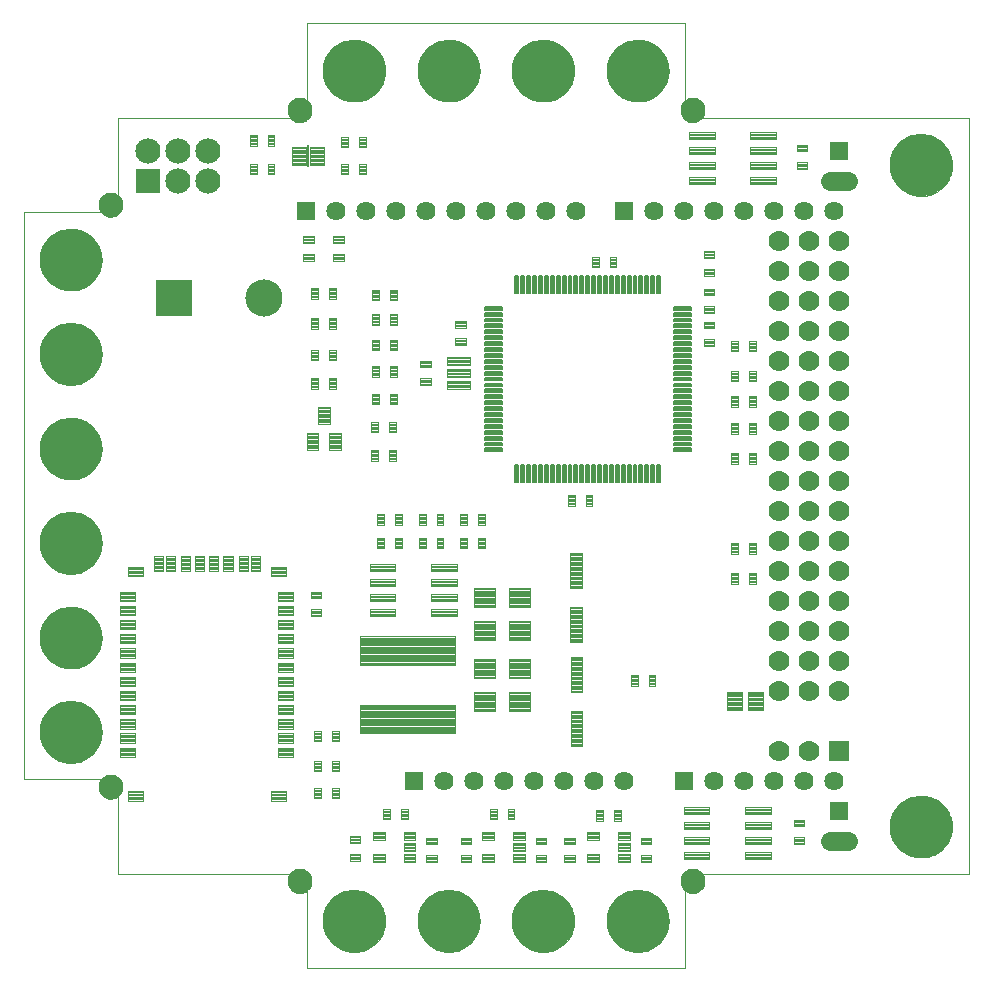
<source format=gts>
G75*
%MOIN*%
%OFA0B0*%
%FSLAX24Y24*%
%IPPOS*%
%LPD*%
%AMOC8*
5,1,8,0,0,1.08239X$1,22.5*
%
%ADD10C,0.0000*%
%ADD11C,0.0827*%
%ADD12C,0.2087*%
%ADD13R,0.0640X0.0640*%
%ADD14C,0.0640*%
%ADD15C,0.0047*%
%ADD16C,0.0045*%
%ADD17R,0.0060X0.0720*%
%ADD18C,0.0047*%
%ADD19R,0.0840X0.0840*%
%ADD20C,0.0840*%
%ADD21C,0.0054*%
%ADD22C,0.0040*%
%ADD23C,0.0039*%
%ADD24C,0.0043*%
%ADD25R,0.0700X0.0700*%
%ADD26C,0.0700*%
%ADD27C,0.0046*%
%ADD28C,0.0045*%
%ADD29R,0.1240X0.1240*%
%ADD30C,0.1240*%
%ADD31C,0.0640*%
%ADD32C,0.0043*%
D10*
X004874Y004874D02*
X011174Y004874D01*
X011174Y001725D01*
X023772Y001725D01*
X023772Y004874D01*
X033221Y004874D01*
X033221Y030071D01*
X023772Y030071D01*
X023772Y033221D01*
X011174Y033221D01*
X011174Y030071D01*
X004874Y030071D01*
X004874Y026922D01*
X001725Y026922D01*
X001725Y008024D01*
X004874Y008024D01*
X004874Y004874D01*
X004230Y007774D02*
X004232Y007813D01*
X004238Y007852D01*
X004248Y007890D01*
X004261Y007927D01*
X004278Y007962D01*
X004298Y007996D01*
X004322Y008027D01*
X004349Y008056D01*
X004378Y008082D01*
X004410Y008105D01*
X004444Y008125D01*
X004480Y008141D01*
X004517Y008153D01*
X004556Y008162D01*
X004595Y008167D01*
X004634Y008168D01*
X004673Y008165D01*
X004712Y008158D01*
X004749Y008147D01*
X004786Y008133D01*
X004821Y008115D01*
X004854Y008094D01*
X004885Y008069D01*
X004913Y008042D01*
X004938Y008012D01*
X004960Y007979D01*
X004979Y007945D01*
X004994Y007909D01*
X005006Y007871D01*
X005014Y007833D01*
X005018Y007794D01*
X005018Y007754D01*
X005014Y007715D01*
X005006Y007677D01*
X004994Y007639D01*
X004979Y007603D01*
X004960Y007569D01*
X004938Y007536D01*
X004913Y007506D01*
X004885Y007479D01*
X004854Y007454D01*
X004821Y007433D01*
X004786Y007415D01*
X004749Y007401D01*
X004712Y007390D01*
X004673Y007383D01*
X004634Y007380D01*
X004595Y007381D01*
X004556Y007386D01*
X004517Y007395D01*
X004480Y007407D01*
X004444Y007423D01*
X004410Y007443D01*
X004378Y007466D01*
X004349Y007492D01*
X004322Y007521D01*
X004298Y007552D01*
X004278Y007586D01*
X004261Y007621D01*
X004248Y007658D01*
X004238Y007696D01*
X004232Y007735D01*
X004230Y007774D01*
X002276Y009599D02*
X002278Y009663D01*
X002284Y009726D01*
X002294Y009789D01*
X002308Y009851D01*
X002325Y009912D01*
X002347Y009972D01*
X002372Y010031D01*
X002400Y010088D01*
X002432Y010143D01*
X002468Y010196D01*
X002507Y010246D01*
X002548Y010294D01*
X002593Y010340D01*
X002640Y010382D01*
X002690Y010422D01*
X002743Y010458D01*
X002797Y010491D01*
X002854Y010521D01*
X002912Y010547D01*
X002971Y010569D01*
X003032Y010587D01*
X003094Y010602D01*
X003157Y010613D01*
X003220Y010620D01*
X003284Y010623D01*
X003348Y010622D01*
X003411Y010617D01*
X003474Y010608D01*
X003537Y010595D01*
X003598Y010579D01*
X003659Y010558D01*
X003717Y010534D01*
X003775Y010506D01*
X003830Y010475D01*
X003884Y010440D01*
X003935Y010402D01*
X003984Y010361D01*
X004030Y010317D01*
X004073Y010271D01*
X004113Y010221D01*
X004150Y010170D01*
X004184Y010116D01*
X004215Y010060D01*
X004241Y010002D01*
X004265Y009943D01*
X004284Y009882D01*
X004300Y009820D01*
X004312Y009758D01*
X004320Y009694D01*
X004324Y009631D01*
X004324Y009567D01*
X004320Y009504D01*
X004312Y009440D01*
X004300Y009378D01*
X004284Y009316D01*
X004265Y009255D01*
X004241Y009196D01*
X004215Y009138D01*
X004184Y009082D01*
X004150Y009028D01*
X004113Y008977D01*
X004073Y008927D01*
X004030Y008881D01*
X003984Y008837D01*
X003935Y008796D01*
X003884Y008758D01*
X003830Y008723D01*
X003775Y008692D01*
X003717Y008664D01*
X003659Y008640D01*
X003598Y008619D01*
X003537Y008603D01*
X003474Y008590D01*
X003411Y008581D01*
X003348Y008576D01*
X003284Y008575D01*
X003220Y008578D01*
X003157Y008585D01*
X003094Y008596D01*
X003032Y008611D01*
X002971Y008629D01*
X002912Y008651D01*
X002854Y008677D01*
X002797Y008707D01*
X002743Y008740D01*
X002690Y008776D01*
X002640Y008816D01*
X002593Y008858D01*
X002548Y008904D01*
X002507Y008952D01*
X002468Y009002D01*
X002432Y009055D01*
X002400Y009110D01*
X002372Y009167D01*
X002347Y009226D01*
X002325Y009286D01*
X002308Y009347D01*
X002294Y009409D01*
X002284Y009472D01*
X002278Y009535D01*
X002276Y009599D01*
X002276Y012748D02*
X002278Y012812D01*
X002284Y012875D01*
X002294Y012938D01*
X002308Y013000D01*
X002325Y013061D01*
X002347Y013121D01*
X002372Y013180D01*
X002400Y013237D01*
X002432Y013292D01*
X002468Y013345D01*
X002507Y013395D01*
X002548Y013443D01*
X002593Y013489D01*
X002640Y013531D01*
X002690Y013571D01*
X002743Y013607D01*
X002797Y013640D01*
X002854Y013670D01*
X002912Y013696D01*
X002971Y013718D01*
X003032Y013736D01*
X003094Y013751D01*
X003157Y013762D01*
X003220Y013769D01*
X003284Y013772D01*
X003348Y013771D01*
X003411Y013766D01*
X003474Y013757D01*
X003537Y013744D01*
X003598Y013728D01*
X003659Y013707D01*
X003717Y013683D01*
X003775Y013655D01*
X003830Y013624D01*
X003884Y013589D01*
X003935Y013551D01*
X003984Y013510D01*
X004030Y013466D01*
X004073Y013420D01*
X004113Y013370D01*
X004150Y013319D01*
X004184Y013265D01*
X004215Y013209D01*
X004241Y013151D01*
X004265Y013092D01*
X004284Y013031D01*
X004300Y012969D01*
X004312Y012907D01*
X004320Y012843D01*
X004324Y012780D01*
X004324Y012716D01*
X004320Y012653D01*
X004312Y012589D01*
X004300Y012527D01*
X004284Y012465D01*
X004265Y012404D01*
X004241Y012345D01*
X004215Y012287D01*
X004184Y012231D01*
X004150Y012177D01*
X004113Y012126D01*
X004073Y012076D01*
X004030Y012030D01*
X003984Y011986D01*
X003935Y011945D01*
X003884Y011907D01*
X003830Y011872D01*
X003775Y011841D01*
X003717Y011813D01*
X003659Y011789D01*
X003598Y011768D01*
X003537Y011752D01*
X003474Y011739D01*
X003411Y011730D01*
X003348Y011725D01*
X003284Y011724D01*
X003220Y011727D01*
X003157Y011734D01*
X003094Y011745D01*
X003032Y011760D01*
X002971Y011778D01*
X002912Y011800D01*
X002854Y011826D01*
X002797Y011856D01*
X002743Y011889D01*
X002690Y011925D01*
X002640Y011965D01*
X002593Y012007D01*
X002548Y012053D01*
X002507Y012101D01*
X002468Y012151D01*
X002432Y012204D01*
X002400Y012259D01*
X002372Y012316D01*
X002347Y012375D01*
X002325Y012435D01*
X002308Y012496D01*
X002294Y012558D01*
X002284Y012621D01*
X002278Y012684D01*
X002276Y012748D01*
X002276Y015898D02*
X002278Y015962D01*
X002284Y016025D01*
X002294Y016088D01*
X002308Y016150D01*
X002325Y016211D01*
X002347Y016271D01*
X002372Y016330D01*
X002400Y016387D01*
X002432Y016442D01*
X002468Y016495D01*
X002507Y016545D01*
X002548Y016593D01*
X002593Y016639D01*
X002640Y016681D01*
X002690Y016721D01*
X002743Y016757D01*
X002797Y016790D01*
X002854Y016820D01*
X002912Y016846D01*
X002971Y016868D01*
X003032Y016886D01*
X003094Y016901D01*
X003157Y016912D01*
X003220Y016919D01*
X003284Y016922D01*
X003348Y016921D01*
X003411Y016916D01*
X003474Y016907D01*
X003537Y016894D01*
X003598Y016878D01*
X003659Y016857D01*
X003717Y016833D01*
X003775Y016805D01*
X003830Y016774D01*
X003884Y016739D01*
X003935Y016701D01*
X003984Y016660D01*
X004030Y016616D01*
X004073Y016570D01*
X004113Y016520D01*
X004150Y016469D01*
X004184Y016415D01*
X004215Y016359D01*
X004241Y016301D01*
X004265Y016242D01*
X004284Y016181D01*
X004300Y016119D01*
X004312Y016057D01*
X004320Y015993D01*
X004324Y015930D01*
X004324Y015866D01*
X004320Y015803D01*
X004312Y015739D01*
X004300Y015677D01*
X004284Y015615D01*
X004265Y015554D01*
X004241Y015495D01*
X004215Y015437D01*
X004184Y015381D01*
X004150Y015327D01*
X004113Y015276D01*
X004073Y015226D01*
X004030Y015180D01*
X003984Y015136D01*
X003935Y015095D01*
X003884Y015057D01*
X003830Y015022D01*
X003775Y014991D01*
X003717Y014963D01*
X003659Y014939D01*
X003598Y014918D01*
X003537Y014902D01*
X003474Y014889D01*
X003411Y014880D01*
X003348Y014875D01*
X003284Y014874D01*
X003220Y014877D01*
X003157Y014884D01*
X003094Y014895D01*
X003032Y014910D01*
X002971Y014928D01*
X002912Y014950D01*
X002854Y014976D01*
X002797Y015006D01*
X002743Y015039D01*
X002690Y015075D01*
X002640Y015115D01*
X002593Y015157D01*
X002548Y015203D01*
X002507Y015251D01*
X002468Y015301D01*
X002432Y015354D01*
X002400Y015409D01*
X002372Y015466D01*
X002347Y015525D01*
X002325Y015585D01*
X002308Y015646D01*
X002294Y015708D01*
X002284Y015771D01*
X002278Y015834D01*
X002276Y015898D01*
X002276Y019048D02*
X002278Y019112D01*
X002284Y019175D01*
X002294Y019238D01*
X002308Y019300D01*
X002325Y019361D01*
X002347Y019421D01*
X002372Y019480D01*
X002400Y019537D01*
X002432Y019592D01*
X002468Y019645D01*
X002507Y019695D01*
X002548Y019743D01*
X002593Y019789D01*
X002640Y019831D01*
X002690Y019871D01*
X002743Y019907D01*
X002797Y019940D01*
X002854Y019970D01*
X002912Y019996D01*
X002971Y020018D01*
X003032Y020036D01*
X003094Y020051D01*
X003157Y020062D01*
X003220Y020069D01*
X003284Y020072D01*
X003348Y020071D01*
X003411Y020066D01*
X003474Y020057D01*
X003537Y020044D01*
X003598Y020028D01*
X003659Y020007D01*
X003717Y019983D01*
X003775Y019955D01*
X003830Y019924D01*
X003884Y019889D01*
X003935Y019851D01*
X003984Y019810D01*
X004030Y019766D01*
X004073Y019720D01*
X004113Y019670D01*
X004150Y019619D01*
X004184Y019565D01*
X004215Y019509D01*
X004241Y019451D01*
X004265Y019392D01*
X004284Y019331D01*
X004300Y019269D01*
X004312Y019207D01*
X004320Y019143D01*
X004324Y019080D01*
X004324Y019016D01*
X004320Y018953D01*
X004312Y018889D01*
X004300Y018827D01*
X004284Y018765D01*
X004265Y018704D01*
X004241Y018645D01*
X004215Y018587D01*
X004184Y018531D01*
X004150Y018477D01*
X004113Y018426D01*
X004073Y018376D01*
X004030Y018330D01*
X003984Y018286D01*
X003935Y018245D01*
X003884Y018207D01*
X003830Y018172D01*
X003775Y018141D01*
X003717Y018113D01*
X003659Y018089D01*
X003598Y018068D01*
X003537Y018052D01*
X003474Y018039D01*
X003411Y018030D01*
X003348Y018025D01*
X003284Y018024D01*
X003220Y018027D01*
X003157Y018034D01*
X003094Y018045D01*
X003032Y018060D01*
X002971Y018078D01*
X002912Y018100D01*
X002854Y018126D01*
X002797Y018156D01*
X002743Y018189D01*
X002690Y018225D01*
X002640Y018265D01*
X002593Y018307D01*
X002548Y018353D01*
X002507Y018401D01*
X002468Y018451D01*
X002432Y018504D01*
X002400Y018559D01*
X002372Y018616D01*
X002347Y018675D01*
X002325Y018735D01*
X002308Y018796D01*
X002294Y018858D01*
X002284Y018921D01*
X002278Y018984D01*
X002276Y019048D01*
X002276Y022197D02*
X002278Y022261D01*
X002284Y022324D01*
X002294Y022387D01*
X002308Y022449D01*
X002325Y022510D01*
X002347Y022570D01*
X002372Y022629D01*
X002400Y022686D01*
X002432Y022741D01*
X002468Y022794D01*
X002507Y022844D01*
X002548Y022892D01*
X002593Y022938D01*
X002640Y022980D01*
X002690Y023020D01*
X002743Y023056D01*
X002797Y023089D01*
X002854Y023119D01*
X002912Y023145D01*
X002971Y023167D01*
X003032Y023185D01*
X003094Y023200D01*
X003157Y023211D01*
X003220Y023218D01*
X003284Y023221D01*
X003348Y023220D01*
X003411Y023215D01*
X003474Y023206D01*
X003537Y023193D01*
X003598Y023177D01*
X003659Y023156D01*
X003717Y023132D01*
X003775Y023104D01*
X003830Y023073D01*
X003884Y023038D01*
X003935Y023000D01*
X003984Y022959D01*
X004030Y022915D01*
X004073Y022869D01*
X004113Y022819D01*
X004150Y022768D01*
X004184Y022714D01*
X004215Y022658D01*
X004241Y022600D01*
X004265Y022541D01*
X004284Y022480D01*
X004300Y022418D01*
X004312Y022356D01*
X004320Y022292D01*
X004324Y022229D01*
X004324Y022165D01*
X004320Y022102D01*
X004312Y022038D01*
X004300Y021976D01*
X004284Y021914D01*
X004265Y021853D01*
X004241Y021794D01*
X004215Y021736D01*
X004184Y021680D01*
X004150Y021626D01*
X004113Y021575D01*
X004073Y021525D01*
X004030Y021479D01*
X003984Y021435D01*
X003935Y021394D01*
X003884Y021356D01*
X003830Y021321D01*
X003775Y021290D01*
X003717Y021262D01*
X003659Y021238D01*
X003598Y021217D01*
X003537Y021201D01*
X003474Y021188D01*
X003411Y021179D01*
X003348Y021174D01*
X003284Y021173D01*
X003220Y021176D01*
X003157Y021183D01*
X003094Y021194D01*
X003032Y021209D01*
X002971Y021227D01*
X002912Y021249D01*
X002854Y021275D01*
X002797Y021305D01*
X002743Y021338D01*
X002690Y021374D01*
X002640Y021414D01*
X002593Y021456D01*
X002548Y021502D01*
X002507Y021550D01*
X002468Y021600D01*
X002432Y021653D01*
X002400Y021708D01*
X002372Y021765D01*
X002347Y021824D01*
X002325Y021884D01*
X002308Y021945D01*
X002294Y022007D01*
X002284Y022070D01*
X002278Y022133D01*
X002276Y022197D01*
X002276Y025347D02*
X002278Y025411D01*
X002284Y025474D01*
X002294Y025537D01*
X002308Y025599D01*
X002325Y025660D01*
X002347Y025720D01*
X002372Y025779D01*
X002400Y025836D01*
X002432Y025891D01*
X002468Y025944D01*
X002507Y025994D01*
X002548Y026042D01*
X002593Y026088D01*
X002640Y026130D01*
X002690Y026170D01*
X002743Y026206D01*
X002797Y026239D01*
X002854Y026269D01*
X002912Y026295D01*
X002971Y026317D01*
X003032Y026335D01*
X003094Y026350D01*
X003157Y026361D01*
X003220Y026368D01*
X003284Y026371D01*
X003348Y026370D01*
X003411Y026365D01*
X003474Y026356D01*
X003537Y026343D01*
X003598Y026327D01*
X003659Y026306D01*
X003717Y026282D01*
X003775Y026254D01*
X003830Y026223D01*
X003884Y026188D01*
X003935Y026150D01*
X003984Y026109D01*
X004030Y026065D01*
X004073Y026019D01*
X004113Y025969D01*
X004150Y025918D01*
X004184Y025864D01*
X004215Y025808D01*
X004241Y025750D01*
X004265Y025691D01*
X004284Y025630D01*
X004300Y025568D01*
X004312Y025506D01*
X004320Y025442D01*
X004324Y025379D01*
X004324Y025315D01*
X004320Y025252D01*
X004312Y025188D01*
X004300Y025126D01*
X004284Y025064D01*
X004265Y025003D01*
X004241Y024944D01*
X004215Y024886D01*
X004184Y024830D01*
X004150Y024776D01*
X004113Y024725D01*
X004073Y024675D01*
X004030Y024629D01*
X003984Y024585D01*
X003935Y024544D01*
X003884Y024506D01*
X003830Y024471D01*
X003775Y024440D01*
X003717Y024412D01*
X003659Y024388D01*
X003598Y024367D01*
X003537Y024351D01*
X003474Y024338D01*
X003411Y024329D01*
X003348Y024324D01*
X003284Y024323D01*
X003220Y024326D01*
X003157Y024333D01*
X003094Y024344D01*
X003032Y024359D01*
X002971Y024377D01*
X002912Y024399D01*
X002854Y024425D01*
X002797Y024455D01*
X002743Y024488D01*
X002690Y024524D01*
X002640Y024564D01*
X002593Y024606D01*
X002548Y024652D01*
X002507Y024700D01*
X002468Y024750D01*
X002432Y024803D01*
X002400Y024858D01*
X002372Y024915D01*
X002347Y024974D01*
X002325Y025034D01*
X002308Y025095D01*
X002294Y025157D01*
X002284Y025220D01*
X002278Y025283D01*
X002276Y025347D01*
X004230Y027172D02*
X004232Y027211D01*
X004238Y027250D01*
X004248Y027288D01*
X004261Y027325D01*
X004278Y027360D01*
X004298Y027394D01*
X004322Y027425D01*
X004349Y027454D01*
X004378Y027480D01*
X004410Y027503D01*
X004444Y027523D01*
X004480Y027539D01*
X004517Y027551D01*
X004556Y027560D01*
X004595Y027565D01*
X004634Y027566D01*
X004673Y027563D01*
X004712Y027556D01*
X004749Y027545D01*
X004786Y027531D01*
X004821Y027513D01*
X004854Y027492D01*
X004885Y027467D01*
X004913Y027440D01*
X004938Y027410D01*
X004960Y027377D01*
X004979Y027343D01*
X004994Y027307D01*
X005006Y027269D01*
X005014Y027231D01*
X005018Y027192D01*
X005018Y027152D01*
X005014Y027113D01*
X005006Y027075D01*
X004994Y027037D01*
X004979Y027001D01*
X004960Y026967D01*
X004938Y026934D01*
X004913Y026904D01*
X004885Y026877D01*
X004854Y026852D01*
X004821Y026831D01*
X004786Y026813D01*
X004749Y026799D01*
X004712Y026788D01*
X004673Y026781D01*
X004634Y026778D01*
X004595Y026779D01*
X004556Y026784D01*
X004517Y026793D01*
X004480Y026805D01*
X004444Y026821D01*
X004410Y026841D01*
X004378Y026864D01*
X004349Y026890D01*
X004322Y026919D01*
X004298Y026950D01*
X004278Y026984D01*
X004261Y027019D01*
X004248Y027056D01*
X004238Y027094D01*
X004232Y027133D01*
X004230Y027172D01*
X010530Y030321D02*
X010532Y030360D01*
X010538Y030399D01*
X010548Y030437D01*
X010561Y030474D01*
X010578Y030509D01*
X010598Y030543D01*
X010622Y030574D01*
X010649Y030603D01*
X010678Y030629D01*
X010710Y030652D01*
X010744Y030672D01*
X010780Y030688D01*
X010817Y030700D01*
X010856Y030709D01*
X010895Y030714D01*
X010934Y030715D01*
X010973Y030712D01*
X011012Y030705D01*
X011049Y030694D01*
X011086Y030680D01*
X011121Y030662D01*
X011154Y030641D01*
X011185Y030616D01*
X011213Y030589D01*
X011238Y030559D01*
X011260Y030526D01*
X011279Y030492D01*
X011294Y030456D01*
X011306Y030418D01*
X011314Y030380D01*
X011318Y030341D01*
X011318Y030301D01*
X011314Y030262D01*
X011306Y030224D01*
X011294Y030186D01*
X011279Y030150D01*
X011260Y030116D01*
X011238Y030083D01*
X011213Y030053D01*
X011185Y030026D01*
X011154Y030001D01*
X011121Y029980D01*
X011086Y029962D01*
X011049Y029948D01*
X011012Y029937D01*
X010973Y029930D01*
X010934Y029927D01*
X010895Y029928D01*
X010856Y029933D01*
X010817Y029942D01*
X010780Y029954D01*
X010744Y029970D01*
X010710Y029990D01*
X010678Y030013D01*
X010649Y030039D01*
X010622Y030068D01*
X010598Y030099D01*
X010578Y030133D01*
X010561Y030168D01*
X010548Y030205D01*
X010538Y030243D01*
X010532Y030282D01*
X010530Y030321D01*
X011724Y031646D02*
X011726Y031710D01*
X011732Y031773D01*
X011742Y031836D01*
X011756Y031898D01*
X011773Y031959D01*
X011795Y032019D01*
X011820Y032078D01*
X011848Y032135D01*
X011880Y032190D01*
X011916Y032243D01*
X011955Y032293D01*
X011996Y032341D01*
X012041Y032387D01*
X012088Y032429D01*
X012138Y032469D01*
X012191Y032505D01*
X012245Y032538D01*
X012302Y032568D01*
X012360Y032594D01*
X012419Y032616D01*
X012480Y032634D01*
X012542Y032649D01*
X012605Y032660D01*
X012668Y032667D01*
X012732Y032670D01*
X012796Y032669D01*
X012859Y032664D01*
X012922Y032655D01*
X012985Y032642D01*
X013046Y032626D01*
X013107Y032605D01*
X013165Y032581D01*
X013223Y032553D01*
X013278Y032522D01*
X013332Y032487D01*
X013383Y032449D01*
X013432Y032408D01*
X013478Y032364D01*
X013521Y032318D01*
X013561Y032268D01*
X013598Y032217D01*
X013632Y032163D01*
X013663Y032107D01*
X013689Y032049D01*
X013713Y031990D01*
X013732Y031929D01*
X013748Y031867D01*
X013760Y031805D01*
X013768Y031741D01*
X013772Y031678D01*
X013772Y031614D01*
X013768Y031551D01*
X013760Y031487D01*
X013748Y031425D01*
X013732Y031363D01*
X013713Y031302D01*
X013689Y031243D01*
X013663Y031185D01*
X013632Y031129D01*
X013598Y031075D01*
X013561Y031024D01*
X013521Y030974D01*
X013478Y030928D01*
X013432Y030884D01*
X013383Y030843D01*
X013332Y030805D01*
X013278Y030770D01*
X013223Y030739D01*
X013165Y030711D01*
X013107Y030687D01*
X013046Y030666D01*
X012985Y030650D01*
X012922Y030637D01*
X012859Y030628D01*
X012796Y030623D01*
X012732Y030622D01*
X012668Y030625D01*
X012605Y030632D01*
X012542Y030643D01*
X012480Y030658D01*
X012419Y030676D01*
X012360Y030698D01*
X012302Y030724D01*
X012245Y030754D01*
X012191Y030787D01*
X012138Y030823D01*
X012088Y030863D01*
X012041Y030905D01*
X011996Y030951D01*
X011955Y030999D01*
X011916Y031049D01*
X011880Y031102D01*
X011848Y031157D01*
X011820Y031214D01*
X011795Y031273D01*
X011773Y031333D01*
X011756Y031394D01*
X011742Y031456D01*
X011732Y031519D01*
X011726Y031582D01*
X011724Y031646D01*
X014874Y031646D02*
X014876Y031710D01*
X014882Y031773D01*
X014892Y031836D01*
X014906Y031898D01*
X014923Y031959D01*
X014945Y032019D01*
X014970Y032078D01*
X014998Y032135D01*
X015030Y032190D01*
X015066Y032243D01*
X015105Y032293D01*
X015146Y032341D01*
X015191Y032387D01*
X015238Y032429D01*
X015288Y032469D01*
X015341Y032505D01*
X015395Y032538D01*
X015452Y032568D01*
X015510Y032594D01*
X015569Y032616D01*
X015630Y032634D01*
X015692Y032649D01*
X015755Y032660D01*
X015818Y032667D01*
X015882Y032670D01*
X015946Y032669D01*
X016009Y032664D01*
X016072Y032655D01*
X016135Y032642D01*
X016196Y032626D01*
X016257Y032605D01*
X016315Y032581D01*
X016373Y032553D01*
X016428Y032522D01*
X016482Y032487D01*
X016533Y032449D01*
X016582Y032408D01*
X016628Y032364D01*
X016671Y032318D01*
X016711Y032268D01*
X016748Y032217D01*
X016782Y032163D01*
X016813Y032107D01*
X016839Y032049D01*
X016863Y031990D01*
X016882Y031929D01*
X016898Y031867D01*
X016910Y031805D01*
X016918Y031741D01*
X016922Y031678D01*
X016922Y031614D01*
X016918Y031551D01*
X016910Y031487D01*
X016898Y031425D01*
X016882Y031363D01*
X016863Y031302D01*
X016839Y031243D01*
X016813Y031185D01*
X016782Y031129D01*
X016748Y031075D01*
X016711Y031024D01*
X016671Y030974D01*
X016628Y030928D01*
X016582Y030884D01*
X016533Y030843D01*
X016482Y030805D01*
X016428Y030770D01*
X016373Y030739D01*
X016315Y030711D01*
X016257Y030687D01*
X016196Y030666D01*
X016135Y030650D01*
X016072Y030637D01*
X016009Y030628D01*
X015946Y030623D01*
X015882Y030622D01*
X015818Y030625D01*
X015755Y030632D01*
X015692Y030643D01*
X015630Y030658D01*
X015569Y030676D01*
X015510Y030698D01*
X015452Y030724D01*
X015395Y030754D01*
X015341Y030787D01*
X015288Y030823D01*
X015238Y030863D01*
X015191Y030905D01*
X015146Y030951D01*
X015105Y030999D01*
X015066Y031049D01*
X015030Y031102D01*
X014998Y031157D01*
X014970Y031214D01*
X014945Y031273D01*
X014923Y031333D01*
X014906Y031394D01*
X014892Y031456D01*
X014882Y031519D01*
X014876Y031582D01*
X014874Y031646D01*
X018024Y031646D02*
X018026Y031710D01*
X018032Y031773D01*
X018042Y031836D01*
X018056Y031898D01*
X018073Y031959D01*
X018095Y032019D01*
X018120Y032078D01*
X018148Y032135D01*
X018180Y032190D01*
X018216Y032243D01*
X018255Y032293D01*
X018296Y032341D01*
X018341Y032387D01*
X018388Y032429D01*
X018438Y032469D01*
X018491Y032505D01*
X018545Y032538D01*
X018602Y032568D01*
X018660Y032594D01*
X018719Y032616D01*
X018780Y032634D01*
X018842Y032649D01*
X018905Y032660D01*
X018968Y032667D01*
X019032Y032670D01*
X019096Y032669D01*
X019159Y032664D01*
X019222Y032655D01*
X019285Y032642D01*
X019346Y032626D01*
X019407Y032605D01*
X019465Y032581D01*
X019523Y032553D01*
X019578Y032522D01*
X019632Y032487D01*
X019683Y032449D01*
X019732Y032408D01*
X019778Y032364D01*
X019821Y032318D01*
X019861Y032268D01*
X019898Y032217D01*
X019932Y032163D01*
X019963Y032107D01*
X019989Y032049D01*
X020013Y031990D01*
X020032Y031929D01*
X020048Y031867D01*
X020060Y031805D01*
X020068Y031741D01*
X020072Y031678D01*
X020072Y031614D01*
X020068Y031551D01*
X020060Y031487D01*
X020048Y031425D01*
X020032Y031363D01*
X020013Y031302D01*
X019989Y031243D01*
X019963Y031185D01*
X019932Y031129D01*
X019898Y031075D01*
X019861Y031024D01*
X019821Y030974D01*
X019778Y030928D01*
X019732Y030884D01*
X019683Y030843D01*
X019632Y030805D01*
X019578Y030770D01*
X019523Y030739D01*
X019465Y030711D01*
X019407Y030687D01*
X019346Y030666D01*
X019285Y030650D01*
X019222Y030637D01*
X019159Y030628D01*
X019096Y030623D01*
X019032Y030622D01*
X018968Y030625D01*
X018905Y030632D01*
X018842Y030643D01*
X018780Y030658D01*
X018719Y030676D01*
X018660Y030698D01*
X018602Y030724D01*
X018545Y030754D01*
X018491Y030787D01*
X018438Y030823D01*
X018388Y030863D01*
X018341Y030905D01*
X018296Y030951D01*
X018255Y030999D01*
X018216Y031049D01*
X018180Y031102D01*
X018148Y031157D01*
X018120Y031214D01*
X018095Y031273D01*
X018073Y031333D01*
X018056Y031394D01*
X018042Y031456D01*
X018032Y031519D01*
X018026Y031582D01*
X018024Y031646D01*
X021173Y031646D02*
X021175Y031710D01*
X021181Y031773D01*
X021191Y031836D01*
X021205Y031898D01*
X021222Y031959D01*
X021244Y032019D01*
X021269Y032078D01*
X021297Y032135D01*
X021329Y032190D01*
X021365Y032243D01*
X021404Y032293D01*
X021445Y032341D01*
X021490Y032387D01*
X021537Y032429D01*
X021587Y032469D01*
X021640Y032505D01*
X021694Y032538D01*
X021751Y032568D01*
X021809Y032594D01*
X021868Y032616D01*
X021929Y032634D01*
X021991Y032649D01*
X022054Y032660D01*
X022117Y032667D01*
X022181Y032670D01*
X022245Y032669D01*
X022308Y032664D01*
X022371Y032655D01*
X022434Y032642D01*
X022495Y032626D01*
X022556Y032605D01*
X022614Y032581D01*
X022672Y032553D01*
X022727Y032522D01*
X022781Y032487D01*
X022832Y032449D01*
X022881Y032408D01*
X022927Y032364D01*
X022970Y032318D01*
X023010Y032268D01*
X023047Y032217D01*
X023081Y032163D01*
X023112Y032107D01*
X023138Y032049D01*
X023162Y031990D01*
X023181Y031929D01*
X023197Y031867D01*
X023209Y031805D01*
X023217Y031741D01*
X023221Y031678D01*
X023221Y031614D01*
X023217Y031551D01*
X023209Y031487D01*
X023197Y031425D01*
X023181Y031363D01*
X023162Y031302D01*
X023138Y031243D01*
X023112Y031185D01*
X023081Y031129D01*
X023047Y031075D01*
X023010Y031024D01*
X022970Y030974D01*
X022927Y030928D01*
X022881Y030884D01*
X022832Y030843D01*
X022781Y030805D01*
X022727Y030770D01*
X022672Y030739D01*
X022614Y030711D01*
X022556Y030687D01*
X022495Y030666D01*
X022434Y030650D01*
X022371Y030637D01*
X022308Y030628D01*
X022245Y030623D01*
X022181Y030622D01*
X022117Y030625D01*
X022054Y030632D01*
X021991Y030643D01*
X021929Y030658D01*
X021868Y030676D01*
X021809Y030698D01*
X021751Y030724D01*
X021694Y030754D01*
X021640Y030787D01*
X021587Y030823D01*
X021537Y030863D01*
X021490Y030905D01*
X021445Y030951D01*
X021404Y030999D01*
X021365Y031049D01*
X021329Y031102D01*
X021297Y031157D01*
X021269Y031214D01*
X021244Y031273D01*
X021222Y031333D01*
X021205Y031394D01*
X021191Y031456D01*
X021181Y031519D01*
X021175Y031582D01*
X021173Y031646D01*
X023628Y030321D02*
X023630Y030360D01*
X023636Y030399D01*
X023646Y030437D01*
X023659Y030474D01*
X023676Y030509D01*
X023696Y030543D01*
X023720Y030574D01*
X023747Y030603D01*
X023776Y030629D01*
X023808Y030652D01*
X023842Y030672D01*
X023878Y030688D01*
X023915Y030700D01*
X023954Y030709D01*
X023993Y030714D01*
X024032Y030715D01*
X024071Y030712D01*
X024110Y030705D01*
X024147Y030694D01*
X024184Y030680D01*
X024219Y030662D01*
X024252Y030641D01*
X024283Y030616D01*
X024311Y030589D01*
X024336Y030559D01*
X024358Y030526D01*
X024377Y030492D01*
X024392Y030456D01*
X024404Y030418D01*
X024412Y030380D01*
X024416Y030341D01*
X024416Y030301D01*
X024412Y030262D01*
X024404Y030224D01*
X024392Y030186D01*
X024377Y030150D01*
X024358Y030116D01*
X024336Y030083D01*
X024311Y030053D01*
X024283Y030026D01*
X024252Y030001D01*
X024219Y029980D01*
X024184Y029962D01*
X024147Y029948D01*
X024110Y029937D01*
X024071Y029930D01*
X024032Y029927D01*
X023993Y029928D01*
X023954Y029933D01*
X023915Y029942D01*
X023878Y029954D01*
X023842Y029970D01*
X023808Y029990D01*
X023776Y030013D01*
X023747Y030039D01*
X023720Y030068D01*
X023696Y030099D01*
X023676Y030133D01*
X023659Y030168D01*
X023646Y030205D01*
X023636Y030243D01*
X023630Y030282D01*
X023628Y030321D01*
X030622Y028496D02*
X030624Y028560D01*
X030630Y028623D01*
X030640Y028686D01*
X030654Y028748D01*
X030671Y028809D01*
X030693Y028869D01*
X030718Y028928D01*
X030746Y028985D01*
X030778Y029040D01*
X030814Y029093D01*
X030853Y029143D01*
X030894Y029191D01*
X030939Y029237D01*
X030986Y029279D01*
X031036Y029319D01*
X031089Y029355D01*
X031143Y029388D01*
X031200Y029418D01*
X031258Y029444D01*
X031317Y029466D01*
X031378Y029484D01*
X031440Y029499D01*
X031503Y029510D01*
X031566Y029517D01*
X031630Y029520D01*
X031694Y029519D01*
X031757Y029514D01*
X031820Y029505D01*
X031883Y029492D01*
X031944Y029476D01*
X032005Y029455D01*
X032063Y029431D01*
X032121Y029403D01*
X032176Y029372D01*
X032230Y029337D01*
X032281Y029299D01*
X032330Y029258D01*
X032376Y029214D01*
X032419Y029168D01*
X032459Y029118D01*
X032496Y029067D01*
X032530Y029013D01*
X032561Y028957D01*
X032587Y028899D01*
X032611Y028840D01*
X032630Y028779D01*
X032646Y028717D01*
X032658Y028655D01*
X032666Y028591D01*
X032670Y028528D01*
X032670Y028464D01*
X032666Y028401D01*
X032658Y028337D01*
X032646Y028275D01*
X032630Y028213D01*
X032611Y028152D01*
X032587Y028093D01*
X032561Y028035D01*
X032530Y027979D01*
X032496Y027925D01*
X032459Y027874D01*
X032419Y027824D01*
X032376Y027778D01*
X032330Y027734D01*
X032281Y027693D01*
X032230Y027655D01*
X032176Y027620D01*
X032121Y027589D01*
X032063Y027561D01*
X032005Y027537D01*
X031944Y027516D01*
X031883Y027500D01*
X031820Y027487D01*
X031757Y027478D01*
X031694Y027473D01*
X031630Y027472D01*
X031566Y027475D01*
X031503Y027482D01*
X031440Y027493D01*
X031378Y027508D01*
X031317Y027526D01*
X031258Y027548D01*
X031200Y027574D01*
X031143Y027604D01*
X031089Y027637D01*
X031036Y027673D01*
X030986Y027713D01*
X030939Y027755D01*
X030894Y027801D01*
X030853Y027849D01*
X030814Y027899D01*
X030778Y027952D01*
X030746Y028007D01*
X030718Y028064D01*
X030693Y028123D01*
X030671Y028183D01*
X030654Y028244D01*
X030640Y028306D01*
X030630Y028369D01*
X030624Y028432D01*
X030622Y028496D01*
X030622Y006449D02*
X030624Y006513D01*
X030630Y006576D01*
X030640Y006639D01*
X030654Y006701D01*
X030671Y006762D01*
X030693Y006822D01*
X030718Y006881D01*
X030746Y006938D01*
X030778Y006993D01*
X030814Y007046D01*
X030853Y007096D01*
X030894Y007144D01*
X030939Y007190D01*
X030986Y007232D01*
X031036Y007272D01*
X031089Y007308D01*
X031143Y007341D01*
X031200Y007371D01*
X031258Y007397D01*
X031317Y007419D01*
X031378Y007437D01*
X031440Y007452D01*
X031503Y007463D01*
X031566Y007470D01*
X031630Y007473D01*
X031694Y007472D01*
X031757Y007467D01*
X031820Y007458D01*
X031883Y007445D01*
X031944Y007429D01*
X032005Y007408D01*
X032063Y007384D01*
X032121Y007356D01*
X032176Y007325D01*
X032230Y007290D01*
X032281Y007252D01*
X032330Y007211D01*
X032376Y007167D01*
X032419Y007121D01*
X032459Y007071D01*
X032496Y007020D01*
X032530Y006966D01*
X032561Y006910D01*
X032587Y006852D01*
X032611Y006793D01*
X032630Y006732D01*
X032646Y006670D01*
X032658Y006608D01*
X032666Y006544D01*
X032670Y006481D01*
X032670Y006417D01*
X032666Y006354D01*
X032658Y006290D01*
X032646Y006228D01*
X032630Y006166D01*
X032611Y006105D01*
X032587Y006046D01*
X032561Y005988D01*
X032530Y005932D01*
X032496Y005878D01*
X032459Y005827D01*
X032419Y005777D01*
X032376Y005731D01*
X032330Y005687D01*
X032281Y005646D01*
X032230Y005608D01*
X032176Y005573D01*
X032121Y005542D01*
X032063Y005514D01*
X032005Y005490D01*
X031944Y005469D01*
X031883Y005453D01*
X031820Y005440D01*
X031757Y005431D01*
X031694Y005426D01*
X031630Y005425D01*
X031566Y005428D01*
X031503Y005435D01*
X031440Y005446D01*
X031378Y005461D01*
X031317Y005479D01*
X031258Y005501D01*
X031200Y005527D01*
X031143Y005557D01*
X031089Y005590D01*
X031036Y005626D01*
X030986Y005666D01*
X030939Y005708D01*
X030894Y005754D01*
X030853Y005802D01*
X030814Y005852D01*
X030778Y005905D01*
X030746Y005960D01*
X030718Y006017D01*
X030693Y006076D01*
X030671Y006136D01*
X030654Y006197D01*
X030640Y006259D01*
X030630Y006322D01*
X030624Y006385D01*
X030622Y006449D01*
X023628Y004624D02*
X023630Y004663D01*
X023636Y004702D01*
X023646Y004740D01*
X023659Y004777D01*
X023676Y004812D01*
X023696Y004846D01*
X023720Y004877D01*
X023747Y004906D01*
X023776Y004932D01*
X023808Y004955D01*
X023842Y004975D01*
X023878Y004991D01*
X023915Y005003D01*
X023954Y005012D01*
X023993Y005017D01*
X024032Y005018D01*
X024071Y005015D01*
X024110Y005008D01*
X024147Y004997D01*
X024184Y004983D01*
X024219Y004965D01*
X024252Y004944D01*
X024283Y004919D01*
X024311Y004892D01*
X024336Y004862D01*
X024358Y004829D01*
X024377Y004795D01*
X024392Y004759D01*
X024404Y004721D01*
X024412Y004683D01*
X024416Y004644D01*
X024416Y004604D01*
X024412Y004565D01*
X024404Y004527D01*
X024392Y004489D01*
X024377Y004453D01*
X024358Y004419D01*
X024336Y004386D01*
X024311Y004356D01*
X024283Y004329D01*
X024252Y004304D01*
X024219Y004283D01*
X024184Y004265D01*
X024147Y004251D01*
X024110Y004240D01*
X024071Y004233D01*
X024032Y004230D01*
X023993Y004231D01*
X023954Y004236D01*
X023915Y004245D01*
X023878Y004257D01*
X023842Y004273D01*
X023808Y004293D01*
X023776Y004316D01*
X023747Y004342D01*
X023720Y004371D01*
X023696Y004402D01*
X023676Y004436D01*
X023659Y004471D01*
X023646Y004508D01*
X023636Y004546D01*
X023630Y004585D01*
X023628Y004624D01*
X021173Y003300D02*
X021175Y003364D01*
X021181Y003427D01*
X021191Y003490D01*
X021205Y003552D01*
X021222Y003613D01*
X021244Y003673D01*
X021269Y003732D01*
X021297Y003789D01*
X021329Y003844D01*
X021365Y003897D01*
X021404Y003947D01*
X021445Y003995D01*
X021490Y004041D01*
X021537Y004083D01*
X021587Y004123D01*
X021640Y004159D01*
X021694Y004192D01*
X021751Y004222D01*
X021809Y004248D01*
X021868Y004270D01*
X021929Y004288D01*
X021991Y004303D01*
X022054Y004314D01*
X022117Y004321D01*
X022181Y004324D01*
X022245Y004323D01*
X022308Y004318D01*
X022371Y004309D01*
X022434Y004296D01*
X022495Y004280D01*
X022556Y004259D01*
X022614Y004235D01*
X022672Y004207D01*
X022727Y004176D01*
X022781Y004141D01*
X022832Y004103D01*
X022881Y004062D01*
X022927Y004018D01*
X022970Y003972D01*
X023010Y003922D01*
X023047Y003871D01*
X023081Y003817D01*
X023112Y003761D01*
X023138Y003703D01*
X023162Y003644D01*
X023181Y003583D01*
X023197Y003521D01*
X023209Y003459D01*
X023217Y003395D01*
X023221Y003332D01*
X023221Y003268D01*
X023217Y003205D01*
X023209Y003141D01*
X023197Y003079D01*
X023181Y003017D01*
X023162Y002956D01*
X023138Y002897D01*
X023112Y002839D01*
X023081Y002783D01*
X023047Y002729D01*
X023010Y002678D01*
X022970Y002628D01*
X022927Y002582D01*
X022881Y002538D01*
X022832Y002497D01*
X022781Y002459D01*
X022727Y002424D01*
X022672Y002393D01*
X022614Y002365D01*
X022556Y002341D01*
X022495Y002320D01*
X022434Y002304D01*
X022371Y002291D01*
X022308Y002282D01*
X022245Y002277D01*
X022181Y002276D01*
X022117Y002279D01*
X022054Y002286D01*
X021991Y002297D01*
X021929Y002312D01*
X021868Y002330D01*
X021809Y002352D01*
X021751Y002378D01*
X021694Y002408D01*
X021640Y002441D01*
X021587Y002477D01*
X021537Y002517D01*
X021490Y002559D01*
X021445Y002605D01*
X021404Y002653D01*
X021365Y002703D01*
X021329Y002756D01*
X021297Y002811D01*
X021269Y002868D01*
X021244Y002927D01*
X021222Y002987D01*
X021205Y003048D01*
X021191Y003110D01*
X021181Y003173D01*
X021175Y003236D01*
X021173Y003300D01*
X018024Y003300D02*
X018026Y003364D01*
X018032Y003427D01*
X018042Y003490D01*
X018056Y003552D01*
X018073Y003613D01*
X018095Y003673D01*
X018120Y003732D01*
X018148Y003789D01*
X018180Y003844D01*
X018216Y003897D01*
X018255Y003947D01*
X018296Y003995D01*
X018341Y004041D01*
X018388Y004083D01*
X018438Y004123D01*
X018491Y004159D01*
X018545Y004192D01*
X018602Y004222D01*
X018660Y004248D01*
X018719Y004270D01*
X018780Y004288D01*
X018842Y004303D01*
X018905Y004314D01*
X018968Y004321D01*
X019032Y004324D01*
X019096Y004323D01*
X019159Y004318D01*
X019222Y004309D01*
X019285Y004296D01*
X019346Y004280D01*
X019407Y004259D01*
X019465Y004235D01*
X019523Y004207D01*
X019578Y004176D01*
X019632Y004141D01*
X019683Y004103D01*
X019732Y004062D01*
X019778Y004018D01*
X019821Y003972D01*
X019861Y003922D01*
X019898Y003871D01*
X019932Y003817D01*
X019963Y003761D01*
X019989Y003703D01*
X020013Y003644D01*
X020032Y003583D01*
X020048Y003521D01*
X020060Y003459D01*
X020068Y003395D01*
X020072Y003332D01*
X020072Y003268D01*
X020068Y003205D01*
X020060Y003141D01*
X020048Y003079D01*
X020032Y003017D01*
X020013Y002956D01*
X019989Y002897D01*
X019963Y002839D01*
X019932Y002783D01*
X019898Y002729D01*
X019861Y002678D01*
X019821Y002628D01*
X019778Y002582D01*
X019732Y002538D01*
X019683Y002497D01*
X019632Y002459D01*
X019578Y002424D01*
X019523Y002393D01*
X019465Y002365D01*
X019407Y002341D01*
X019346Y002320D01*
X019285Y002304D01*
X019222Y002291D01*
X019159Y002282D01*
X019096Y002277D01*
X019032Y002276D01*
X018968Y002279D01*
X018905Y002286D01*
X018842Y002297D01*
X018780Y002312D01*
X018719Y002330D01*
X018660Y002352D01*
X018602Y002378D01*
X018545Y002408D01*
X018491Y002441D01*
X018438Y002477D01*
X018388Y002517D01*
X018341Y002559D01*
X018296Y002605D01*
X018255Y002653D01*
X018216Y002703D01*
X018180Y002756D01*
X018148Y002811D01*
X018120Y002868D01*
X018095Y002927D01*
X018073Y002987D01*
X018056Y003048D01*
X018042Y003110D01*
X018032Y003173D01*
X018026Y003236D01*
X018024Y003300D01*
X014874Y003300D02*
X014876Y003364D01*
X014882Y003427D01*
X014892Y003490D01*
X014906Y003552D01*
X014923Y003613D01*
X014945Y003673D01*
X014970Y003732D01*
X014998Y003789D01*
X015030Y003844D01*
X015066Y003897D01*
X015105Y003947D01*
X015146Y003995D01*
X015191Y004041D01*
X015238Y004083D01*
X015288Y004123D01*
X015341Y004159D01*
X015395Y004192D01*
X015452Y004222D01*
X015510Y004248D01*
X015569Y004270D01*
X015630Y004288D01*
X015692Y004303D01*
X015755Y004314D01*
X015818Y004321D01*
X015882Y004324D01*
X015946Y004323D01*
X016009Y004318D01*
X016072Y004309D01*
X016135Y004296D01*
X016196Y004280D01*
X016257Y004259D01*
X016315Y004235D01*
X016373Y004207D01*
X016428Y004176D01*
X016482Y004141D01*
X016533Y004103D01*
X016582Y004062D01*
X016628Y004018D01*
X016671Y003972D01*
X016711Y003922D01*
X016748Y003871D01*
X016782Y003817D01*
X016813Y003761D01*
X016839Y003703D01*
X016863Y003644D01*
X016882Y003583D01*
X016898Y003521D01*
X016910Y003459D01*
X016918Y003395D01*
X016922Y003332D01*
X016922Y003268D01*
X016918Y003205D01*
X016910Y003141D01*
X016898Y003079D01*
X016882Y003017D01*
X016863Y002956D01*
X016839Y002897D01*
X016813Y002839D01*
X016782Y002783D01*
X016748Y002729D01*
X016711Y002678D01*
X016671Y002628D01*
X016628Y002582D01*
X016582Y002538D01*
X016533Y002497D01*
X016482Y002459D01*
X016428Y002424D01*
X016373Y002393D01*
X016315Y002365D01*
X016257Y002341D01*
X016196Y002320D01*
X016135Y002304D01*
X016072Y002291D01*
X016009Y002282D01*
X015946Y002277D01*
X015882Y002276D01*
X015818Y002279D01*
X015755Y002286D01*
X015692Y002297D01*
X015630Y002312D01*
X015569Y002330D01*
X015510Y002352D01*
X015452Y002378D01*
X015395Y002408D01*
X015341Y002441D01*
X015288Y002477D01*
X015238Y002517D01*
X015191Y002559D01*
X015146Y002605D01*
X015105Y002653D01*
X015066Y002703D01*
X015030Y002756D01*
X014998Y002811D01*
X014970Y002868D01*
X014945Y002927D01*
X014923Y002987D01*
X014906Y003048D01*
X014892Y003110D01*
X014882Y003173D01*
X014876Y003236D01*
X014874Y003300D01*
X011724Y003300D02*
X011726Y003364D01*
X011732Y003427D01*
X011742Y003490D01*
X011756Y003552D01*
X011773Y003613D01*
X011795Y003673D01*
X011820Y003732D01*
X011848Y003789D01*
X011880Y003844D01*
X011916Y003897D01*
X011955Y003947D01*
X011996Y003995D01*
X012041Y004041D01*
X012088Y004083D01*
X012138Y004123D01*
X012191Y004159D01*
X012245Y004192D01*
X012302Y004222D01*
X012360Y004248D01*
X012419Y004270D01*
X012480Y004288D01*
X012542Y004303D01*
X012605Y004314D01*
X012668Y004321D01*
X012732Y004324D01*
X012796Y004323D01*
X012859Y004318D01*
X012922Y004309D01*
X012985Y004296D01*
X013046Y004280D01*
X013107Y004259D01*
X013165Y004235D01*
X013223Y004207D01*
X013278Y004176D01*
X013332Y004141D01*
X013383Y004103D01*
X013432Y004062D01*
X013478Y004018D01*
X013521Y003972D01*
X013561Y003922D01*
X013598Y003871D01*
X013632Y003817D01*
X013663Y003761D01*
X013689Y003703D01*
X013713Y003644D01*
X013732Y003583D01*
X013748Y003521D01*
X013760Y003459D01*
X013768Y003395D01*
X013772Y003332D01*
X013772Y003268D01*
X013768Y003205D01*
X013760Y003141D01*
X013748Y003079D01*
X013732Y003017D01*
X013713Y002956D01*
X013689Y002897D01*
X013663Y002839D01*
X013632Y002783D01*
X013598Y002729D01*
X013561Y002678D01*
X013521Y002628D01*
X013478Y002582D01*
X013432Y002538D01*
X013383Y002497D01*
X013332Y002459D01*
X013278Y002424D01*
X013223Y002393D01*
X013165Y002365D01*
X013107Y002341D01*
X013046Y002320D01*
X012985Y002304D01*
X012922Y002291D01*
X012859Y002282D01*
X012796Y002277D01*
X012732Y002276D01*
X012668Y002279D01*
X012605Y002286D01*
X012542Y002297D01*
X012480Y002312D01*
X012419Y002330D01*
X012360Y002352D01*
X012302Y002378D01*
X012245Y002408D01*
X012191Y002441D01*
X012138Y002477D01*
X012088Y002517D01*
X012041Y002559D01*
X011996Y002605D01*
X011955Y002653D01*
X011916Y002703D01*
X011880Y002756D01*
X011848Y002811D01*
X011820Y002868D01*
X011795Y002927D01*
X011773Y002987D01*
X011756Y003048D01*
X011742Y003110D01*
X011732Y003173D01*
X011726Y003236D01*
X011724Y003300D01*
X010530Y004624D02*
X010532Y004663D01*
X010538Y004702D01*
X010548Y004740D01*
X010561Y004777D01*
X010578Y004812D01*
X010598Y004846D01*
X010622Y004877D01*
X010649Y004906D01*
X010678Y004932D01*
X010710Y004955D01*
X010744Y004975D01*
X010780Y004991D01*
X010817Y005003D01*
X010856Y005012D01*
X010895Y005017D01*
X010934Y005018D01*
X010973Y005015D01*
X011012Y005008D01*
X011049Y004997D01*
X011086Y004983D01*
X011121Y004965D01*
X011154Y004944D01*
X011185Y004919D01*
X011213Y004892D01*
X011238Y004862D01*
X011260Y004829D01*
X011279Y004795D01*
X011294Y004759D01*
X011306Y004721D01*
X011314Y004683D01*
X011318Y004644D01*
X011318Y004604D01*
X011314Y004565D01*
X011306Y004527D01*
X011294Y004489D01*
X011279Y004453D01*
X011260Y004419D01*
X011238Y004386D01*
X011213Y004356D01*
X011185Y004329D01*
X011154Y004304D01*
X011121Y004283D01*
X011086Y004265D01*
X011049Y004251D01*
X011012Y004240D01*
X010973Y004233D01*
X010934Y004230D01*
X010895Y004231D01*
X010856Y004236D01*
X010817Y004245D01*
X010780Y004257D01*
X010744Y004273D01*
X010710Y004293D01*
X010678Y004316D01*
X010649Y004342D01*
X010622Y004371D01*
X010598Y004402D01*
X010578Y004436D01*
X010561Y004471D01*
X010548Y004508D01*
X010538Y004546D01*
X010532Y004585D01*
X010530Y004624D01*
D11*
X010924Y004624D03*
X004624Y007774D03*
X004624Y027172D03*
X010924Y030321D03*
X024022Y030321D03*
X024022Y004624D03*
D12*
X022197Y003300D03*
X019048Y003300D03*
X015898Y003300D03*
X012748Y003300D03*
X003300Y009599D03*
X003300Y012748D03*
X003300Y015898D03*
X003300Y019048D03*
X003300Y022197D03*
X003300Y025347D03*
X012748Y031646D03*
X015898Y031646D03*
X019048Y031646D03*
X022197Y031646D03*
X031646Y028496D03*
X031646Y006449D03*
D13*
X028906Y006973D03*
X023725Y007975D03*
X014725Y007975D03*
X011125Y026975D03*
X021725Y026975D03*
X028906Y028973D03*
D14*
X028725Y026975D03*
X027725Y026975D03*
X026725Y026975D03*
X025725Y026975D03*
X024725Y026975D03*
X023725Y026975D03*
X022725Y026975D03*
X020125Y026975D03*
X019125Y026975D03*
X018125Y026975D03*
X017125Y026975D03*
X016125Y026975D03*
X015125Y026975D03*
X014125Y026975D03*
X013125Y026975D03*
X012125Y026975D03*
X015725Y007975D03*
X016725Y007975D03*
X017725Y007975D03*
X018725Y007975D03*
X019725Y007975D03*
X020725Y007975D03*
X021725Y007975D03*
X024725Y007975D03*
X025725Y007975D03*
X026725Y007975D03*
X027725Y007975D03*
X028725Y007975D03*
D15*
X027749Y006685D02*
X027749Y006455D01*
X027401Y006455D01*
X027401Y006685D01*
X027749Y006685D01*
X027749Y006501D02*
X027401Y006501D01*
X027401Y006547D02*
X027749Y006547D01*
X027749Y006593D02*
X027401Y006593D01*
X027401Y006639D02*
X027749Y006639D01*
X027749Y006685D02*
X027401Y006685D01*
X027749Y006095D02*
X027749Y005865D01*
X027401Y005865D01*
X027401Y006095D01*
X027749Y006095D01*
X027749Y005911D02*
X027401Y005911D01*
X027401Y005957D02*
X027749Y005957D01*
X027749Y006003D02*
X027401Y006003D01*
X027401Y006049D02*
X027749Y006049D01*
X027749Y006095D02*
X027401Y006095D01*
X026628Y006089D02*
X026628Y005859D01*
X025768Y005859D01*
X025768Y006089D01*
X026628Y006089D01*
X026628Y005905D02*
X025768Y005905D01*
X025768Y005951D02*
X026628Y005951D01*
X026628Y005997D02*
X025768Y005997D01*
X025768Y006043D02*
X026628Y006043D01*
X026628Y006089D02*
X025768Y006089D01*
X026628Y006359D02*
X026628Y006589D01*
X026628Y006359D02*
X025768Y006359D01*
X025768Y006589D01*
X026628Y006589D01*
X026628Y006405D02*
X025768Y006405D01*
X025768Y006451D02*
X026628Y006451D01*
X026628Y006497D02*
X025768Y006497D01*
X025768Y006543D02*
X026628Y006543D01*
X026628Y006589D02*
X025768Y006589D01*
X026628Y006859D02*
X026628Y007089D01*
X026628Y006859D02*
X025768Y006859D01*
X025768Y007089D01*
X026628Y007089D01*
X026628Y006905D02*
X025768Y006905D01*
X025768Y006951D02*
X026628Y006951D01*
X026628Y006997D02*
X025768Y006997D01*
X025768Y007043D02*
X026628Y007043D01*
X026628Y007089D02*
X025768Y007089D01*
X024581Y007089D02*
X024581Y006859D01*
X023721Y006859D01*
X023721Y007089D01*
X024581Y007089D01*
X024581Y006905D02*
X023721Y006905D01*
X023721Y006951D02*
X024581Y006951D01*
X024581Y006997D02*
X023721Y006997D01*
X023721Y007043D02*
X024581Y007043D01*
X024581Y007089D02*
X023721Y007089D01*
X024581Y006589D02*
X024581Y006359D01*
X023721Y006359D01*
X023721Y006589D01*
X024581Y006589D01*
X024581Y006405D02*
X023721Y006405D01*
X023721Y006451D02*
X024581Y006451D01*
X024581Y006497D02*
X023721Y006497D01*
X023721Y006543D02*
X024581Y006543D01*
X024581Y006589D02*
X023721Y006589D01*
X024581Y006089D02*
X024581Y005859D01*
X023721Y005859D01*
X023721Y006089D01*
X024581Y006089D01*
X024581Y005905D02*
X023721Y005905D01*
X023721Y005951D02*
X024581Y005951D01*
X024581Y005997D02*
X023721Y005997D01*
X023721Y006043D02*
X024581Y006043D01*
X024581Y006089D02*
X023721Y006089D01*
X024581Y005589D02*
X024581Y005359D01*
X023721Y005359D01*
X023721Y005589D01*
X024581Y005589D01*
X024581Y005405D02*
X023721Y005405D01*
X023721Y005451D02*
X024581Y005451D01*
X024581Y005497D02*
X023721Y005497D01*
X023721Y005543D02*
X024581Y005543D01*
X024581Y005589D02*
X023721Y005589D01*
X022301Y005495D02*
X022301Y005265D01*
X022301Y005495D02*
X022649Y005495D01*
X022649Y005265D01*
X022301Y005265D01*
X022301Y005311D02*
X022649Y005311D01*
X022649Y005357D02*
X022301Y005357D01*
X022301Y005403D02*
X022649Y005403D01*
X022649Y005449D02*
X022301Y005449D01*
X022301Y005495D02*
X022649Y005495D01*
X022301Y005855D02*
X022301Y006085D01*
X022649Y006085D01*
X022649Y005855D01*
X022301Y005855D01*
X022301Y005901D02*
X022649Y005901D01*
X022649Y005947D02*
X022301Y005947D01*
X022301Y005993D02*
X022649Y005993D01*
X022649Y006039D02*
X022301Y006039D01*
X022301Y006085D02*
X022649Y006085D01*
X021635Y006999D02*
X021405Y006999D01*
X021635Y006999D02*
X021635Y006651D01*
X021405Y006651D01*
X021405Y006999D01*
X021405Y006697D02*
X021635Y006697D01*
X021635Y006743D02*
X021405Y006743D01*
X021405Y006789D02*
X021635Y006789D01*
X021635Y006835D02*
X021405Y006835D01*
X021405Y006881D02*
X021635Y006881D01*
X021635Y006927D02*
X021405Y006927D01*
X021405Y006973D02*
X021635Y006973D01*
X021045Y006999D02*
X020815Y006999D01*
X021045Y006999D02*
X021045Y006651D01*
X020815Y006651D01*
X020815Y006999D01*
X020815Y006697D02*
X021045Y006697D01*
X021045Y006743D02*
X020815Y006743D01*
X020815Y006789D02*
X021045Y006789D01*
X021045Y006835D02*
X020815Y006835D01*
X020815Y006881D02*
X021045Y006881D01*
X021045Y006927D02*
X020815Y006927D01*
X020815Y006973D02*
X021045Y006973D01*
X019751Y006085D02*
X019751Y005855D01*
X019751Y006085D02*
X020099Y006085D01*
X020099Y005855D01*
X019751Y005855D01*
X019751Y005901D02*
X020099Y005901D01*
X020099Y005947D02*
X019751Y005947D01*
X019751Y005993D02*
X020099Y005993D01*
X020099Y006039D02*
X019751Y006039D01*
X019751Y006085D02*
X020099Y006085D01*
X019751Y005495D02*
X019751Y005265D01*
X019751Y005495D02*
X020099Y005495D01*
X020099Y005265D01*
X019751Y005265D01*
X019751Y005311D02*
X020099Y005311D01*
X020099Y005357D02*
X019751Y005357D01*
X019751Y005403D02*
X020099Y005403D01*
X020099Y005449D02*
X019751Y005449D01*
X019751Y005495D02*
X020099Y005495D01*
X018801Y005495D02*
X018801Y005265D01*
X018801Y005495D02*
X019149Y005495D01*
X019149Y005265D01*
X018801Y005265D01*
X018801Y005311D02*
X019149Y005311D01*
X019149Y005357D02*
X018801Y005357D01*
X018801Y005403D02*
X019149Y005403D01*
X019149Y005449D02*
X018801Y005449D01*
X018801Y005495D02*
X019149Y005495D01*
X018801Y005855D02*
X018801Y006085D01*
X019149Y006085D01*
X019149Y005855D01*
X018801Y005855D01*
X018801Y005901D02*
X019149Y005901D01*
X019149Y005947D02*
X018801Y005947D01*
X018801Y005993D02*
X019149Y005993D01*
X019149Y006039D02*
X018801Y006039D01*
X018801Y006085D02*
X019149Y006085D01*
X018085Y007049D02*
X017855Y007049D01*
X018085Y007049D02*
X018085Y006701D01*
X017855Y006701D01*
X017855Y007049D01*
X017855Y006747D02*
X018085Y006747D01*
X018085Y006793D02*
X017855Y006793D01*
X017855Y006839D02*
X018085Y006839D01*
X018085Y006885D02*
X017855Y006885D01*
X017855Y006931D02*
X018085Y006931D01*
X018085Y006977D02*
X017855Y006977D01*
X017855Y007023D02*
X018085Y007023D01*
X017495Y007049D02*
X017265Y007049D01*
X017495Y007049D02*
X017495Y006701D01*
X017265Y006701D01*
X017265Y007049D01*
X017265Y006747D02*
X017495Y006747D01*
X017495Y006793D02*
X017265Y006793D01*
X017265Y006839D02*
X017495Y006839D01*
X017495Y006885D02*
X017265Y006885D01*
X017265Y006931D02*
X017495Y006931D01*
X017495Y006977D02*
X017265Y006977D01*
X017265Y007023D02*
X017495Y007023D01*
X016301Y006085D02*
X016301Y005855D01*
X016301Y006085D02*
X016649Y006085D01*
X016649Y005855D01*
X016301Y005855D01*
X016301Y005901D02*
X016649Y005901D01*
X016649Y005947D02*
X016301Y005947D01*
X016301Y005993D02*
X016649Y005993D01*
X016649Y006039D02*
X016301Y006039D01*
X016301Y006085D02*
X016649Y006085D01*
X016301Y005495D02*
X016301Y005265D01*
X016301Y005495D02*
X016649Y005495D01*
X016649Y005265D01*
X016301Y005265D01*
X016301Y005311D02*
X016649Y005311D01*
X016649Y005357D02*
X016301Y005357D01*
X016301Y005403D02*
X016649Y005403D01*
X016649Y005449D02*
X016301Y005449D01*
X016301Y005495D02*
X016649Y005495D01*
X015151Y005495D02*
X015151Y005265D01*
X015151Y005495D02*
X015499Y005495D01*
X015499Y005265D01*
X015151Y005265D01*
X015151Y005311D02*
X015499Y005311D01*
X015499Y005357D02*
X015151Y005357D01*
X015151Y005403D02*
X015499Y005403D01*
X015499Y005449D02*
X015151Y005449D01*
X015151Y005495D02*
X015499Y005495D01*
X015151Y005855D02*
X015151Y006085D01*
X015499Y006085D01*
X015499Y005855D01*
X015151Y005855D01*
X015151Y005901D02*
X015499Y005901D01*
X015499Y005947D02*
X015151Y005947D01*
X015151Y005993D02*
X015499Y005993D01*
X015499Y006039D02*
X015151Y006039D01*
X015151Y006085D02*
X015499Y006085D01*
X014535Y007049D02*
X014305Y007049D01*
X014535Y007049D02*
X014535Y006701D01*
X014305Y006701D01*
X014305Y007049D01*
X014305Y006747D02*
X014535Y006747D01*
X014535Y006793D02*
X014305Y006793D01*
X014305Y006839D02*
X014535Y006839D01*
X014535Y006885D02*
X014305Y006885D01*
X014305Y006931D02*
X014535Y006931D01*
X014535Y006977D02*
X014305Y006977D01*
X014305Y007023D02*
X014535Y007023D01*
X013945Y007049D02*
X013715Y007049D01*
X013945Y007049D02*
X013945Y006701D01*
X013715Y006701D01*
X013715Y007049D01*
X013715Y006747D02*
X013945Y006747D01*
X013945Y006793D02*
X013715Y006793D01*
X013715Y006839D02*
X013945Y006839D01*
X013945Y006885D02*
X013715Y006885D01*
X013715Y006931D02*
X013945Y006931D01*
X013945Y006977D02*
X013715Y006977D01*
X013715Y007023D02*
X013945Y007023D01*
X012601Y006135D02*
X012601Y005905D01*
X012601Y006135D02*
X012949Y006135D01*
X012949Y005905D01*
X012601Y005905D01*
X012601Y005951D02*
X012949Y005951D01*
X012949Y005997D02*
X012601Y005997D01*
X012601Y006043D02*
X012949Y006043D01*
X012949Y006089D02*
X012601Y006089D01*
X012601Y006135D02*
X012949Y006135D01*
X012601Y005545D02*
X012601Y005315D01*
X012601Y005545D02*
X012949Y005545D01*
X012949Y005315D01*
X012601Y005315D01*
X012601Y005361D02*
X012949Y005361D01*
X012949Y005407D02*
X012601Y005407D01*
X012601Y005453D02*
X012949Y005453D01*
X012949Y005499D02*
X012601Y005499D01*
X012601Y005545D02*
X012949Y005545D01*
X012235Y007749D02*
X012005Y007749D01*
X012235Y007749D02*
X012235Y007401D01*
X012005Y007401D01*
X012005Y007749D01*
X012005Y007447D02*
X012235Y007447D01*
X012235Y007493D02*
X012005Y007493D01*
X012005Y007539D02*
X012235Y007539D01*
X012235Y007585D02*
X012005Y007585D01*
X012005Y007631D02*
X012235Y007631D01*
X012235Y007677D02*
X012005Y007677D01*
X012005Y007723D02*
X012235Y007723D01*
X012235Y008649D02*
X012005Y008649D01*
X012235Y008649D02*
X012235Y008301D01*
X012005Y008301D01*
X012005Y008649D01*
X012005Y008347D02*
X012235Y008347D01*
X012235Y008393D02*
X012005Y008393D01*
X012005Y008439D02*
X012235Y008439D01*
X012235Y008485D02*
X012005Y008485D01*
X012005Y008531D02*
X012235Y008531D01*
X012235Y008577D02*
X012005Y008577D01*
X012005Y008623D02*
X012235Y008623D01*
X011645Y008649D02*
X011415Y008649D01*
X011645Y008649D02*
X011645Y008301D01*
X011415Y008301D01*
X011415Y008649D01*
X011415Y008347D02*
X011645Y008347D01*
X011645Y008393D02*
X011415Y008393D01*
X011415Y008439D02*
X011645Y008439D01*
X011645Y008485D02*
X011415Y008485D01*
X011415Y008531D02*
X011645Y008531D01*
X011645Y008577D02*
X011415Y008577D01*
X011415Y008623D02*
X011645Y008623D01*
X011645Y009301D02*
X011415Y009301D01*
X011415Y009649D01*
X011645Y009649D01*
X011645Y009301D01*
X011645Y009347D02*
X011415Y009347D01*
X011415Y009393D02*
X011645Y009393D01*
X011645Y009439D02*
X011415Y009439D01*
X011415Y009485D02*
X011645Y009485D01*
X011645Y009531D02*
X011415Y009531D01*
X011415Y009577D02*
X011645Y009577D01*
X011645Y009623D02*
X011415Y009623D01*
X012005Y009301D02*
X012235Y009301D01*
X012005Y009301D02*
X012005Y009649D01*
X012235Y009649D01*
X012235Y009301D01*
X012235Y009347D02*
X012005Y009347D01*
X012005Y009393D02*
X012235Y009393D01*
X012235Y009439D02*
X012005Y009439D01*
X012005Y009485D02*
X012235Y009485D01*
X012235Y009531D02*
X012005Y009531D01*
X012005Y009577D02*
X012235Y009577D01*
X012235Y009623D02*
X012005Y009623D01*
X011645Y007749D02*
X011415Y007749D01*
X011645Y007749D02*
X011645Y007401D01*
X011415Y007401D01*
X011415Y007749D01*
X011415Y007447D02*
X011645Y007447D01*
X011645Y007493D02*
X011415Y007493D01*
X011415Y007539D02*
X011645Y007539D01*
X011645Y007585D02*
X011415Y007585D01*
X011415Y007631D02*
X011645Y007631D01*
X011645Y007677D02*
X011415Y007677D01*
X011415Y007723D02*
X011645Y007723D01*
X011301Y013465D02*
X011301Y013695D01*
X011649Y013695D01*
X011649Y013465D01*
X011301Y013465D01*
X011301Y013511D02*
X011649Y013511D01*
X011649Y013557D02*
X011301Y013557D01*
X011301Y013603D02*
X011649Y013603D01*
X011649Y013649D02*
X011301Y013649D01*
X011301Y013695D02*
X011649Y013695D01*
X011301Y014055D02*
X011301Y014285D01*
X011649Y014285D01*
X011649Y014055D01*
X011301Y014055D01*
X011301Y014101D02*
X011649Y014101D01*
X011649Y014147D02*
X011301Y014147D01*
X011301Y014193D02*
X011649Y014193D01*
X011649Y014239D02*
X011301Y014239D01*
X011301Y014285D02*
X011649Y014285D01*
X014115Y014188D02*
X014115Y013958D01*
X013255Y013958D01*
X013255Y014188D01*
X014115Y014188D01*
X014115Y014004D02*
X013255Y014004D01*
X013255Y014050D02*
X014115Y014050D01*
X014115Y014096D02*
X013255Y014096D01*
X013255Y014142D02*
X014115Y014142D01*
X014115Y014188D02*
X013255Y014188D01*
X014115Y014458D02*
X014115Y014688D01*
X014115Y014458D02*
X013255Y014458D01*
X013255Y014688D01*
X014115Y014688D01*
X014115Y014504D02*
X013255Y014504D01*
X013255Y014550D02*
X014115Y014550D01*
X014115Y014596D02*
X013255Y014596D01*
X013255Y014642D02*
X014115Y014642D01*
X014115Y014688D02*
X013255Y014688D01*
X014115Y014958D02*
X014115Y015188D01*
X014115Y014958D02*
X013255Y014958D01*
X013255Y015188D01*
X014115Y015188D01*
X014115Y015004D02*
X013255Y015004D01*
X013255Y015050D02*
X014115Y015050D01*
X014115Y015096D02*
X013255Y015096D01*
X013255Y015142D02*
X014115Y015142D01*
X014115Y015188D02*
X013255Y015188D01*
X013519Y015724D02*
X013749Y015724D01*
X013519Y015724D02*
X013519Y016072D01*
X013749Y016072D01*
X013749Y015724D01*
X013749Y015770D02*
X013519Y015770D01*
X013519Y015816D02*
X013749Y015816D01*
X013749Y015862D02*
X013519Y015862D01*
X013519Y015908D02*
X013749Y015908D01*
X013749Y015954D02*
X013519Y015954D01*
X013519Y016000D02*
X013749Y016000D01*
X013749Y016046D02*
X013519Y016046D01*
X013519Y016859D02*
X013749Y016859D01*
X013749Y016511D01*
X013519Y016511D01*
X013519Y016859D01*
X013519Y016557D02*
X013749Y016557D01*
X013749Y016603D02*
X013519Y016603D01*
X013519Y016649D02*
X013749Y016649D01*
X013749Y016695D02*
X013519Y016695D01*
X013519Y016741D02*
X013749Y016741D01*
X013749Y016787D02*
X013519Y016787D01*
X013519Y016833D02*
X013749Y016833D01*
X014110Y016859D02*
X014340Y016859D01*
X014340Y016511D01*
X014110Y016511D01*
X014110Y016859D01*
X014110Y016557D02*
X014340Y016557D01*
X014340Y016603D02*
X014110Y016603D01*
X014110Y016649D02*
X014340Y016649D01*
X014340Y016695D02*
X014110Y016695D01*
X014110Y016741D02*
X014340Y016741D01*
X014340Y016787D02*
X014110Y016787D01*
X014110Y016833D02*
X014340Y016833D01*
X014897Y016511D02*
X015127Y016511D01*
X014897Y016511D02*
X014897Y016859D01*
X015127Y016859D01*
X015127Y016511D01*
X015127Y016557D02*
X014897Y016557D01*
X014897Y016603D02*
X015127Y016603D01*
X015127Y016649D02*
X014897Y016649D01*
X014897Y016695D02*
X015127Y016695D01*
X015127Y016741D02*
X014897Y016741D01*
X014897Y016787D02*
X015127Y016787D01*
X015127Y016833D02*
X014897Y016833D01*
X015488Y016511D02*
X015718Y016511D01*
X015488Y016511D02*
X015488Y016859D01*
X015718Y016859D01*
X015718Y016511D01*
X015718Y016557D02*
X015488Y016557D01*
X015488Y016603D02*
X015718Y016603D01*
X015718Y016649D02*
X015488Y016649D01*
X015488Y016695D02*
X015718Y016695D01*
X015718Y016741D02*
X015488Y016741D01*
X015488Y016787D02*
X015718Y016787D01*
X015718Y016833D02*
X015488Y016833D01*
X016275Y016859D02*
X016505Y016859D01*
X016505Y016511D01*
X016275Y016511D01*
X016275Y016859D01*
X016275Y016557D02*
X016505Y016557D01*
X016505Y016603D02*
X016275Y016603D01*
X016275Y016649D02*
X016505Y016649D01*
X016505Y016695D02*
X016275Y016695D01*
X016275Y016741D02*
X016505Y016741D01*
X016505Y016787D02*
X016275Y016787D01*
X016275Y016833D02*
X016505Y016833D01*
X016866Y016859D02*
X017096Y016859D01*
X017096Y016511D01*
X016866Y016511D01*
X016866Y016859D01*
X016866Y016557D02*
X017096Y016557D01*
X017096Y016603D02*
X016866Y016603D01*
X016866Y016649D02*
X017096Y016649D01*
X017096Y016695D02*
X016866Y016695D01*
X016866Y016741D02*
X017096Y016741D01*
X017096Y016787D02*
X016866Y016787D01*
X016866Y016833D02*
X017096Y016833D01*
X017096Y015724D02*
X016866Y015724D01*
X016866Y016072D01*
X017096Y016072D01*
X017096Y015724D01*
X017096Y015770D02*
X016866Y015770D01*
X016866Y015816D02*
X017096Y015816D01*
X017096Y015862D02*
X016866Y015862D01*
X016866Y015908D02*
X017096Y015908D01*
X017096Y015954D02*
X016866Y015954D01*
X016866Y016000D02*
X017096Y016000D01*
X017096Y016046D02*
X016866Y016046D01*
X016505Y015724D02*
X016275Y015724D01*
X016275Y016072D01*
X016505Y016072D01*
X016505Y015724D01*
X016505Y015770D02*
X016275Y015770D01*
X016275Y015816D02*
X016505Y015816D01*
X016505Y015862D02*
X016275Y015862D01*
X016275Y015908D02*
X016505Y015908D01*
X016505Y015954D02*
X016275Y015954D01*
X016275Y016000D02*
X016505Y016000D01*
X016505Y016046D02*
X016275Y016046D01*
X015718Y015724D02*
X015488Y015724D01*
X015488Y016072D01*
X015718Y016072D01*
X015718Y015724D01*
X015718Y015770D02*
X015488Y015770D01*
X015488Y015816D02*
X015718Y015816D01*
X015718Y015862D02*
X015488Y015862D01*
X015488Y015908D02*
X015718Y015908D01*
X015718Y015954D02*
X015488Y015954D01*
X015488Y016000D02*
X015718Y016000D01*
X015718Y016046D02*
X015488Y016046D01*
X015127Y015724D02*
X014897Y015724D01*
X014897Y016072D01*
X015127Y016072D01*
X015127Y015724D01*
X015127Y015770D02*
X014897Y015770D01*
X014897Y015816D02*
X015127Y015816D01*
X015127Y015862D02*
X014897Y015862D01*
X014897Y015908D02*
X015127Y015908D01*
X015127Y015954D02*
X014897Y015954D01*
X014897Y016000D02*
X015127Y016000D01*
X015127Y016046D02*
X014897Y016046D01*
X014340Y015724D02*
X014110Y015724D01*
X014110Y016072D01*
X014340Y016072D01*
X014340Y015724D01*
X014340Y015770D02*
X014110Y015770D01*
X014110Y015816D02*
X014340Y015816D01*
X014340Y015862D02*
X014110Y015862D01*
X014110Y015908D02*
X014340Y015908D01*
X014340Y015954D02*
X014110Y015954D01*
X014110Y016000D02*
X014340Y016000D01*
X014340Y016046D02*
X014110Y016046D01*
X016163Y015188D02*
X016163Y014958D01*
X015303Y014958D01*
X015303Y015188D01*
X016163Y015188D01*
X016163Y015004D02*
X015303Y015004D01*
X015303Y015050D02*
X016163Y015050D01*
X016163Y015096D02*
X015303Y015096D01*
X015303Y015142D02*
X016163Y015142D01*
X016163Y015188D02*
X015303Y015188D01*
X016163Y014688D02*
X016163Y014458D01*
X015303Y014458D01*
X015303Y014688D01*
X016163Y014688D01*
X016163Y014504D02*
X015303Y014504D01*
X015303Y014550D02*
X016163Y014550D01*
X016163Y014596D02*
X015303Y014596D01*
X015303Y014642D02*
X016163Y014642D01*
X016163Y014688D02*
X015303Y014688D01*
X016163Y014188D02*
X016163Y013958D01*
X015303Y013958D01*
X015303Y014188D01*
X016163Y014188D01*
X016163Y014004D02*
X015303Y014004D01*
X015303Y014050D02*
X016163Y014050D01*
X016163Y014096D02*
X015303Y014096D01*
X015303Y014142D02*
X016163Y014142D01*
X016163Y014188D02*
X015303Y014188D01*
X016163Y013688D02*
X016163Y013458D01*
X015303Y013458D01*
X015303Y013688D01*
X016163Y013688D01*
X016163Y013504D02*
X015303Y013504D01*
X015303Y013550D02*
X016163Y013550D01*
X016163Y013596D02*
X015303Y013596D01*
X015303Y013642D02*
X016163Y013642D01*
X016163Y013688D02*
X015303Y013688D01*
X014115Y013688D02*
X014115Y013458D01*
X013255Y013458D01*
X013255Y013688D01*
X014115Y013688D01*
X014115Y013504D02*
X013255Y013504D01*
X013255Y013550D02*
X014115Y013550D01*
X014115Y013596D02*
X013255Y013596D01*
X013255Y013642D02*
X014115Y013642D01*
X014115Y013688D02*
X013255Y013688D01*
X013315Y018999D02*
X013545Y018999D01*
X013545Y018651D01*
X013315Y018651D01*
X013315Y018999D01*
X013315Y018697D02*
X013545Y018697D01*
X013545Y018743D02*
X013315Y018743D01*
X013315Y018789D02*
X013545Y018789D01*
X013545Y018835D02*
X013315Y018835D01*
X013315Y018881D02*
X013545Y018881D01*
X013545Y018927D02*
X013315Y018927D01*
X013315Y018973D02*
X013545Y018973D01*
X013905Y018999D02*
X014135Y018999D01*
X014135Y018651D01*
X013905Y018651D01*
X013905Y018999D01*
X013905Y018697D02*
X014135Y018697D01*
X014135Y018743D02*
X013905Y018743D01*
X013905Y018789D02*
X014135Y018789D01*
X014135Y018835D02*
X013905Y018835D01*
X013905Y018881D02*
X014135Y018881D01*
X014135Y018927D02*
X013905Y018927D01*
X013905Y018973D02*
X014135Y018973D01*
X014135Y019949D02*
X013905Y019949D01*
X014135Y019949D02*
X014135Y019601D01*
X013905Y019601D01*
X013905Y019949D01*
X013905Y019647D02*
X014135Y019647D01*
X014135Y019693D02*
X013905Y019693D01*
X013905Y019739D02*
X014135Y019739D01*
X014135Y019785D02*
X013905Y019785D01*
X013905Y019831D02*
X014135Y019831D01*
X014135Y019877D02*
X013905Y019877D01*
X013905Y019923D02*
X014135Y019923D01*
X013545Y019949D02*
X013315Y019949D01*
X013545Y019949D02*
X013545Y019601D01*
X013315Y019601D01*
X013315Y019949D01*
X013315Y019647D02*
X013545Y019647D01*
X013545Y019693D02*
X013315Y019693D01*
X013315Y019739D02*
X013545Y019739D01*
X013545Y019785D02*
X013315Y019785D01*
X013315Y019831D02*
X013545Y019831D01*
X013545Y019877D02*
X013315Y019877D01*
X013315Y019923D02*
X013545Y019923D01*
X013568Y020524D02*
X013338Y020524D01*
X013338Y020872D01*
X013568Y020872D01*
X013568Y020524D01*
X013568Y020570D02*
X013338Y020570D01*
X013338Y020616D02*
X013568Y020616D01*
X013568Y020662D02*
X013338Y020662D01*
X013338Y020708D02*
X013568Y020708D01*
X013568Y020754D02*
X013338Y020754D01*
X013338Y020800D02*
X013568Y020800D01*
X013568Y020846D02*
X013338Y020846D01*
X013929Y020524D02*
X014159Y020524D01*
X013929Y020524D02*
X013929Y020872D01*
X014159Y020872D01*
X014159Y020524D01*
X014159Y020570D02*
X013929Y020570D01*
X013929Y020616D02*
X014159Y020616D01*
X014159Y020662D02*
X013929Y020662D01*
X013929Y020708D02*
X014159Y020708D01*
X014159Y020754D02*
X013929Y020754D01*
X013929Y020800D02*
X014159Y020800D01*
X014159Y020846D02*
X013929Y020846D01*
X013929Y021449D02*
X014159Y021449D01*
X013929Y021449D02*
X013929Y021797D01*
X014159Y021797D01*
X014159Y021449D01*
X014159Y021495D02*
X013929Y021495D01*
X013929Y021541D02*
X014159Y021541D01*
X014159Y021587D02*
X013929Y021587D01*
X013929Y021633D02*
X014159Y021633D01*
X014159Y021679D02*
X013929Y021679D01*
X013929Y021725D02*
X014159Y021725D01*
X014159Y021771D02*
X013929Y021771D01*
X013568Y021449D02*
X013338Y021449D01*
X013338Y021797D01*
X013568Y021797D01*
X013568Y021449D01*
X013568Y021495D02*
X013338Y021495D01*
X013338Y021541D02*
X013568Y021541D01*
X013568Y021587D02*
X013338Y021587D01*
X013338Y021633D02*
X013568Y021633D01*
X013568Y021679D02*
X013338Y021679D01*
X013338Y021725D02*
X013568Y021725D01*
X013568Y021771D02*
X013338Y021771D01*
X013338Y022324D02*
X013568Y022324D01*
X013338Y022324D02*
X013338Y022672D01*
X013568Y022672D01*
X013568Y022324D01*
X013568Y022370D02*
X013338Y022370D01*
X013338Y022416D02*
X013568Y022416D01*
X013568Y022462D02*
X013338Y022462D01*
X013338Y022508D02*
X013568Y022508D01*
X013568Y022554D02*
X013338Y022554D01*
X013338Y022600D02*
X013568Y022600D01*
X013568Y022646D02*
X013338Y022646D01*
X013338Y023173D02*
X013568Y023173D01*
X013338Y023173D02*
X013338Y023521D01*
X013568Y023521D01*
X013568Y023173D01*
X013568Y023219D02*
X013338Y023219D01*
X013338Y023265D02*
X013568Y023265D01*
X013568Y023311D02*
X013338Y023311D01*
X013338Y023357D02*
X013568Y023357D01*
X013568Y023403D02*
X013338Y023403D01*
X013338Y023449D02*
X013568Y023449D01*
X013568Y023495D02*
X013338Y023495D01*
X013338Y023998D02*
X013568Y023998D01*
X013338Y023998D02*
X013338Y024346D01*
X013568Y024346D01*
X013568Y023998D01*
X013568Y024044D02*
X013338Y024044D01*
X013338Y024090D02*
X013568Y024090D01*
X013568Y024136D02*
X013338Y024136D01*
X013338Y024182D02*
X013568Y024182D01*
X013568Y024228D02*
X013338Y024228D01*
X013338Y024274D02*
X013568Y024274D01*
X013568Y024320D02*
X013338Y024320D01*
X013929Y023998D02*
X014159Y023998D01*
X013929Y023998D02*
X013929Y024346D01*
X014159Y024346D01*
X014159Y023998D01*
X014159Y024044D02*
X013929Y024044D01*
X013929Y024090D02*
X014159Y024090D01*
X014159Y024136D02*
X013929Y024136D01*
X013929Y024182D02*
X014159Y024182D01*
X014159Y024228D02*
X013929Y024228D01*
X013929Y024274D02*
X014159Y024274D01*
X014159Y024320D02*
X013929Y024320D01*
X013929Y023173D02*
X014159Y023173D01*
X013929Y023173D02*
X013929Y023521D01*
X014159Y023521D01*
X014159Y023173D01*
X014159Y023219D02*
X013929Y023219D01*
X013929Y023265D02*
X014159Y023265D01*
X014159Y023311D02*
X013929Y023311D01*
X013929Y023357D02*
X014159Y023357D01*
X014159Y023403D02*
X013929Y023403D01*
X013929Y023449D02*
X014159Y023449D01*
X014159Y023495D02*
X013929Y023495D01*
X013929Y022324D02*
X014159Y022324D01*
X013929Y022324D02*
X013929Y022672D01*
X014159Y022672D01*
X014159Y022324D01*
X014159Y022370D02*
X013929Y022370D01*
X013929Y022416D02*
X014159Y022416D01*
X014159Y022462D02*
X013929Y022462D01*
X013929Y022508D02*
X014159Y022508D01*
X014159Y022554D02*
X013929Y022554D01*
X013929Y022600D02*
X014159Y022600D01*
X014159Y022646D02*
X013929Y022646D01*
X015299Y021985D02*
X015299Y021755D01*
X014951Y021755D01*
X014951Y021985D01*
X015299Y021985D01*
X015299Y021801D02*
X014951Y021801D01*
X014951Y021847D02*
X015299Y021847D01*
X015299Y021893D02*
X014951Y021893D01*
X014951Y021939D02*
X015299Y021939D01*
X015299Y021985D02*
X014951Y021985D01*
X015299Y021395D02*
X015299Y021165D01*
X014951Y021165D01*
X014951Y021395D01*
X015299Y021395D01*
X015299Y021211D02*
X014951Y021211D01*
X014951Y021257D02*
X015299Y021257D01*
X015299Y021303D02*
X014951Y021303D01*
X014951Y021349D02*
X015299Y021349D01*
X015299Y021395D02*
X014951Y021395D01*
X016119Y022492D02*
X016119Y022722D01*
X016467Y022722D01*
X016467Y022492D01*
X016119Y022492D01*
X016119Y022538D02*
X016467Y022538D01*
X016467Y022584D02*
X016119Y022584D01*
X016119Y022630D02*
X016467Y022630D01*
X016467Y022676D02*
X016119Y022676D01*
X016119Y022722D02*
X016467Y022722D01*
X016119Y023083D02*
X016119Y023313D01*
X016467Y023313D01*
X016467Y023083D01*
X016119Y023083D01*
X016119Y023129D02*
X016467Y023129D01*
X016467Y023175D02*
X016119Y023175D01*
X016119Y023221D02*
X016467Y023221D01*
X016467Y023267D02*
X016119Y023267D01*
X016119Y023313D02*
X016467Y023313D01*
X020665Y025449D02*
X020895Y025449D01*
X020895Y025101D01*
X020665Y025101D01*
X020665Y025449D01*
X020665Y025147D02*
X020895Y025147D01*
X020895Y025193D02*
X020665Y025193D01*
X020665Y025239D02*
X020895Y025239D01*
X020895Y025285D02*
X020665Y025285D01*
X020665Y025331D02*
X020895Y025331D01*
X020895Y025377D02*
X020665Y025377D01*
X020665Y025423D02*
X020895Y025423D01*
X021255Y025449D02*
X021485Y025449D01*
X021485Y025101D01*
X021255Y025101D01*
X021255Y025449D01*
X021255Y025147D02*
X021485Y025147D01*
X021485Y025193D02*
X021255Y025193D01*
X021255Y025239D02*
X021485Y025239D01*
X021485Y025285D02*
X021255Y025285D01*
X021255Y025331D02*
X021485Y025331D01*
X021485Y025377D02*
X021255Y025377D01*
X021255Y025423D02*
X021485Y025423D01*
X024755Y027859D02*
X024755Y028089D01*
X024755Y027859D02*
X023895Y027859D01*
X023895Y028089D01*
X024755Y028089D01*
X024755Y027905D02*
X023895Y027905D01*
X023895Y027951D02*
X024755Y027951D01*
X024755Y027997D02*
X023895Y027997D01*
X023895Y028043D02*
X024755Y028043D01*
X024755Y028089D02*
X023895Y028089D01*
X024755Y028359D02*
X024755Y028589D01*
X024755Y028359D02*
X023895Y028359D01*
X023895Y028589D01*
X024755Y028589D01*
X024755Y028405D02*
X023895Y028405D01*
X023895Y028451D02*
X024755Y028451D01*
X024755Y028497D02*
X023895Y028497D01*
X023895Y028543D02*
X024755Y028543D01*
X024755Y028589D02*
X023895Y028589D01*
X024755Y028859D02*
X024755Y029089D01*
X024755Y028859D02*
X023895Y028859D01*
X023895Y029089D01*
X024755Y029089D01*
X024755Y028905D02*
X023895Y028905D01*
X023895Y028951D02*
X024755Y028951D01*
X024755Y028997D02*
X023895Y028997D01*
X023895Y029043D02*
X024755Y029043D01*
X024755Y029089D02*
X023895Y029089D01*
X024755Y029359D02*
X024755Y029589D01*
X024755Y029359D02*
X023895Y029359D01*
X023895Y029589D01*
X024755Y029589D01*
X024755Y029405D02*
X023895Y029405D01*
X023895Y029451D02*
X024755Y029451D01*
X024755Y029497D02*
X023895Y029497D01*
X023895Y029543D02*
X024755Y029543D01*
X024755Y029589D02*
X023895Y029589D01*
X026802Y029589D02*
X026802Y029359D01*
X025942Y029359D01*
X025942Y029589D01*
X026802Y029589D01*
X026802Y029405D02*
X025942Y029405D01*
X025942Y029451D02*
X026802Y029451D01*
X026802Y029497D02*
X025942Y029497D01*
X025942Y029543D02*
X026802Y029543D01*
X026802Y029589D02*
X025942Y029589D01*
X026802Y029089D02*
X026802Y028859D01*
X025942Y028859D01*
X025942Y029089D01*
X026802Y029089D01*
X026802Y028905D02*
X025942Y028905D01*
X025942Y028951D02*
X026802Y028951D01*
X026802Y028997D02*
X025942Y028997D01*
X025942Y029043D02*
X026802Y029043D01*
X026802Y029089D02*
X025942Y029089D01*
X026802Y028589D02*
X026802Y028359D01*
X025942Y028359D01*
X025942Y028589D01*
X026802Y028589D01*
X026802Y028405D02*
X025942Y028405D01*
X025942Y028451D02*
X026802Y028451D01*
X026802Y028497D02*
X025942Y028497D01*
X025942Y028543D02*
X026802Y028543D01*
X026802Y028589D02*
X025942Y028589D01*
X026802Y028089D02*
X026802Y027859D01*
X025942Y027859D01*
X025942Y028089D01*
X026802Y028089D01*
X026802Y027905D02*
X025942Y027905D01*
X025942Y027951D02*
X026802Y027951D01*
X026802Y027997D02*
X025942Y027997D01*
X025942Y028043D02*
X026802Y028043D01*
X026802Y028089D02*
X025942Y028089D01*
X027501Y028365D02*
X027501Y028595D01*
X027849Y028595D01*
X027849Y028365D01*
X027501Y028365D01*
X027501Y028411D02*
X027849Y028411D01*
X027849Y028457D02*
X027501Y028457D01*
X027501Y028503D02*
X027849Y028503D01*
X027849Y028549D02*
X027501Y028549D01*
X027501Y028595D02*
X027849Y028595D01*
X027501Y028955D02*
X027501Y029185D01*
X027849Y029185D01*
X027849Y028955D01*
X027501Y028955D01*
X027501Y029001D02*
X027849Y029001D01*
X027849Y029047D02*
X027501Y029047D01*
X027501Y029093D02*
X027849Y029093D01*
X027849Y029139D02*
X027501Y029139D01*
X027501Y029185D02*
X027849Y029185D01*
X024401Y025635D02*
X024401Y025405D01*
X024401Y025635D02*
X024749Y025635D01*
X024749Y025405D01*
X024401Y025405D01*
X024401Y025451D02*
X024749Y025451D01*
X024749Y025497D02*
X024401Y025497D01*
X024401Y025543D02*
X024749Y025543D01*
X024749Y025589D02*
X024401Y025589D01*
X024401Y025635D02*
X024749Y025635D01*
X024401Y025045D02*
X024401Y024815D01*
X024401Y025045D02*
X024749Y025045D01*
X024749Y024815D01*
X024401Y024815D01*
X024401Y024861D02*
X024749Y024861D01*
X024749Y024907D02*
X024401Y024907D01*
X024401Y024953D02*
X024749Y024953D01*
X024749Y024999D02*
X024401Y024999D01*
X024401Y025045D02*
X024749Y025045D01*
X024401Y024385D02*
X024401Y024155D01*
X024401Y024385D02*
X024749Y024385D01*
X024749Y024155D01*
X024401Y024155D01*
X024401Y024201D02*
X024749Y024201D01*
X024749Y024247D02*
X024401Y024247D01*
X024401Y024293D02*
X024749Y024293D01*
X024749Y024339D02*
X024401Y024339D01*
X024401Y024385D02*
X024749Y024385D01*
X024401Y023795D02*
X024401Y023565D01*
X024401Y023795D02*
X024749Y023795D01*
X024749Y023565D01*
X024401Y023565D01*
X024401Y023611D02*
X024749Y023611D01*
X024749Y023657D02*
X024401Y023657D01*
X024401Y023703D02*
X024749Y023703D01*
X024749Y023749D02*
X024401Y023749D01*
X024401Y023795D02*
X024749Y023795D01*
X024749Y023285D02*
X024749Y023055D01*
X024401Y023055D01*
X024401Y023285D01*
X024749Y023285D01*
X024749Y023101D02*
X024401Y023101D01*
X024401Y023147D02*
X024749Y023147D01*
X024749Y023193D02*
X024401Y023193D01*
X024401Y023239D02*
X024749Y023239D01*
X024749Y023285D02*
X024401Y023285D01*
X024749Y022695D02*
X024749Y022465D01*
X024401Y022465D01*
X024401Y022695D01*
X024749Y022695D01*
X024749Y022511D02*
X024401Y022511D01*
X024401Y022557D02*
X024749Y022557D01*
X024749Y022603D02*
X024401Y022603D01*
X024401Y022649D02*
X024749Y022649D01*
X024749Y022695D02*
X024401Y022695D01*
X025315Y022649D02*
X025545Y022649D01*
X025545Y022301D01*
X025315Y022301D01*
X025315Y022649D01*
X025315Y022347D02*
X025545Y022347D01*
X025545Y022393D02*
X025315Y022393D01*
X025315Y022439D02*
X025545Y022439D01*
X025545Y022485D02*
X025315Y022485D01*
X025315Y022531D02*
X025545Y022531D01*
X025545Y022577D02*
X025315Y022577D01*
X025315Y022623D02*
X025545Y022623D01*
X025905Y022649D02*
X026135Y022649D01*
X026135Y022301D01*
X025905Y022301D01*
X025905Y022649D01*
X025905Y022347D02*
X026135Y022347D01*
X026135Y022393D02*
X025905Y022393D01*
X025905Y022439D02*
X026135Y022439D01*
X026135Y022485D02*
X025905Y022485D01*
X025905Y022531D02*
X026135Y022531D01*
X026135Y022577D02*
X025905Y022577D01*
X025905Y022623D02*
X026135Y022623D01*
X026135Y021301D02*
X025905Y021301D01*
X025905Y021649D01*
X026135Y021649D01*
X026135Y021301D01*
X026135Y021347D02*
X025905Y021347D01*
X025905Y021393D02*
X026135Y021393D01*
X026135Y021439D02*
X025905Y021439D01*
X025905Y021485D02*
X026135Y021485D01*
X026135Y021531D02*
X025905Y021531D01*
X025905Y021577D02*
X026135Y021577D01*
X026135Y021623D02*
X025905Y021623D01*
X025545Y021301D02*
X025315Y021301D01*
X025315Y021649D01*
X025545Y021649D01*
X025545Y021301D01*
X025545Y021347D02*
X025315Y021347D01*
X025315Y021393D02*
X025545Y021393D01*
X025545Y021439D02*
X025315Y021439D01*
X025315Y021485D02*
X025545Y021485D01*
X025545Y021531D02*
X025315Y021531D01*
X025315Y021577D02*
X025545Y021577D01*
X025545Y021623D02*
X025315Y021623D01*
X025315Y020799D02*
X025545Y020799D01*
X025545Y020451D01*
X025315Y020451D01*
X025315Y020799D01*
X025315Y020497D02*
X025545Y020497D01*
X025545Y020543D02*
X025315Y020543D01*
X025315Y020589D02*
X025545Y020589D01*
X025545Y020635D02*
X025315Y020635D01*
X025315Y020681D02*
X025545Y020681D01*
X025545Y020727D02*
X025315Y020727D01*
X025315Y020773D02*
X025545Y020773D01*
X025905Y020799D02*
X026135Y020799D01*
X026135Y020451D01*
X025905Y020451D01*
X025905Y020799D01*
X025905Y020497D02*
X026135Y020497D01*
X026135Y020543D02*
X025905Y020543D01*
X025905Y020589D02*
X026135Y020589D01*
X026135Y020635D02*
X025905Y020635D01*
X025905Y020681D02*
X026135Y020681D01*
X026135Y020727D02*
X025905Y020727D01*
X025905Y020773D02*
X026135Y020773D01*
X026135Y019899D02*
X025905Y019899D01*
X026135Y019899D02*
X026135Y019551D01*
X025905Y019551D01*
X025905Y019899D01*
X025905Y019597D02*
X026135Y019597D01*
X026135Y019643D02*
X025905Y019643D01*
X025905Y019689D02*
X026135Y019689D01*
X026135Y019735D02*
X025905Y019735D01*
X025905Y019781D02*
X026135Y019781D01*
X026135Y019827D02*
X025905Y019827D01*
X025905Y019873D02*
X026135Y019873D01*
X025545Y019899D02*
X025315Y019899D01*
X025545Y019899D02*
X025545Y019551D01*
X025315Y019551D01*
X025315Y019899D01*
X025315Y019597D02*
X025545Y019597D01*
X025545Y019643D02*
X025315Y019643D01*
X025315Y019689D02*
X025545Y019689D01*
X025545Y019735D02*
X025315Y019735D01*
X025315Y019781D02*
X025545Y019781D01*
X025545Y019827D02*
X025315Y019827D01*
X025315Y019873D02*
X025545Y019873D01*
X025545Y018551D02*
X025315Y018551D01*
X025315Y018899D01*
X025545Y018899D01*
X025545Y018551D01*
X025545Y018597D02*
X025315Y018597D01*
X025315Y018643D02*
X025545Y018643D01*
X025545Y018689D02*
X025315Y018689D01*
X025315Y018735D02*
X025545Y018735D01*
X025545Y018781D02*
X025315Y018781D01*
X025315Y018827D02*
X025545Y018827D01*
X025545Y018873D02*
X025315Y018873D01*
X025905Y018551D02*
X026135Y018551D01*
X025905Y018551D02*
X025905Y018899D01*
X026135Y018899D01*
X026135Y018551D01*
X026135Y018597D02*
X025905Y018597D01*
X025905Y018643D02*
X026135Y018643D01*
X026135Y018689D02*
X025905Y018689D01*
X025905Y018735D02*
X026135Y018735D01*
X026135Y018781D02*
X025905Y018781D01*
X025905Y018827D02*
X026135Y018827D01*
X026135Y018873D02*
X025905Y018873D01*
X025905Y015899D02*
X026135Y015899D01*
X026135Y015551D01*
X025905Y015551D01*
X025905Y015899D01*
X025905Y015597D02*
X026135Y015597D01*
X026135Y015643D02*
X025905Y015643D01*
X025905Y015689D02*
X026135Y015689D01*
X026135Y015735D02*
X025905Y015735D01*
X025905Y015781D02*
X026135Y015781D01*
X026135Y015827D02*
X025905Y015827D01*
X025905Y015873D02*
X026135Y015873D01*
X025545Y015899D02*
X025315Y015899D01*
X025545Y015899D02*
X025545Y015551D01*
X025315Y015551D01*
X025315Y015899D01*
X025315Y015597D02*
X025545Y015597D01*
X025545Y015643D02*
X025315Y015643D01*
X025315Y015689D02*
X025545Y015689D01*
X025545Y015735D02*
X025315Y015735D01*
X025315Y015781D02*
X025545Y015781D01*
X025545Y015827D02*
X025315Y015827D01*
X025315Y015873D02*
X025545Y015873D01*
X025545Y014899D02*
X025315Y014899D01*
X025545Y014899D02*
X025545Y014551D01*
X025315Y014551D01*
X025315Y014899D01*
X025315Y014597D02*
X025545Y014597D01*
X025545Y014643D02*
X025315Y014643D01*
X025315Y014689D02*
X025545Y014689D01*
X025545Y014735D02*
X025315Y014735D01*
X025315Y014781D02*
X025545Y014781D01*
X025545Y014827D02*
X025315Y014827D01*
X025315Y014873D02*
X025545Y014873D01*
X025905Y014899D02*
X026135Y014899D01*
X026135Y014551D01*
X025905Y014551D01*
X025905Y014899D01*
X025905Y014597D02*
X026135Y014597D01*
X026135Y014643D02*
X025905Y014643D01*
X025905Y014689D02*
X026135Y014689D01*
X026135Y014735D02*
X025905Y014735D01*
X025905Y014781D02*
X026135Y014781D01*
X026135Y014827D02*
X025905Y014827D01*
X025905Y014873D02*
X026135Y014873D01*
X022785Y011151D02*
X022555Y011151D01*
X022555Y011499D01*
X022785Y011499D01*
X022785Y011151D01*
X022785Y011197D02*
X022555Y011197D01*
X022555Y011243D02*
X022785Y011243D01*
X022785Y011289D02*
X022555Y011289D01*
X022555Y011335D02*
X022785Y011335D01*
X022785Y011381D02*
X022555Y011381D01*
X022555Y011427D02*
X022785Y011427D01*
X022785Y011473D02*
X022555Y011473D01*
X022195Y011151D02*
X021965Y011151D01*
X021965Y011499D01*
X022195Y011499D01*
X022195Y011151D01*
X022195Y011197D02*
X021965Y011197D01*
X021965Y011243D02*
X022195Y011243D01*
X022195Y011289D02*
X021965Y011289D01*
X021965Y011335D02*
X022195Y011335D01*
X022195Y011381D02*
X021965Y011381D01*
X021965Y011427D02*
X022195Y011427D01*
X022195Y011473D02*
X021965Y011473D01*
X020685Y017151D02*
X020455Y017151D01*
X020455Y017499D01*
X020685Y017499D01*
X020685Y017151D01*
X020685Y017197D02*
X020455Y017197D01*
X020455Y017243D02*
X020685Y017243D01*
X020685Y017289D02*
X020455Y017289D01*
X020455Y017335D02*
X020685Y017335D01*
X020685Y017381D02*
X020455Y017381D01*
X020455Y017427D02*
X020685Y017427D01*
X020685Y017473D02*
X020455Y017473D01*
X020095Y017151D02*
X019865Y017151D01*
X019865Y017499D01*
X020095Y017499D01*
X020095Y017151D01*
X020095Y017197D02*
X019865Y017197D01*
X019865Y017243D02*
X020095Y017243D01*
X020095Y017289D02*
X019865Y017289D01*
X019865Y017335D02*
X020095Y017335D01*
X020095Y017381D02*
X019865Y017381D01*
X019865Y017427D02*
X020095Y017427D01*
X020095Y017473D02*
X019865Y017473D01*
X012135Y021399D02*
X011905Y021399D01*
X012135Y021399D02*
X012135Y021051D01*
X011905Y021051D01*
X011905Y021399D01*
X011905Y021097D02*
X012135Y021097D01*
X012135Y021143D02*
X011905Y021143D01*
X011905Y021189D02*
X012135Y021189D01*
X012135Y021235D02*
X011905Y021235D01*
X011905Y021281D02*
X012135Y021281D01*
X012135Y021327D02*
X011905Y021327D01*
X011905Y021373D02*
X012135Y021373D01*
X011545Y021399D02*
X011315Y021399D01*
X011545Y021399D02*
X011545Y021051D01*
X011315Y021051D01*
X011315Y021399D01*
X011315Y021097D02*
X011545Y021097D01*
X011545Y021143D02*
X011315Y021143D01*
X011315Y021189D02*
X011545Y021189D01*
X011545Y021235D02*
X011315Y021235D01*
X011315Y021281D02*
X011545Y021281D01*
X011545Y021327D02*
X011315Y021327D01*
X011315Y021373D02*
X011545Y021373D01*
X011545Y022349D02*
X011315Y022349D01*
X011545Y022349D02*
X011545Y022001D01*
X011315Y022001D01*
X011315Y022349D01*
X011315Y022047D02*
X011545Y022047D01*
X011545Y022093D02*
X011315Y022093D01*
X011315Y022139D02*
X011545Y022139D01*
X011545Y022185D02*
X011315Y022185D01*
X011315Y022231D02*
X011545Y022231D01*
X011545Y022277D02*
X011315Y022277D01*
X011315Y022323D02*
X011545Y022323D01*
X011905Y022349D02*
X012135Y022349D01*
X012135Y022001D01*
X011905Y022001D01*
X011905Y022349D01*
X011905Y022047D02*
X012135Y022047D01*
X012135Y022093D02*
X011905Y022093D01*
X011905Y022139D02*
X012135Y022139D01*
X012135Y022185D02*
X011905Y022185D01*
X011905Y022231D02*
X012135Y022231D01*
X012135Y022277D02*
X011905Y022277D01*
X011905Y022323D02*
X012135Y022323D01*
X012135Y023051D02*
X011905Y023051D01*
X011905Y023399D01*
X012135Y023399D01*
X012135Y023051D01*
X012135Y023097D02*
X011905Y023097D01*
X011905Y023143D02*
X012135Y023143D01*
X012135Y023189D02*
X011905Y023189D01*
X011905Y023235D02*
X012135Y023235D01*
X012135Y023281D02*
X011905Y023281D01*
X011905Y023327D02*
X012135Y023327D01*
X012135Y023373D02*
X011905Y023373D01*
X011545Y023051D02*
X011315Y023051D01*
X011315Y023399D01*
X011545Y023399D01*
X011545Y023051D01*
X011545Y023097D02*
X011315Y023097D01*
X011315Y023143D02*
X011545Y023143D01*
X011545Y023189D02*
X011315Y023189D01*
X011315Y023235D02*
X011545Y023235D01*
X011545Y023281D02*
X011315Y023281D01*
X011315Y023327D02*
X011545Y023327D01*
X011545Y023373D02*
X011315Y023373D01*
X011315Y024051D02*
X011545Y024051D01*
X011315Y024051D02*
X011315Y024399D01*
X011545Y024399D01*
X011545Y024051D01*
X011545Y024097D02*
X011315Y024097D01*
X011315Y024143D02*
X011545Y024143D01*
X011545Y024189D02*
X011315Y024189D01*
X011315Y024235D02*
X011545Y024235D01*
X011545Y024281D02*
X011315Y024281D01*
X011315Y024327D02*
X011545Y024327D01*
X011545Y024373D02*
X011315Y024373D01*
X011905Y024051D02*
X012135Y024051D01*
X011905Y024051D02*
X011905Y024399D01*
X012135Y024399D01*
X012135Y024051D01*
X012135Y024097D02*
X011905Y024097D01*
X011905Y024143D02*
X012135Y024143D01*
X012135Y024189D02*
X011905Y024189D01*
X011905Y024235D02*
X012135Y024235D01*
X012135Y024281D02*
X011905Y024281D01*
X011905Y024327D02*
X012135Y024327D01*
X012135Y024373D02*
X011905Y024373D01*
X012051Y025315D02*
X012051Y025545D01*
X012399Y025545D01*
X012399Y025315D01*
X012051Y025315D01*
X012051Y025361D02*
X012399Y025361D01*
X012399Y025407D02*
X012051Y025407D01*
X012051Y025453D02*
X012399Y025453D01*
X012399Y025499D02*
X012051Y025499D01*
X012051Y025545D02*
X012399Y025545D01*
X012051Y025905D02*
X012051Y026135D01*
X012399Y026135D01*
X012399Y025905D01*
X012051Y025905D01*
X012051Y025951D02*
X012399Y025951D01*
X012399Y025997D02*
X012051Y025997D01*
X012051Y026043D02*
X012399Y026043D01*
X012399Y026089D02*
X012051Y026089D01*
X012051Y026135D02*
X012399Y026135D01*
X011051Y026135D02*
X011051Y025905D01*
X011051Y026135D02*
X011399Y026135D01*
X011399Y025905D01*
X011051Y025905D01*
X011051Y025951D02*
X011399Y025951D01*
X011399Y025997D02*
X011051Y025997D01*
X011051Y026043D02*
X011399Y026043D01*
X011399Y026089D02*
X011051Y026089D01*
X011051Y026135D02*
X011399Y026135D01*
X011051Y025545D02*
X011051Y025315D01*
X011051Y025545D02*
X011399Y025545D01*
X011399Y025315D01*
X011051Y025315D01*
X011051Y025361D02*
X011399Y025361D01*
X011399Y025407D02*
X011051Y025407D01*
X011051Y025453D02*
X011399Y025453D01*
X011399Y025499D02*
X011051Y025499D01*
X011051Y025545D02*
X011399Y025545D01*
X012315Y028549D02*
X012545Y028549D01*
X012545Y028201D01*
X012315Y028201D01*
X012315Y028549D01*
X012315Y028247D02*
X012545Y028247D01*
X012545Y028293D02*
X012315Y028293D01*
X012315Y028339D02*
X012545Y028339D01*
X012545Y028385D02*
X012315Y028385D01*
X012315Y028431D02*
X012545Y028431D01*
X012545Y028477D02*
X012315Y028477D01*
X012315Y028523D02*
X012545Y028523D01*
X012905Y028549D02*
X013135Y028549D01*
X013135Y028201D01*
X012905Y028201D01*
X012905Y028549D01*
X012905Y028247D02*
X013135Y028247D01*
X013135Y028293D02*
X012905Y028293D01*
X012905Y028339D02*
X013135Y028339D01*
X013135Y028385D02*
X012905Y028385D01*
X012905Y028431D02*
X013135Y028431D01*
X013135Y028477D02*
X012905Y028477D01*
X012905Y028523D02*
X013135Y028523D01*
X013135Y029449D02*
X012905Y029449D01*
X013135Y029449D02*
X013135Y029101D01*
X012905Y029101D01*
X012905Y029449D01*
X012905Y029147D02*
X013135Y029147D01*
X013135Y029193D02*
X012905Y029193D01*
X012905Y029239D02*
X013135Y029239D01*
X013135Y029285D02*
X012905Y029285D01*
X012905Y029331D02*
X013135Y029331D01*
X013135Y029377D02*
X012905Y029377D01*
X012905Y029423D02*
X013135Y029423D01*
X012545Y029449D02*
X012315Y029449D01*
X012545Y029449D02*
X012545Y029101D01*
X012315Y029101D01*
X012315Y029449D01*
X012315Y029147D02*
X012545Y029147D01*
X012545Y029193D02*
X012315Y029193D01*
X012315Y029239D02*
X012545Y029239D01*
X012545Y029285D02*
X012315Y029285D01*
X012315Y029331D02*
X012545Y029331D01*
X012545Y029377D02*
X012315Y029377D01*
X012315Y029423D02*
X012545Y029423D01*
X010085Y029499D02*
X009855Y029499D01*
X010085Y029499D02*
X010085Y029151D01*
X009855Y029151D01*
X009855Y029499D01*
X009855Y029197D02*
X010085Y029197D01*
X010085Y029243D02*
X009855Y029243D01*
X009855Y029289D02*
X010085Y029289D01*
X010085Y029335D02*
X009855Y029335D01*
X009855Y029381D02*
X010085Y029381D01*
X010085Y029427D02*
X009855Y029427D01*
X009855Y029473D02*
X010085Y029473D01*
X009495Y029499D02*
X009265Y029499D01*
X009495Y029499D02*
X009495Y029151D01*
X009265Y029151D01*
X009265Y029499D01*
X009265Y029197D02*
X009495Y029197D01*
X009495Y029243D02*
X009265Y029243D01*
X009265Y029289D02*
X009495Y029289D01*
X009495Y029335D02*
X009265Y029335D01*
X009265Y029381D02*
X009495Y029381D01*
X009495Y029427D02*
X009265Y029427D01*
X009265Y029473D02*
X009495Y029473D01*
X009495Y028549D02*
X009265Y028549D01*
X009495Y028549D02*
X009495Y028201D01*
X009265Y028201D01*
X009265Y028549D01*
X009265Y028247D02*
X009495Y028247D01*
X009495Y028293D02*
X009265Y028293D01*
X009265Y028339D02*
X009495Y028339D01*
X009495Y028385D02*
X009265Y028385D01*
X009265Y028431D02*
X009495Y028431D01*
X009495Y028477D02*
X009265Y028477D01*
X009265Y028523D02*
X009495Y028523D01*
X009855Y028549D02*
X010085Y028549D01*
X010085Y028201D01*
X009855Y028201D01*
X009855Y028549D01*
X009855Y028247D02*
X010085Y028247D01*
X010085Y028293D02*
X009855Y028293D01*
X009855Y028339D02*
X010085Y028339D01*
X010085Y028385D02*
X009855Y028385D01*
X009855Y028431D02*
X010085Y028431D01*
X010085Y028477D02*
X009855Y028477D01*
X009855Y028523D02*
X010085Y028523D01*
X026628Y005589D02*
X026628Y005359D01*
X025768Y005359D01*
X025768Y005589D01*
X026628Y005589D01*
X026628Y005405D02*
X025768Y005405D01*
X025768Y005451D02*
X026628Y005451D01*
X026628Y005497D02*
X025768Y005497D01*
X025768Y005543D02*
X026628Y005543D01*
X026628Y005589D02*
X025768Y005589D01*
D16*
X011742Y029118D02*
X011286Y029118D01*
X011742Y029118D02*
X011742Y028492D01*
X011286Y028492D01*
X011286Y029118D01*
X011286Y028536D02*
X011742Y028536D01*
X011742Y028580D02*
X011286Y028580D01*
X011286Y028624D02*
X011742Y028624D01*
X011742Y028668D02*
X011286Y028668D01*
X011286Y028712D02*
X011742Y028712D01*
X011742Y028756D02*
X011286Y028756D01*
X011286Y028800D02*
X011742Y028800D01*
X011742Y028844D02*
X011286Y028844D01*
X011286Y028888D02*
X011742Y028888D01*
X011742Y028932D02*
X011286Y028932D01*
X011286Y028976D02*
X011742Y028976D01*
X011742Y029020D02*
X011286Y029020D01*
X011286Y029064D02*
X011742Y029064D01*
X011742Y029108D02*
X011286Y029108D01*
X011142Y029118D02*
X010686Y029118D01*
X011142Y029118D02*
X011142Y028492D01*
X010686Y028492D01*
X010686Y029118D01*
X010686Y028536D02*
X011142Y028536D01*
X011142Y028580D02*
X010686Y028580D01*
X010686Y028624D02*
X011142Y028624D01*
X011142Y028668D02*
X010686Y028668D01*
X010686Y028712D02*
X011142Y028712D01*
X011142Y028756D02*
X010686Y028756D01*
X010686Y028800D02*
X011142Y028800D01*
X011142Y028844D02*
X010686Y028844D01*
X010686Y028888D02*
X011142Y028888D01*
X011142Y028932D02*
X010686Y028932D01*
X010686Y028976D02*
X011142Y028976D01*
X011142Y029020D02*
X010686Y029020D01*
X010686Y029064D02*
X011142Y029064D01*
X011142Y029108D02*
X010686Y029108D01*
D17*
X011214Y028805D03*
D18*
X015835Y021834D02*
X016615Y021834D01*
X015835Y021834D02*
X015835Y022104D01*
X016615Y022104D01*
X016615Y021834D01*
X016615Y021880D02*
X015835Y021880D01*
X015835Y021926D02*
X016615Y021926D01*
X016615Y021972D02*
X015835Y021972D01*
X015835Y022018D02*
X016615Y022018D01*
X016615Y022064D02*
X015835Y022064D01*
X015835Y021440D02*
X016615Y021440D01*
X015835Y021440D02*
X015835Y021710D01*
X016615Y021710D01*
X016615Y021440D01*
X016615Y021486D02*
X015835Y021486D01*
X015835Y021532D02*
X016615Y021532D01*
X016615Y021578D02*
X015835Y021578D01*
X015835Y021624D02*
X016615Y021624D01*
X016615Y021670D02*
X015835Y021670D01*
X015835Y021046D02*
X016615Y021046D01*
X015835Y021046D02*
X015835Y021316D01*
X016615Y021316D01*
X016615Y021046D01*
X016615Y021092D02*
X015835Y021092D01*
X015835Y021138D02*
X016615Y021138D01*
X016615Y021184D02*
X015835Y021184D01*
X015835Y021230D02*
X016615Y021230D01*
X016615Y021276D02*
X015835Y021276D01*
X014393Y006284D02*
X014393Y006014D01*
X014393Y006284D02*
X014781Y006284D01*
X014781Y006014D01*
X014393Y006014D01*
X014393Y006060D02*
X014781Y006060D01*
X014781Y006106D02*
X014393Y006106D01*
X014393Y006152D02*
X014781Y006152D01*
X014781Y006198D02*
X014393Y006198D01*
X014393Y006244D02*
X014781Y006244D01*
X014781Y005910D02*
X014781Y005640D01*
X014393Y005640D01*
X014393Y005910D01*
X014781Y005910D01*
X014781Y005686D02*
X014393Y005686D01*
X014393Y005732D02*
X014781Y005732D01*
X014781Y005778D02*
X014393Y005778D01*
X014393Y005824D02*
X014781Y005824D01*
X014781Y005870D02*
X014393Y005870D01*
X014781Y005536D02*
X014781Y005266D01*
X014393Y005266D01*
X014393Y005536D01*
X014781Y005536D01*
X014781Y005312D02*
X014393Y005312D01*
X014393Y005358D02*
X014781Y005358D01*
X014781Y005404D02*
X014393Y005404D01*
X014393Y005450D02*
X014781Y005450D01*
X014781Y005496D02*
X014393Y005496D01*
X013757Y005536D02*
X013757Y005266D01*
X013369Y005266D01*
X013369Y005536D01*
X013757Y005536D01*
X013757Y005312D02*
X013369Y005312D01*
X013369Y005358D02*
X013757Y005358D01*
X013757Y005404D02*
X013369Y005404D01*
X013369Y005450D02*
X013757Y005450D01*
X013757Y005496D02*
X013369Y005496D01*
X013369Y006014D02*
X013369Y006284D01*
X013757Y006284D01*
X013757Y006014D01*
X013369Y006014D01*
X013369Y006060D02*
X013757Y006060D01*
X013757Y006106D02*
X013369Y006106D01*
X013369Y006152D02*
X013757Y006152D01*
X013757Y006198D02*
X013369Y006198D01*
X013369Y006244D02*
X013757Y006244D01*
X017019Y006284D02*
X017019Y006014D01*
X017019Y006284D02*
X017407Y006284D01*
X017407Y006014D01*
X017019Y006014D01*
X017019Y006060D02*
X017407Y006060D01*
X017407Y006106D02*
X017019Y006106D01*
X017019Y006152D02*
X017407Y006152D01*
X017407Y006198D02*
X017019Y006198D01*
X017019Y006244D02*
X017407Y006244D01*
X017407Y005536D02*
X017407Y005266D01*
X017019Y005266D01*
X017019Y005536D01*
X017407Y005536D01*
X017407Y005312D02*
X017019Y005312D01*
X017019Y005358D02*
X017407Y005358D01*
X017407Y005404D02*
X017019Y005404D01*
X017019Y005450D02*
X017407Y005450D01*
X017407Y005496D02*
X017019Y005496D01*
X018431Y005536D02*
X018431Y005266D01*
X018043Y005266D01*
X018043Y005536D01*
X018431Y005536D01*
X018431Y005312D02*
X018043Y005312D01*
X018043Y005358D02*
X018431Y005358D01*
X018431Y005404D02*
X018043Y005404D01*
X018043Y005450D02*
X018431Y005450D01*
X018431Y005496D02*
X018043Y005496D01*
X018431Y005640D02*
X018431Y005910D01*
X018431Y005640D02*
X018043Y005640D01*
X018043Y005910D01*
X018431Y005910D01*
X018431Y005686D02*
X018043Y005686D01*
X018043Y005732D02*
X018431Y005732D01*
X018431Y005778D02*
X018043Y005778D01*
X018043Y005824D02*
X018431Y005824D01*
X018431Y005870D02*
X018043Y005870D01*
X018043Y006014D02*
X018043Y006284D01*
X018431Y006284D01*
X018431Y006014D01*
X018043Y006014D01*
X018043Y006060D02*
X018431Y006060D01*
X018431Y006106D02*
X018043Y006106D01*
X018043Y006152D02*
X018431Y006152D01*
X018431Y006198D02*
X018043Y006198D01*
X018043Y006244D02*
X018431Y006244D01*
X020519Y006284D02*
X020519Y006014D01*
X020519Y006284D02*
X020907Y006284D01*
X020907Y006014D01*
X020519Y006014D01*
X020519Y006060D02*
X020907Y006060D01*
X020907Y006106D02*
X020519Y006106D01*
X020519Y006152D02*
X020907Y006152D01*
X020907Y006198D02*
X020519Y006198D01*
X020519Y006244D02*
X020907Y006244D01*
X020907Y005536D02*
X020907Y005266D01*
X020519Y005266D01*
X020519Y005536D01*
X020907Y005536D01*
X020907Y005312D02*
X020519Y005312D01*
X020519Y005358D02*
X020907Y005358D01*
X020907Y005404D02*
X020519Y005404D01*
X020519Y005450D02*
X020907Y005450D01*
X020907Y005496D02*
X020519Y005496D01*
X021931Y005536D02*
X021931Y005266D01*
X021543Y005266D01*
X021543Y005536D01*
X021931Y005536D01*
X021931Y005312D02*
X021543Y005312D01*
X021543Y005358D02*
X021931Y005358D01*
X021931Y005404D02*
X021543Y005404D01*
X021543Y005450D02*
X021931Y005450D01*
X021931Y005496D02*
X021543Y005496D01*
X021931Y005640D02*
X021931Y005910D01*
X021931Y005640D02*
X021543Y005640D01*
X021543Y005910D01*
X021931Y005910D01*
X021931Y005686D02*
X021543Y005686D01*
X021543Y005732D02*
X021931Y005732D01*
X021931Y005778D02*
X021543Y005778D01*
X021543Y005824D02*
X021931Y005824D01*
X021931Y005870D02*
X021543Y005870D01*
X021543Y006014D02*
X021543Y006284D01*
X021931Y006284D01*
X021931Y006014D01*
X021543Y006014D01*
X021543Y006060D02*
X021931Y006060D01*
X021931Y006106D02*
X021543Y006106D01*
X021543Y006152D02*
X021931Y006152D01*
X021931Y006198D02*
X021543Y006198D01*
X021543Y006244D02*
X021931Y006244D01*
D19*
X005875Y027975D03*
D20*
X005875Y028975D03*
X006875Y028975D03*
X006875Y027975D03*
X007875Y027975D03*
X007875Y028975D03*
D21*
X017091Y023779D02*
X017667Y023779D01*
X017667Y023683D01*
X017091Y023683D01*
X017091Y023779D01*
X017091Y023736D02*
X017667Y023736D01*
X017667Y023487D02*
X017091Y023487D01*
X017091Y023583D01*
X017667Y023583D01*
X017667Y023487D01*
X017667Y023540D02*
X017091Y023540D01*
X017091Y023290D02*
X017667Y023290D01*
X017091Y023290D02*
X017091Y023386D01*
X017667Y023386D01*
X017667Y023290D01*
X017667Y023343D02*
X017091Y023343D01*
X017091Y023093D02*
X017667Y023093D01*
X017091Y023093D02*
X017091Y023189D01*
X017667Y023189D01*
X017667Y023093D01*
X017667Y023146D02*
X017091Y023146D01*
X017091Y022896D02*
X017667Y022896D01*
X017091Y022896D02*
X017091Y022992D01*
X017667Y022992D01*
X017667Y022896D01*
X017667Y022949D02*
X017091Y022949D01*
X017091Y022699D02*
X017667Y022699D01*
X017091Y022699D02*
X017091Y022795D01*
X017667Y022795D01*
X017667Y022699D01*
X017667Y022752D02*
X017091Y022752D01*
X017091Y022502D02*
X017667Y022502D01*
X017091Y022502D02*
X017091Y022598D01*
X017667Y022598D01*
X017667Y022502D01*
X017667Y022555D02*
X017091Y022555D01*
X017091Y022306D02*
X017667Y022306D01*
X017091Y022306D02*
X017091Y022402D01*
X017667Y022402D01*
X017667Y022306D01*
X017667Y022359D02*
X017091Y022359D01*
X017091Y022109D02*
X017667Y022109D01*
X017091Y022109D02*
X017091Y022205D01*
X017667Y022205D01*
X017667Y022109D01*
X017667Y022162D02*
X017091Y022162D01*
X017091Y021912D02*
X017667Y021912D01*
X017091Y021912D02*
X017091Y022008D01*
X017667Y022008D01*
X017667Y021912D01*
X017667Y021965D02*
X017091Y021965D01*
X017091Y021715D02*
X017667Y021715D01*
X017091Y021715D02*
X017091Y021811D01*
X017667Y021811D01*
X017667Y021715D01*
X017667Y021768D02*
X017091Y021768D01*
X017091Y021518D02*
X017667Y021518D01*
X017091Y021518D02*
X017091Y021614D01*
X017667Y021614D01*
X017667Y021518D01*
X017667Y021571D02*
X017091Y021571D01*
X017091Y021321D02*
X017667Y021321D01*
X017091Y021321D02*
X017091Y021417D01*
X017667Y021417D01*
X017667Y021321D01*
X017667Y021374D02*
X017091Y021374D01*
X017091Y021124D02*
X017667Y021124D01*
X017091Y021124D02*
X017091Y021220D01*
X017667Y021220D01*
X017667Y021124D01*
X017667Y021177D02*
X017091Y021177D01*
X017091Y020928D02*
X017667Y020928D01*
X017091Y020928D02*
X017091Y021024D01*
X017667Y021024D01*
X017667Y020928D01*
X017667Y020981D02*
X017091Y020981D01*
X017091Y020731D02*
X017667Y020731D01*
X017091Y020731D02*
X017091Y020827D01*
X017667Y020827D01*
X017667Y020731D01*
X017667Y020784D02*
X017091Y020784D01*
X017091Y020534D02*
X017667Y020534D01*
X017091Y020534D02*
X017091Y020630D01*
X017667Y020630D01*
X017667Y020534D01*
X017667Y020587D02*
X017091Y020587D01*
X017091Y020337D02*
X017667Y020337D01*
X017091Y020337D02*
X017091Y020433D01*
X017667Y020433D01*
X017667Y020337D01*
X017667Y020390D02*
X017091Y020390D01*
X017091Y020140D02*
X017667Y020140D01*
X017091Y020140D02*
X017091Y020236D01*
X017667Y020236D01*
X017667Y020140D01*
X017667Y020193D02*
X017091Y020193D01*
X017091Y019943D02*
X017667Y019943D01*
X017091Y019943D02*
X017091Y020039D01*
X017667Y020039D01*
X017667Y019943D01*
X017667Y019996D02*
X017091Y019996D01*
X017091Y019746D02*
X017667Y019746D01*
X017091Y019746D02*
X017091Y019842D01*
X017667Y019842D01*
X017667Y019746D01*
X017667Y019799D02*
X017091Y019799D01*
X017091Y019550D02*
X017667Y019550D01*
X017091Y019550D02*
X017091Y019646D01*
X017667Y019646D01*
X017667Y019550D01*
X017667Y019603D02*
X017091Y019603D01*
X017091Y019353D02*
X017667Y019353D01*
X017091Y019353D02*
X017091Y019449D01*
X017667Y019449D01*
X017667Y019353D01*
X017667Y019406D02*
X017091Y019406D01*
X017091Y019156D02*
X017667Y019156D01*
X017091Y019156D02*
X017091Y019252D01*
X017667Y019252D01*
X017667Y019156D01*
X017667Y019209D02*
X017091Y019209D01*
X017091Y018959D02*
X017667Y018959D01*
X017091Y018959D02*
X017091Y019055D01*
X017667Y019055D01*
X017667Y018959D01*
X017667Y019012D02*
X017091Y019012D01*
X018119Y018508D02*
X018119Y017932D01*
X018119Y018508D02*
X018215Y018508D01*
X018215Y017932D01*
X018119Y017932D01*
X018119Y017985D02*
X018215Y017985D01*
X018215Y018038D02*
X018119Y018038D01*
X018119Y018091D02*
X018215Y018091D01*
X018215Y018144D02*
X018119Y018144D01*
X018119Y018197D02*
X018215Y018197D01*
X018215Y018250D02*
X018119Y018250D01*
X018119Y018303D02*
X018215Y018303D01*
X018215Y018356D02*
X018119Y018356D01*
X018119Y018409D02*
X018215Y018409D01*
X018215Y018462D02*
X018119Y018462D01*
X018315Y018508D02*
X018315Y017932D01*
X018315Y018508D02*
X018411Y018508D01*
X018411Y017932D01*
X018315Y017932D01*
X018315Y017985D02*
X018411Y017985D01*
X018411Y018038D02*
X018315Y018038D01*
X018315Y018091D02*
X018411Y018091D01*
X018411Y018144D02*
X018315Y018144D01*
X018315Y018197D02*
X018411Y018197D01*
X018411Y018250D02*
X018315Y018250D01*
X018315Y018303D02*
X018411Y018303D01*
X018411Y018356D02*
X018315Y018356D01*
X018315Y018409D02*
X018411Y018409D01*
X018411Y018462D02*
X018315Y018462D01*
X018512Y018508D02*
X018512Y017932D01*
X018512Y018508D02*
X018608Y018508D01*
X018608Y017932D01*
X018512Y017932D01*
X018512Y017985D02*
X018608Y017985D01*
X018608Y018038D02*
X018512Y018038D01*
X018512Y018091D02*
X018608Y018091D01*
X018608Y018144D02*
X018512Y018144D01*
X018512Y018197D02*
X018608Y018197D01*
X018608Y018250D02*
X018512Y018250D01*
X018512Y018303D02*
X018608Y018303D01*
X018608Y018356D02*
X018512Y018356D01*
X018512Y018409D02*
X018608Y018409D01*
X018608Y018462D02*
X018512Y018462D01*
X018709Y018508D02*
X018709Y017932D01*
X018709Y018508D02*
X018805Y018508D01*
X018805Y017932D01*
X018709Y017932D01*
X018709Y017985D02*
X018805Y017985D01*
X018805Y018038D02*
X018709Y018038D01*
X018709Y018091D02*
X018805Y018091D01*
X018805Y018144D02*
X018709Y018144D01*
X018709Y018197D02*
X018805Y018197D01*
X018805Y018250D02*
X018709Y018250D01*
X018709Y018303D02*
X018805Y018303D01*
X018805Y018356D02*
X018709Y018356D01*
X018709Y018409D02*
X018805Y018409D01*
X018805Y018462D02*
X018709Y018462D01*
X018906Y018508D02*
X018906Y017932D01*
X018906Y018508D02*
X019002Y018508D01*
X019002Y017932D01*
X018906Y017932D01*
X018906Y017985D02*
X019002Y017985D01*
X019002Y018038D02*
X018906Y018038D01*
X018906Y018091D02*
X019002Y018091D01*
X019002Y018144D02*
X018906Y018144D01*
X018906Y018197D02*
X019002Y018197D01*
X019002Y018250D02*
X018906Y018250D01*
X018906Y018303D02*
X019002Y018303D01*
X019002Y018356D02*
X018906Y018356D01*
X018906Y018409D02*
X019002Y018409D01*
X019002Y018462D02*
X018906Y018462D01*
X019103Y018508D02*
X019103Y017932D01*
X019103Y018508D02*
X019199Y018508D01*
X019199Y017932D01*
X019103Y017932D01*
X019103Y017985D02*
X019199Y017985D01*
X019199Y018038D02*
X019103Y018038D01*
X019103Y018091D02*
X019199Y018091D01*
X019199Y018144D02*
X019103Y018144D01*
X019103Y018197D02*
X019199Y018197D01*
X019199Y018250D02*
X019103Y018250D01*
X019103Y018303D02*
X019199Y018303D01*
X019199Y018356D02*
X019103Y018356D01*
X019103Y018409D02*
X019199Y018409D01*
X019199Y018462D02*
X019103Y018462D01*
X019300Y018508D02*
X019300Y017932D01*
X019300Y018508D02*
X019396Y018508D01*
X019396Y017932D01*
X019300Y017932D01*
X019300Y017985D02*
X019396Y017985D01*
X019396Y018038D02*
X019300Y018038D01*
X019300Y018091D02*
X019396Y018091D01*
X019396Y018144D02*
X019300Y018144D01*
X019300Y018197D02*
X019396Y018197D01*
X019396Y018250D02*
X019300Y018250D01*
X019300Y018303D02*
X019396Y018303D01*
X019396Y018356D02*
X019300Y018356D01*
X019300Y018409D02*
X019396Y018409D01*
X019396Y018462D02*
X019300Y018462D01*
X019496Y018508D02*
X019496Y017932D01*
X019496Y018508D02*
X019592Y018508D01*
X019592Y017932D01*
X019496Y017932D01*
X019496Y017985D02*
X019592Y017985D01*
X019592Y018038D02*
X019496Y018038D01*
X019496Y018091D02*
X019592Y018091D01*
X019592Y018144D02*
X019496Y018144D01*
X019496Y018197D02*
X019592Y018197D01*
X019592Y018250D02*
X019496Y018250D01*
X019496Y018303D02*
X019592Y018303D01*
X019592Y018356D02*
X019496Y018356D01*
X019496Y018409D02*
X019592Y018409D01*
X019592Y018462D02*
X019496Y018462D01*
X019693Y018508D02*
X019693Y017932D01*
X019693Y018508D02*
X019789Y018508D01*
X019789Y017932D01*
X019693Y017932D01*
X019693Y017985D02*
X019789Y017985D01*
X019789Y018038D02*
X019693Y018038D01*
X019693Y018091D02*
X019789Y018091D01*
X019789Y018144D02*
X019693Y018144D01*
X019693Y018197D02*
X019789Y018197D01*
X019789Y018250D02*
X019693Y018250D01*
X019693Y018303D02*
X019789Y018303D01*
X019789Y018356D02*
X019693Y018356D01*
X019693Y018409D02*
X019789Y018409D01*
X019789Y018462D02*
X019693Y018462D01*
X019890Y018508D02*
X019890Y017932D01*
X019890Y018508D02*
X019986Y018508D01*
X019986Y017932D01*
X019890Y017932D01*
X019890Y017985D02*
X019986Y017985D01*
X019986Y018038D02*
X019890Y018038D01*
X019890Y018091D02*
X019986Y018091D01*
X019986Y018144D02*
X019890Y018144D01*
X019890Y018197D02*
X019986Y018197D01*
X019986Y018250D02*
X019890Y018250D01*
X019890Y018303D02*
X019986Y018303D01*
X019986Y018356D02*
X019890Y018356D01*
X019890Y018409D02*
X019986Y018409D01*
X019986Y018462D02*
X019890Y018462D01*
X020087Y018508D02*
X020087Y017932D01*
X020087Y018508D02*
X020183Y018508D01*
X020183Y017932D01*
X020087Y017932D01*
X020087Y017985D02*
X020183Y017985D01*
X020183Y018038D02*
X020087Y018038D01*
X020087Y018091D02*
X020183Y018091D01*
X020183Y018144D02*
X020087Y018144D01*
X020087Y018197D02*
X020183Y018197D01*
X020183Y018250D02*
X020087Y018250D01*
X020087Y018303D02*
X020183Y018303D01*
X020183Y018356D02*
X020087Y018356D01*
X020087Y018409D02*
X020183Y018409D01*
X020183Y018462D02*
X020087Y018462D01*
X020284Y018508D02*
X020284Y017932D01*
X020284Y018508D02*
X020380Y018508D01*
X020380Y017932D01*
X020284Y017932D01*
X020284Y017985D02*
X020380Y017985D01*
X020380Y018038D02*
X020284Y018038D01*
X020284Y018091D02*
X020380Y018091D01*
X020380Y018144D02*
X020284Y018144D01*
X020284Y018197D02*
X020380Y018197D01*
X020380Y018250D02*
X020284Y018250D01*
X020284Y018303D02*
X020380Y018303D01*
X020380Y018356D02*
X020284Y018356D01*
X020284Y018409D02*
X020380Y018409D01*
X020380Y018462D02*
X020284Y018462D01*
X020481Y018508D02*
X020481Y017932D01*
X020481Y018508D02*
X020577Y018508D01*
X020577Y017932D01*
X020481Y017932D01*
X020481Y017985D02*
X020577Y017985D01*
X020577Y018038D02*
X020481Y018038D01*
X020481Y018091D02*
X020577Y018091D01*
X020577Y018144D02*
X020481Y018144D01*
X020481Y018197D02*
X020577Y018197D01*
X020577Y018250D02*
X020481Y018250D01*
X020481Y018303D02*
X020577Y018303D01*
X020577Y018356D02*
X020481Y018356D01*
X020481Y018409D02*
X020577Y018409D01*
X020577Y018462D02*
X020481Y018462D01*
X020678Y018508D02*
X020678Y017932D01*
X020678Y018508D02*
X020774Y018508D01*
X020774Y017932D01*
X020678Y017932D01*
X020678Y017985D02*
X020774Y017985D01*
X020774Y018038D02*
X020678Y018038D01*
X020678Y018091D02*
X020774Y018091D01*
X020774Y018144D02*
X020678Y018144D01*
X020678Y018197D02*
X020774Y018197D01*
X020774Y018250D02*
X020678Y018250D01*
X020678Y018303D02*
X020774Y018303D01*
X020774Y018356D02*
X020678Y018356D01*
X020678Y018409D02*
X020774Y018409D01*
X020774Y018462D02*
X020678Y018462D01*
X020874Y018508D02*
X020874Y017932D01*
X020874Y018508D02*
X020970Y018508D01*
X020970Y017932D01*
X020874Y017932D01*
X020874Y017985D02*
X020970Y017985D01*
X020970Y018038D02*
X020874Y018038D01*
X020874Y018091D02*
X020970Y018091D01*
X020970Y018144D02*
X020874Y018144D01*
X020874Y018197D02*
X020970Y018197D01*
X020970Y018250D02*
X020874Y018250D01*
X020874Y018303D02*
X020970Y018303D01*
X020970Y018356D02*
X020874Y018356D01*
X020874Y018409D02*
X020970Y018409D01*
X020970Y018462D02*
X020874Y018462D01*
X021071Y018508D02*
X021071Y017932D01*
X021071Y018508D02*
X021167Y018508D01*
X021167Y017932D01*
X021071Y017932D01*
X021071Y017985D02*
X021167Y017985D01*
X021167Y018038D02*
X021071Y018038D01*
X021071Y018091D02*
X021167Y018091D01*
X021167Y018144D02*
X021071Y018144D01*
X021071Y018197D02*
X021167Y018197D01*
X021167Y018250D02*
X021071Y018250D01*
X021071Y018303D02*
X021167Y018303D01*
X021167Y018356D02*
X021071Y018356D01*
X021071Y018409D02*
X021167Y018409D01*
X021167Y018462D02*
X021071Y018462D01*
X021268Y018508D02*
X021268Y017932D01*
X021268Y018508D02*
X021364Y018508D01*
X021364Y017932D01*
X021268Y017932D01*
X021268Y017985D02*
X021364Y017985D01*
X021364Y018038D02*
X021268Y018038D01*
X021268Y018091D02*
X021364Y018091D01*
X021364Y018144D02*
X021268Y018144D01*
X021268Y018197D02*
X021364Y018197D01*
X021364Y018250D02*
X021268Y018250D01*
X021268Y018303D02*
X021364Y018303D01*
X021364Y018356D02*
X021268Y018356D01*
X021268Y018409D02*
X021364Y018409D01*
X021364Y018462D02*
X021268Y018462D01*
X021465Y018508D02*
X021465Y017932D01*
X021465Y018508D02*
X021561Y018508D01*
X021561Y017932D01*
X021465Y017932D01*
X021465Y017985D02*
X021561Y017985D01*
X021561Y018038D02*
X021465Y018038D01*
X021465Y018091D02*
X021561Y018091D01*
X021561Y018144D02*
X021465Y018144D01*
X021465Y018197D02*
X021561Y018197D01*
X021561Y018250D02*
X021465Y018250D01*
X021465Y018303D02*
X021561Y018303D01*
X021561Y018356D02*
X021465Y018356D01*
X021465Y018409D02*
X021561Y018409D01*
X021561Y018462D02*
X021465Y018462D01*
X021662Y018508D02*
X021662Y017932D01*
X021662Y018508D02*
X021758Y018508D01*
X021758Y017932D01*
X021662Y017932D01*
X021662Y017985D02*
X021758Y017985D01*
X021758Y018038D02*
X021662Y018038D01*
X021662Y018091D02*
X021758Y018091D01*
X021758Y018144D02*
X021662Y018144D01*
X021662Y018197D02*
X021758Y018197D01*
X021758Y018250D02*
X021662Y018250D01*
X021662Y018303D02*
X021758Y018303D01*
X021758Y018356D02*
X021662Y018356D01*
X021662Y018409D02*
X021758Y018409D01*
X021758Y018462D02*
X021662Y018462D01*
X021859Y018508D02*
X021859Y017932D01*
X021859Y018508D02*
X021955Y018508D01*
X021955Y017932D01*
X021859Y017932D01*
X021859Y017985D02*
X021955Y017985D01*
X021955Y018038D02*
X021859Y018038D01*
X021859Y018091D02*
X021955Y018091D01*
X021955Y018144D02*
X021859Y018144D01*
X021859Y018197D02*
X021955Y018197D01*
X021955Y018250D02*
X021859Y018250D01*
X021859Y018303D02*
X021955Y018303D01*
X021955Y018356D02*
X021859Y018356D01*
X021859Y018409D02*
X021955Y018409D01*
X021955Y018462D02*
X021859Y018462D01*
X022056Y018508D02*
X022056Y017932D01*
X022056Y018508D02*
X022152Y018508D01*
X022152Y017932D01*
X022056Y017932D01*
X022056Y017985D02*
X022152Y017985D01*
X022152Y018038D02*
X022056Y018038D01*
X022056Y018091D02*
X022152Y018091D01*
X022152Y018144D02*
X022056Y018144D01*
X022056Y018197D02*
X022152Y018197D01*
X022152Y018250D02*
X022056Y018250D01*
X022056Y018303D02*
X022152Y018303D01*
X022152Y018356D02*
X022056Y018356D01*
X022056Y018409D02*
X022152Y018409D01*
X022152Y018462D02*
X022056Y018462D01*
X022252Y018508D02*
X022252Y017932D01*
X022252Y018508D02*
X022348Y018508D01*
X022348Y017932D01*
X022252Y017932D01*
X022252Y017985D02*
X022348Y017985D01*
X022348Y018038D02*
X022252Y018038D01*
X022252Y018091D02*
X022348Y018091D01*
X022348Y018144D02*
X022252Y018144D01*
X022252Y018197D02*
X022348Y018197D01*
X022348Y018250D02*
X022252Y018250D01*
X022252Y018303D02*
X022348Y018303D01*
X022348Y018356D02*
X022252Y018356D01*
X022252Y018409D02*
X022348Y018409D01*
X022348Y018462D02*
X022252Y018462D01*
X022449Y018508D02*
X022449Y017932D01*
X022449Y018508D02*
X022545Y018508D01*
X022545Y017932D01*
X022449Y017932D01*
X022449Y017985D02*
X022545Y017985D01*
X022545Y018038D02*
X022449Y018038D01*
X022449Y018091D02*
X022545Y018091D01*
X022545Y018144D02*
X022449Y018144D01*
X022449Y018197D02*
X022545Y018197D01*
X022545Y018250D02*
X022449Y018250D01*
X022449Y018303D02*
X022545Y018303D01*
X022545Y018356D02*
X022449Y018356D01*
X022449Y018409D02*
X022545Y018409D01*
X022545Y018462D02*
X022449Y018462D01*
X022646Y018508D02*
X022646Y017932D01*
X022646Y018508D02*
X022742Y018508D01*
X022742Y017932D01*
X022646Y017932D01*
X022646Y017985D02*
X022742Y017985D01*
X022742Y018038D02*
X022646Y018038D01*
X022646Y018091D02*
X022742Y018091D01*
X022742Y018144D02*
X022646Y018144D01*
X022646Y018197D02*
X022742Y018197D01*
X022742Y018250D02*
X022646Y018250D01*
X022646Y018303D02*
X022742Y018303D01*
X022742Y018356D02*
X022646Y018356D01*
X022646Y018409D02*
X022742Y018409D01*
X022742Y018462D02*
X022646Y018462D01*
X022843Y018508D02*
X022843Y017932D01*
X022843Y018508D02*
X022939Y018508D01*
X022939Y017932D01*
X022843Y017932D01*
X022843Y017985D02*
X022939Y017985D01*
X022939Y018038D02*
X022843Y018038D01*
X022843Y018091D02*
X022939Y018091D01*
X022939Y018144D02*
X022843Y018144D01*
X022843Y018197D02*
X022939Y018197D01*
X022939Y018250D02*
X022843Y018250D01*
X022843Y018303D02*
X022939Y018303D01*
X022939Y018356D02*
X022843Y018356D01*
X022843Y018409D02*
X022939Y018409D01*
X022939Y018462D02*
X022843Y018462D01*
X023390Y018959D02*
X023966Y018959D01*
X023390Y018959D02*
X023390Y019055D01*
X023966Y019055D01*
X023966Y018959D01*
X023966Y019012D02*
X023390Y019012D01*
X023390Y019156D02*
X023966Y019156D01*
X023390Y019156D02*
X023390Y019252D01*
X023966Y019252D01*
X023966Y019156D01*
X023966Y019209D02*
X023390Y019209D01*
X023390Y019353D02*
X023966Y019353D01*
X023390Y019353D02*
X023390Y019449D01*
X023966Y019449D01*
X023966Y019353D01*
X023966Y019406D02*
X023390Y019406D01*
X023390Y019550D02*
X023966Y019550D01*
X023390Y019550D02*
X023390Y019646D01*
X023966Y019646D01*
X023966Y019550D01*
X023966Y019603D02*
X023390Y019603D01*
X023390Y019746D02*
X023966Y019746D01*
X023390Y019746D02*
X023390Y019842D01*
X023966Y019842D01*
X023966Y019746D01*
X023966Y019799D02*
X023390Y019799D01*
X023390Y019943D02*
X023966Y019943D01*
X023390Y019943D02*
X023390Y020039D01*
X023966Y020039D01*
X023966Y019943D01*
X023966Y019996D02*
X023390Y019996D01*
X023390Y020140D02*
X023966Y020140D01*
X023390Y020140D02*
X023390Y020236D01*
X023966Y020236D01*
X023966Y020140D01*
X023966Y020193D02*
X023390Y020193D01*
X023390Y020337D02*
X023966Y020337D01*
X023390Y020337D02*
X023390Y020433D01*
X023966Y020433D01*
X023966Y020337D01*
X023966Y020390D02*
X023390Y020390D01*
X023390Y020534D02*
X023966Y020534D01*
X023390Y020534D02*
X023390Y020630D01*
X023966Y020630D01*
X023966Y020534D01*
X023966Y020587D02*
X023390Y020587D01*
X023390Y020731D02*
X023966Y020731D01*
X023390Y020731D02*
X023390Y020827D01*
X023966Y020827D01*
X023966Y020731D01*
X023966Y020784D02*
X023390Y020784D01*
X023390Y020928D02*
X023966Y020928D01*
X023390Y020928D02*
X023390Y021024D01*
X023966Y021024D01*
X023966Y020928D01*
X023966Y020981D02*
X023390Y020981D01*
X023390Y021124D02*
X023966Y021124D01*
X023390Y021124D02*
X023390Y021220D01*
X023966Y021220D01*
X023966Y021124D01*
X023966Y021177D02*
X023390Y021177D01*
X023390Y021321D02*
X023966Y021321D01*
X023390Y021321D02*
X023390Y021417D01*
X023966Y021417D01*
X023966Y021321D01*
X023966Y021374D02*
X023390Y021374D01*
X023390Y021518D02*
X023966Y021518D01*
X023390Y021518D02*
X023390Y021614D01*
X023966Y021614D01*
X023966Y021518D01*
X023966Y021571D02*
X023390Y021571D01*
X023390Y021715D02*
X023966Y021715D01*
X023390Y021715D02*
X023390Y021811D01*
X023966Y021811D01*
X023966Y021715D01*
X023966Y021768D02*
X023390Y021768D01*
X023390Y021912D02*
X023966Y021912D01*
X023390Y021912D02*
X023390Y022008D01*
X023966Y022008D01*
X023966Y021912D01*
X023966Y021965D02*
X023390Y021965D01*
X023390Y022109D02*
X023966Y022109D01*
X023390Y022109D02*
X023390Y022205D01*
X023966Y022205D01*
X023966Y022109D01*
X023966Y022162D02*
X023390Y022162D01*
X023390Y022306D02*
X023966Y022306D01*
X023390Y022306D02*
X023390Y022402D01*
X023966Y022402D01*
X023966Y022306D01*
X023966Y022359D02*
X023390Y022359D01*
X023390Y022502D02*
X023966Y022502D01*
X023390Y022502D02*
X023390Y022598D01*
X023966Y022598D01*
X023966Y022502D01*
X023966Y022555D02*
X023390Y022555D01*
X023390Y022699D02*
X023966Y022699D01*
X023390Y022699D02*
X023390Y022795D01*
X023966Y022795D01*
X023966Y022699D01*
X023966Y022752D02*
X023390Y022752D01*
X023390Y022896D02*
X023966Y022896D01*
X023390Y022896D02*
X023390Y022992D01*
X023966Y022992D01*
X023966Y022896D01*
X023966Y022949D02*
X023390Y022949D01*
X023390Y023093D02*
X023966Y023093D01*
X023390Y023093D02*
X023390Y023189D01*
X023966Y023189D01*
X023966Y023093D01*
X023966Y023146D02*
X023390Y023146D01*
X023390Y023290D02*
X023966Y023290D01*
X023390Y023290D02*
X023390Y023386D01*
X023966Y023386D01*
X023966Y023290D01*
X023966Y023343D02*
X023390Y023343D01*
X023390Y023487D02*
X023966Y023487D01*
X023390Y023487D02*
X023390Y023583D01*
X023966Y023583D01*
X023966Y023487D01*
X023966Y023540D02*
X023390Y023540D01*
X023390Y023683D02*
X023966Y023683D01*
X023390Y023683D02*
X023390Y023779D01*
X023966Y023779D01*
X023966Y023683D01*
X023966Y023736D02*
X023390Y023736D01*
X022843Y024231D02*
X022843Y024807D01*
X022939Y024807D01*
X022939Y024231D01*
X022843Y024231D01*
X022843Y024284D02*
X022939Y024284D01*
X022939Y024337D02*
X022843Y024337D01*
X022843Y024390D02*
X022939Y024390D01*
X022939Y024443D02*
X022843Y024443D01*
X022843Y024496D02*
X022939Y024496D01*
X022939Y024549D02*
X022843Y024549D01*
X022843Y024602D02*
X022939Y024602D01*
X022939Y024655D02*
X022843Y024655D01*
X022843Y024708D02*
X022939Y024708D01*
X022939Y024761D02*
X022843Y024761D01*
X022646Y024807D02*
X022646Y024231D01*
X022646Y024807D02*
X022742Y024807D01*
X022742Y024231D01*
X022646Y024231D01*
X022646Y024284D02*
X022742Y024284D01*
X022742Y024337D02*
X022646Y024337D01*
X022646Y024390D02*
X022742Y024390D01*
X022742Y024443D02*
X022646Y024443D01*
X022646Y024496D02*
X022742Y024496D01*
X022742Y024549D02*
X022646Y024549D01*
X022646Y024602D02*
X022742Y024602D01*
X022742Y024655D02*
X022646Y024655D01*
X022646Y024708D02*
X022742Y024708D01*
X022742Y024761D02*
X022646Y024761D01*
X022449Y024807D02*
X022449Y024231D01*
X022449Y024807D02*
X022545Y024807D01*
X022545Y024231D01*
X022449Y024231D01*
X022449Y024284D02*
X022545Y024284D01*
X022545Y024337D02*
X022449Y024337D01*
X022449Y024390D02*
X022545Y024390D01*
X022545Y024443D02*
X022449Y024443D01*
X022449Y024496D02*
X022545Y024496D01*
X022545Y024549D02*
X022449Y024549D01*
X022449Y024602D02*
X022545Y024602D01*
X022545Y024655D02*
X022449Y024655D01*
X022449Y024708D02*
X022545Y024708D01*
X022545Y024761D02*
X022449Y024761D01*
X022252Y024807D02*
X022252Y024231D01*
X022252Y024807D02*
X022348Y024807D01*
X022348Y024231D01*
X022252Y024231D01*
X022252Y024284D02*
X022348Y024284D01*
X022348Y024337D02*
X022252Y024337D01*
X022252Y024390D02*
X022348Y024390D01*
X022348Y024443D02*
X022252Y024443D01*
X022252Y024496D02*
X022348Y024496D01*
X022348Y024549D02*
X022252Y024549D01*
X022252Y024602D02*
X022348Y024602D01*
X022348Y024655D02*
X022252Y024655D01*
X022252Y024708D02*
X022348Y024708D01*
X022348Y024761D02*
X022252Y024761D01*
X022056Y024807D02*
X022056Y024231D01*
X022056Y024807D02*
X022152Y024807D01*
X022152Y024231D01*
X022056Y024231D01*
X022056Y024284D02*
X022152Y024284D01*
X022152Y024337D02*
X022056Y024337D01*
X022056Y024390D02*
X022152Y024390D01*
X022152Y024443D02*
X022056Y024443D01*
X022056Y024496D02*
X022152Y024496D01*
X022152Y024549D02*
X022056Y024549D01*
X022056Y024602D02*
X022152Y024602D01*
X022152Y024655D02*
X022056Y024655D01*
X022056Y024708D02*
X022152Y024708D01*
X022152Y024761D02*
X022056Y024761D01*
X021859Y024807D02*
X021859Y024231D01*
X021859Y024807D02*
X021955Y024807D01*
X021955Y024231D01*
X021859Y024231D01*
X021859Y024284D02*
X021955Y024284D01*
X021955Y024337D02*
X021859Y024337D01*
X021859Y024390D02*
X021955Y024390D01*
X021955Y024443D02*
X021859Y024443D01*
X021859Y024496D02*
X021955Y024496D01*
X021955Y024549D02*
X021859Y024549D01*
X021859Y024602D02*
X021955Y024602D01*
X021955Y024655D02*
X021859Y024655D01*
X021859Y024708D02*
X021955Y024708D01*
X021955Y024761D02*
X021859Y024761D01*
X021662Y024807D02*
X021662Y024231D01*
X021662Y024807D02*
X021758Y024807D01*
X021758Y024231D01*
X021662Y024231D01*
X021662Y024284D02*
X021758Y024284D01*
X021758Y024337D02*
X021662Y024337D01*
X021662Y024390D02*
X021758Y024390D01*
X021758Y024443D02*
X021662Y024443D01*
X021662Y024496D02*
X021758Y024496D01*
X021758Y024549D02*
X021662Y024549D01*
X021662Y024602D02*
X021758Y024602D01*
X021758Y024655D02*
X021662Y024655D01*
X021662Y024708D02*
X021758Y024708D01*
X021758Y024761D02*
X021662Y024761D01*
X021465Y024807D02*
X021465Y024231D01*
X021465Y024807D02*
X021561Y024807D01*
X021561Y024231D01*
X021465Y024231D01*
X021465Y024284D02*
X021561Y024284D01*
X021561Y024337D02*
X021465Y024337D01*
X021465Y024390D02*
X021561Y024390D01*
X021561Y024443D02*
X021465Y024443D01*
X021465Y024496D02*
X021561Y024496D01*
X021561Y024549D02*
X021465Y024549D01*
X021465Y024602D02*
X021561Y024602D01*
X021561Y024655D02*
X021465Y024655D01*
X021465Y024708D02*
X021561Y024708D01*
X021561Y024761D02*
X021465Y024761D01*
X021268Y024807D02*
X021268Y024231D01*
X021268Y024807D02*
X021364Y024807D01*
X021364Y024231D01*
X021268Y024231D01*
X021268Y024284D02*
X021364Y024284D01*
X021364Y024337D02*
X021268Y024337D01*
X021268Y024390D02*
X021364Y024390D01*
X021364Y024443D02*
X021268Y024443D01*
X021268Y024496D02*
X021364Y024496D01*
X021364Y024549D02*
X021268Y024549D01*
X021268Y024602D02*
X021364Y024602D01*
X021364Y024655D02*
X021268Y024655D01*
X021268Y024708D02*
X021364Y024708D01*
X021364Y024761D02*
X021268Y024761D01*
X021071Y024807D02*
X021071Y024231D01*
X021071Y024807D02*
X021167Y024807D01*
X021167Y024231D01*
X021071Y024231D01*
X021071Y024284D02*
X021167Y024284D01*
X021167Y024337D02*
X021071Y024337D01*
X021071Y024390D02*
X021167Y024390D01*
X021167Y024443D02*
X021071Y024443D01*
X021071Y024496D02*
X021167Y024496D01*
X021167Y024549D02*
X021071Y024549D01*
X021071Y024602D02*
X021167Y024602D01*
X021167Y024655D02*
X021071Y024655D01*
X021071Y024708D02*
X021167Y024708D01*
X021167Y024761D02*
X021071Y024761D01*
X020874Y024807D02*
X020874Y024231D01*
X020874Y024807D02*
X020970Y024807D01*
X020970Y024231D01*
X020874Y024231D01*
X020874Y024284D02*
X020970Y024284D01*
X020970Y024337D02*
X020874Y024337D01*
X020874Y024390D02*
X020970Y024390D01*
X020970Y024443D02*
X020874Y024443D01*
X020874Y024496D02*
X020970Y024496D01*
X020970Y024549D02*
X020874Y024549D01*
X020874Y024602D02*
X020970Y024602D01*
X020970Y024655D02*
X020874Y024655D01*
X020874Y024708D02*
X020970Y024708D01*
X020970Y024761D02*
X020874Y024761D01*
X020678Y024807D02*
X020678Y024231D01*
X020678Y024807D02*
X020774Y024807D01*
X020774Y024231D01*
X020678Y024231D01*
X020678Y024284D02*
X020774Y024284D01*
X020774Y024337D02*
X020678Y024337D01*
X020678Y024390D02*
X020774Y024390D01*
X020774Y024443D02*
X020678Y024443D01*
X020678Y024496D02*
X020774Y024496D01*
X020774Y024549D02*
X020678Y024549D01*
X020678Y024602D02*
X020774Y024602D01*
X020774Y024655D02*
X020678Y024655D01*
X020678Y024708D02*
X020774Y024708D01*
X020774Y024761D02*
X020678Y024761D01*
X020481Y024807D02*
X020481Y024231D01*
X020481Y024807D02*
X020577Y024807D01*
X020577Y024231D01*
X020481Y024231D01*
X020481Y024284D02*
X020577Y024284D01*
X020577Y024337D02*
X020481Y024337D01*
X020481Y024390D02*
X020577Y024390D01*
X020577Y024443D02*
X020481Y024443D01*
X020481Y024496D02*
X020577Y024496D01*
X020577Y024549D02*
X020481Y024549D01*
X020481Y024602D02*
X020577Y024602D01*
X020577Y024655D02*
X020481Y024655D01*
X020481Y024708D02*
X020577Y024708D01*
X020577Y024761D02*
X020481Y024761D01*
X020284Y024807D02*
X020284Y024231D01*
X020284Y024807D02*
X020380Y024807D01*
X020380Y024231D01*
X020284Y024231D01*
X020284Y024284D02*
X020380Y024284D01*
X020380Y024337D02*
X020284Y024337D01*
X020284Y024390D02*
X020380Y024390D01*
X020380Y024443D02*
X020284Y024443D01*
X020284Y024496D02*
X020380Y024496D01*
X020380Y024549D02*
X020284Y024549D01*
X020284Y024602D02*
X020380Y024602D01*
X020380Y024655D02*
X020284Y024655D01*
X020284Y024708D02*
X020380Y024708D01*
X020380Y024761D02*
X020284Y024761D01*
X020087Y024807D02*
X020087Y024231D01*
X020087Y024807D02*
X020183Y024807D01*
X020183Y024231D01*
X020087Y024231D01*
X020087Y024284D02*
X020183Y024284D01*
X020183Y024337D02*
X020087Y024337D01*
X020087Y024390D02*
X020183Y024390D01*
X020183Y024443D02*
X020087Y024443D01*
X020087Y024496D02*
X020183Y024496D01*
X020183Y024549D02*
X020087Y024549D01*
X020087Y024602D02*
X020183Y024602D01*
X020183Y024655D02*
X020087Y024655D01*
X020087Y024708D02*
X020183Y024708D01*
X020183Y024761D02*
X020087Y024761D01*
X019890Y024807D02*
X019890Y024231D01*
X019890Y024807D02*
X019986Y024807D01*
X019986Y024231D01*
X019890Y024231D01*
X019890Y024284D02*
X019986Y024284D01*
X019986Y024337D02*
X019890Y024337D01*
X019890Y024390D02*
X019986Y024390D01*
X019986Y024443D02*
X019890Y024443D01*
X019890Y024496D02*
X019986Y024496D01*
X019986Y024549D02*
X019890Y024549D01*
X019890Y024602D02*
X019986Y024602D01*
X019986Y024655D02*
X019890Y024655D01*
X019890Y024708D02*
X019986Y024708D01*
X019986Y024761D02*
X019890Y024761D01*
X019693Y024807D02*
X019693Y024231D01*
X019693Y024807D02*
X019789Y024807D01*
X019789Y024231D01*
X019693Y024231D01*
X019693Y024284D02*
X019789Y024284D01*
X019789Y024337D02*
X019693Y024337D01*
X019693Y024390D02*
X019789Y024390D01*
X019789Y024443D02*
X019693Y024443D01*
X019693Y024496D02*
X019789Y024496D01*
X019789Y024549D02*
X019693Y024549D01*
X019693Y024602D02*
X019789Y024602D01*
X019789Y024655D02*
X019693Y024655D01*
X019693Y024708D02*
X019789Y024708D01*
X019789Y024761D02*
X019693Y024761D01*
X019496Y024807D02*
X019496Y024231D01*
X019496Y024807D02*
X019592Y024807D01*
X019592Y024231D01*
X019496Y024231D01*
X019496Y024284D02*
X019592Y024284D01*
X019592Y024337D02*
X019496Y024337D01*
X019496Y024390D02*
X019592Y024390D01*
X019592Y024443D02*
X019496Y024443D01*
X019496Y024496D02*
X019592Y024496D01*
X019592Y024549D02*
X019496Y024549D01*
X019496Y024602D02*
X019592Y024602D01*
X019592Y024655D02*
X019496Y024655D01*
X019496Y024708D02*
X019592Y024708D01*
X019592Y024761D02*
X019496Y024761D01*
X019300Y024807D02*
X019300Y024231D01*
X019300Y024807D02*
X019396Y024807D01*
X019396Y024231D01*
X019300Y024231D01*
X019300Y024284D02*
X019396Y024284D01*
X019396Y024337D02*
X019300Y024337D01*
X019300Y024390D02*
X019396Y024390D01*
X019396Y024443D02*
X019300Y024443D01*
X019300Y024496D02*
X019396Y024496D01*
X019396Y024549D02*
X019300Y024549D01*
X019300Y024602D02*
X019396Y024602D01*
X019396Y024655D02*
X019300Y024655D01*
X019300Y024708D02*
X019396Y024708D01*
X019396Y024761D02*
X019300Y024761D01*
X019103Y024807D02*
X019103Y024231D01*
X019103Y024807D02*
X019199Y024807D01*
X019199Y024231D01*
X019103Y024231D01*
X019103Y024284D02*
X019199Y024284D01*
X019199Y024337D02*
X019103Y024337D01*
X019103Y024390D02*
X019199Y024390D01*
X019199Y024443D02*
X019103Y024443D01*
X019103Y024496D02*
X019199Y024496D01*
X019199Y024549D02*
X019103Y024549D01*
X019103Y024602D02*
X019199Y024602D01*
X019199Y024655D02*
X019103Y024655D01*
X019103Y024708D02*
X019199Y024708D01*
X019199Y024761D02*
X019103Y024761D01*
X018906Y024807D02*
X018906Y024231D01*
X018906Y024807D02*
X019002Y024807D01*
X019002Y024231D01*
X018906Y024231D01*
X018906Y024284D02*
X019002Y024284D01*
X019002Y024337D02*
X018906Y024337D01*
X018906Y024390D02*
X019002Y024390D01*
X019002Y024443D02*
X018906Y024443D01*
X018906Y024496D02*
X019002Y024496D01*
X019002Y024549D02*
X018906Y024549D01*
X018906Y024602D02*
X019002Y024602D01*
X019002Y024655D02*
X018906Y024655D01*
X018906Y024708D02*
X019002Y024708D01*
X019002Y024761D02*
X018906Y024761D01*
X018709Y024807D02*
X018709Y024231D01*
X018709Y024807D02*
X018805Y024807D01*
X018805Y024231D01*
X018709Y024231D01*
X018709Y024284D02*
X018805Y024284D01*
X018805Y024337D02*
X018709Y024337D01*
X018709Y024390D02*
X018805Y024390D01*
X018805Y024443D02*
X018709Y024443D01*
X018709Y024496D02*
X018805Y024496D01*
X018805Y024549D02*
X018709Y024549D01*
X018709Y024602D02*
X018805Y024602D01*
X018805Y024655D02*
X018709Y024655D01*
X018709Y024708D02*
X018805Y024708D01*
X018805Y024761D02*
X018709Y024761D01*
X018512Y024807D02*
X018512Y024231D01*
X018512Y024807D02*
X018608Y024807D01*
X018608Y024231D01*
X018512Y024231D01*
X018512Y024284D02*
X018608Y024284D01*
X018608Y024337D02*
X018512Y024337D01*
X018512Y024390D02*
X018608Y024390D01*
X018608Y024443D02*
X018512Y024443D01*
X018512Y024496D02*
X018608Y024496D01*
X018608Y024549D02*
X018512Y024549D01*
X018512Y024602D02*
X018608Y024602D01*
X018608Y024655D02*
X018512Y024655D01*
X018512Y024708D02*
X018608Y024708D01*
X018608Y024761D02*
X018512Y024761D01*
X018315Y024807D02*
X018315Y024231D01*
X018315Y024807D02*
X018411Y024807D01*
X018411Y024231D01*
X018315Y024231D01*
X018315Y024284D02*
X018411Y024284D01*
X018411Y024337D02*
X018315Y024337D01*
X018315Y024390D02*
X018411Y024390D01*
X018411Y024443D02*
X018315Y024443D01*
X018315Y024496D02*
X018411Y024496D01*
X018411Y024549D02*
X018315Y024549D01*
X018315Y024602D02*
X018411Y024602D01*
X018411Y024655D02*
X018315Y024655D01*
X018315Y024708D02*
X018411Y024708D01*
X018411Y024761D02*
X018315Y024761D01*
X018119Y024807D02*
X018119Y024231D01*
X018119Y024807D02*
X018215Y024807D01*
X018215Y024231D01*
X018119Y024231D01*
X018119Y024284D02*
X018215Y024284D01*
X018215Y024337D02*
X018119Y024337D01*
X018119Y024390D02*
X018215Y024390D01*
X018215Y024443D02*
X018119Y024443D01*
X018119Y024496D02*
X018215Y024496D01*
X018215Y024549D02*
X018119Y024549D01*
X018119Y024602D02*
X018215Y024602D01*
X018215Y024655D02*
X018119Y024655D01*
X018119Y024708D02*
X018215Y024708D01*
X018215Y024761D02*
X018119Y024761D01*
D22*
X017906Y014402D02*
X017906Y013772D01*
X017906Y014402D02*
X018614Y014402D01*
X018614Y013772D01*
X017906Y013772D01*
X017906Y013811D02*
X018614Y013811D01*
X018614Y013850D02*
X017906Y013850D01*
X017906Y013889D02*
X018614Y013889D01*
X018614Y013928D02*
X017906Y013928D01*
X017906Y013967D02*
X018614Y013967D01*
X018614Y014006D02*
X017906Y014006D01*
X017906Y014045D02*
X018614Y014045D01*
X018614Y014084D02*
X017906Y014084D01*
X017906Y014123D02*
X018614Y014123D01*
X018614Y014162D02*
X017906Y014162D01*
X017906Y014201D02*
X018614Y014201D01*
X018614Y014240D02*
X017906Y014240D01*
X017906Y014279D02*
X018614Y014279D01*
X018614Y014318D02*
X017906Y014318D01*
X017906Y014357D02*
X018614Y014357D01*
X018614Y014396D02*
X017906Y014396D01*
X016725Y014402D02*
X016725Y013772D01*
X016725Y014402D02*
X017433Y014402D01*
X017433Y013772D01*
X016725Y013772D01*
X016725Y013811D02*
X017433Y013811D01*
X017433Y013850D02*
X016725Y013850D01*
X016725Y013889D02*
X017433Y013889D01*
X017433Y013928D02*
X016725Y013928D01*
X016725Y013967D02*
X017433Y013967D01*
X017433Y014006D02*
X016725Y014006D01*
X016725Y014045D02*
X017433Y014045D01*
X017433Y014084D02*
X016725Y014084D01*
X016725Y014123D02*
X017433Y014123D01*
X017433Y014162D02*
X016725Y014162D01*
X016725Y014201D02*
X017433Y014201D01*
X017433Y014240D02*
X016725Y014240D01*
X016725Y014279D02*
X017433Y014279D01*
X017433Y014318D02*
X016725Y014318D01*
X016725Y014357D02*
X017433Y014357D01*
X017433Y014396D02*
X016725Y014396D01*
X016725Y013300D02*
X016725Y012670D01*
X016725Y013300D02*
X017433Y013300D01*
X017433Y012670D01*
X016725Y012670D01*
X016725Y012709D02*
X017433Y012709D01*
X017433Y012748D02*
X016725Y012748D01*
X016725Y012787D02*
X017433Y012787D01*
X017433Y012826D02*
X016725Y012826D01*
X016725Y012865D02*
X017433Y012865D01*
X017433Y012904D02*
X016725Y012904D01*
X016725Y012943D02*
X017433Y012943D01*
X017433Y012982D02*
X016725Y012982D01*
X016725Y013021D02*
X017433Y013021D01*
X017433Y013060D02*
X016725Y013060D01*
X016725Y013099D02*
X017433Y013099D01*
X017433Y013138D02*
X016725Y013138D01*
X016725Y013177D02*
X017433Y013177D01*
X017433Y013216D02*
X016725Y013216D01*
X016725Y013255D02*
X017433Y013255D01*
X017433Y013294D02*
X016725Y013294D01*
X017906Y013300D02*
X017906Y012670D01*
X017906Y013300D02*
X018614Y013300D01*
X018614Y012670D01*
X017906Y012670D01*
X017906Y012709D02*
X018614Y012709D01*
X018614Y012748D02*
X017906Y012748D01*
X017906Y012787D02*
X018614Y012787D01*
X018614Y012826D02*
X017906Y012826D01*
X017906Y012865D02*
X018614Y012865D01*
X018614Y012904D02*
X017906Y012904D01*
X017906Y012943D02*
X018614Y012943D01*
X018614Y012982D02*
X017906Y012982D01*
X017906Y013021D02*
X018614Y013021D01*
X018614Y013060D02*
X017906Y013060D01*
X017906Y013099D02*
X018614Y013099D01*
X018614Y013138D02*
X017906Y013138D01*
X017906Y013177D02*
X018614Y013177D01*
X018614Y013216D02*
X017906Y013216D01*
X017906Y013255D02*
X018614Y013255D01*
X018614Y013294D02*
X017906Y013294D01*
X018614Y012040D02*
X018614Y011410D01*
X017906Y011410D01*
X017906Y012040D01*
X018614Y012040D01*
X018614Y011449D02*
X017906Y011449D01*
X017906Y011488D02*
X018614Y011488D01*
X018614Y011527D02*
X017906Y011527D01*
X017906Y011566D02*
X018614Y011566D01*
X018614Y011605D02*
X017906Y011605D01*
X017906Y011644D02*
X018614Y011644D01*
X018614Y011683D02*
X017906Y011683D01*
X017906Y011722D02*
X018614Y011722D01*
X018614Y011761D02*
X017906Y011761D01*
X017906Y011800D02*
X018614Y011800D01*
X018614Y011839D02*
X017906Y011839D01*
X017906Y011878D02*
X018614Y011878D01*
X018614Y011917D02*
X017906Y011917D01*
X017906Y011956D02*
X018614Y011956D01*
X018614Y011995D02*
X017906Y011995D01*
X017906Y012034D02*
X018614Y012034D01*
X018614Y010937D02*
X018614Y010307D01*
X017906Y010307D01*
X017906Y010937D01*
X018614Y010937D01*
X018614Y010346D02*
X017906Y010346D01*
X017906Y010385D02*
X018614Y010385D01*
X018614Y010424D02*
X017906Y010424D01*
X017906Y010463D02*
X018614Y010463D01*
X018614Y010502D02*
X017906Y010502D01*
X017906Y010541D02*
X018614Y010541D01*
X018614Y010580D02*
X017906Y010580D01*
X017906Y010619D02*
X018614Y010619D01*
X018614Y010658D02*
X017906Y010658D01*
X017906Y010697D02*
X018614Y010697D01*
X018614Y010736D02*
X017906Y010736D01*
X017906Y010775D02*
X018614Y010775D01*
X018614Y010814D02*
X017906Y010814D01*
X017906Y010853D02*
X018614Y010853D01*
X018614Y010892D02*
X017906Y010892D01*
X017906Y010931D02*
X018614Y010931D01*
X017433Y010937D02*
X017433Y010307D01*
X016725Y010307D01*
X016725Y010937D01*
X017433Y010937D01*
X017433Y010346D02*
X016725Y010346D01*
X016725Y010385D02*
X017433Y010385D01*
X017433Y010424D02*
X016725Y010424D01*
X016725Y010463D02*
X017433Y010463D01*
X017433Y010502D02*
X016725Y010502D01*
X016725Y010541D02*
X017433Y010541D01*
X017433Y010580D02*
X016725Y010580D01*
X016725Y010619D02*
X017433Y010619D01*
X017433Y010658D02*
X016725Y010658D01*
X016725Y010697D02*
X017433Y010697D01*
X017433Y010736D02*
X016725Y010736D01*
X016725Y010775D02*
X017433Y010775D01*
X017433Y010814D02*
X016725Y010814D01*
X016725Y010853D02*
X017433Y010853D01*
X017433Y010892D02*
X016725Y010892D01*
X016725Y010931D02*
X017433Y010931D01*
X017433Y011410D02*
X017433Y012040D01*
X017433Y011410D02*
X016725Y011410D01*
X016725Y012040D01*
X017433Y012040D01*
X017433Y011449D02*
X016725Y011449D01*
X016725Y011488D02*
X017433Y011488D01*
X017433Y011527D02*
X016725Y011527D01*
X016725Y011566D02*
X017433Y011566D01*
X017433Y011605D02*
X016725Y011605D01*
X016725Y011644D02*
X017433Y011644D01*
X017433Y011683D02*
X016725Y011683D01*
X016725Y011722D02*
X017433Y011722D01*
X017433Y011761D02*
X016725Y011761D01*
X016725Y011800D02*
X017433Y011800D01*
X017433Y011839D02*
X016725Y011839D01*
X016725Y011878D02*
X017433Y011878D01*
X017433Y011917D02*
X016725Y011917D01*
X016725Y011956D02*
X017433Y011956D01*
X017433Y011995D02*
X016725Y011995D01*
X016725Y012034D02*
X017433Y012034D01*
D23*
X012944Y011842D02*
X012944Y012788D01*
X016096Y012788D01*
X016096Y011842D01*
X012944Y011842D01*
X012944Y011880D02*
X016096Y011880D01*
X016096Y011918D02*
X012944Y011918D01*
X012944Y011956D02*
X016096Y011956D01*
X016096Y011994D02*
X012944Y011994D01*
X012944Y012032D02*
X016096Y012032D01*
X016096Y012070D02*
X012944Y012070D01*
X012944Y012108D02*
X016096Y012108D01*
X016096Y012146D02*
X012944Y012146D01*
X012944Y012184D02*
X016096Y012184D01*
X016096Y012222D02*
X012944Y012222D01*
X012944Y012260D02*
X016096Y012260D01*
X016096Y012298D02*
X012944Y012298D01*
X012944Y012336D02*
X016096Y012336D01*
X016096Y012374D02*
X012944Y012374D01*
X012944Y012412D02*
X016096Y012412D01*
X016096Y012450D02*
X012944Y012450D01*
X012944Y012488D02*
X016096Y012488D01*
X016096Y012526D02*
X012944Y012526D01*
X012944Y012564D02*
X016096Y012564D01*
X016096Y012602D02*
X012944Y012602D01*
X012944Y012640D02*
X016096Y012640D01*
X016096Y012678D02*
X012944Y012678D01*
X012944Y012716D02*
X016096Y012716D01*
X016096Y012754D02*
X012944Y012754D01*
X012944Y010505D02*
X012944Y009559D01*
X012944Y010505D02*
X016096Y010505D01*
X016096Y009559D01*
X012944Y009559D01*
X012944Y009597D02*
X016096Y009597D01*
X016096Y009635D02*
X012944Y009635D01*
X012944Y009673D02*
X016096Y009673D01*
X016096Y009711D02*
X012944Y009711D01*
X012944Y009749D02*
X016096Y009749D01*
X016096Y009787D02*
X012944Y009787D01*
X012944Y009825D02*
X016096Y009825D01*
X016096Y009863D02*
X012944Y009863D01*
X012944Y009901D02*
X016096Y009901D01*
X016096Y009939D02*
X012944Y009939D01*
X012944Y009977D02*
X016096Y009977D01*
X016096Y010015D02*
X012944Y010015D01*
X012944Y010053D02*
X016096Y010053D01*
X016096Y010091D02*
X012944Y010091D01*
X012944Y010129D02*
X016096Y010129D01*
X016096Y010167D02*
X012944Y010167D01*
X012944Y010205D02*
X016096Y010205D01*
X016096Y010243D02*
X012944Y010243D01*
X012944Y010281D02*
X016096Y010281D01*
X016096Y010319D02*
X012944Y010319D01*
X012944Y010357D02*
X016096Y010357D01*
X016096Y010395D02*
X012944Y010395D01*
X012944Y010433D02*
X016096Y010433D01*
X016096Y010471D02*
X012944Y010471D01*
D24*
X020351Y010309D02*
X020351Y009131D01*
X019959Y009131D01*
X019959Y010309D01*
X020351Y010309D01*
X020351Y009173D02*
X019959Y009173D01*
X019959Y009215D02*
X020351Y009215D01*
X020351Y009257D02*
X019959Y009257D01*
X019959Y009299D02*
X020351Y009299D01*
X020351Y009341D02*
X019959Y009341D01*
X019959Y009383D02*
X020351Y009383D01*
X020351Y009425D02*
X019959Y009425D01*
X019959Y009467D02*
X020351Y009467D01*
X020351Y009509D02*
X019959Y009509D01*
X019959Y009551D02*
X020351Y009551D01*
X020351Y009593D02*
X019959Y009593D01*
X019959Y009635D02*
X020351Y009635D01*
X020351Y009677D02*
X019959Y009677D01*
X019959Y009719D02*
X020351Y009719D01*
X020351Y009761D02*
X019959Y009761D01*
X019959Y009803D02*
X020351Y009803D01*
X020351Y009845D02*
X019959Y009845D01*
X019959Y009887D02*
X020351Y009887D01*
X020351Y009929D02*
X019959Y009929D01*
X019959Y009971D02*
X020351Y009971D01*
X020351Y010013D02*
X019959Y010013D01*
X019959Y010055D02*
X020351Y010055D01*
X020351Y010097D02*
X019959Y010097D01*
X019959Y010139D02*
X020351Y010139D01*
X020351Y010181D02*
X019959Y010181D01*
X019959Y010223D02*
X020351Y010223D01*
X020351Y010265D02*
X019959Y010265D01*
X019959Y010307D02*
X020351Y010307D01*
X020351Y010942D02*
X020351Y012120D01*
X020351Y010942D02*
X019959Y010942D01*
X019959Y012120D01*
X020351Y012120D01*
X020351Y010984D02*
X019959Y010984D01*
X019959Y011026D02*
X020351Y011026D01*
X020351Y011068D02*
X019959Y011068D01*
X019959Y011110D02*
X020351Y011110D01*
X020351Y011152D02*
X019959Y011152D01*
X019959Y011194D02*
X020351Y011194D01*
X020351Y011236D02*
X019959Y011236D01*
X019959Y011278D02*
X020351Y011278D01*
X020351Y011320D02*
X019959Y011320D01*
X019959Y011362D02*
X020351Y011362D01*
X020351Y011404D02*
X019959Y011404D01*
X019959Y011446D02*
X020351Y011446D01*
X020351Y011488D02*
X019959Y011488D01*
X019959Y011530D02*
X020351Y011530D01*
X020351Y011572D02*
X019959Y011572D01*
X019959Y011614D02*
X020351Y011614D01*
X020351Y011656D02*
X019959Y011656D01*
X019959Y011698D02*
X020351Y011698D01*
X020351Y011740D02*
X019959Y011740D01*
X019959Y011782D02*
X020351Y011782D01*
X020351Y011824D02*
X019959Y011824D01*
X019959Y011866D02*
X020351Y011866D01*
X020351Y011908D02*
X019959Y011908D01*
X019959Y011950D02*
X020351Y011950D01*
X020351Y011992D02*
X019959Y011992D01*
X019959Y012034D02*
X020351Y012034D01*
X020351Y012076D02*
X019959Y012076D01*
X019959Y012118D02*
X020351Y012118D01*
X019948Y012591D02*
X019948Y013769D01*
X020340Y013769D01*
X020340Y012591D01*
X019948Y012591D01*
X019948Y012633D02*
X020340Y012633D01*
X020340Y012675D02*
X019948Y012675D01*
X019948Y012717D02*
X020340Y012717D01*
X020340Y012759D02*
X019948Y012759D01*
X019948Y012801D02*
X020340Y012801D01*
X020340Y012843D02*
X019948Y012843D01*
X019948Y012885D02*
X020340Y012885D01*
X020340Y012927D02*
X019948Y012927D01*
X019948Y012969D02*
X020340Y012969D01*
X020340Y013011D02*
X019948Y013011D01*
X019948Y013053D02*
X020340Y013053D01*
X020340Y013095D02*
X019948Y013095D01*
X019948Y013137D02*
X020340Y013137D01*
X020340Y013179D02*
X019948Y013179D01*
X019948Y013221D02*
X020340Y013221D01*
X020340Y013263D02*
X019948Y013263D01*
X019948Y013305D02*
X020340Y013305D01*
X020340Y013347D02*
X019948Y013347D01*
X019948Y013389D02*
X020340Y013389D01*
X020340Y013431D02*
X019948Y013431D01*
X019948Y013473D02*
X020340Y013473D01*
X020340Y013515D02*
X019948Y013515D01*
X019948Y013557D02*
X020340Y013557D01*
X020340Y013599D02*
X019948Y013599D01*
X019948Y013641D02*
X020340Y013641D01*
X020340Y013683D02*
X019948Y013683D01*
X019948Y013725D02*
X020340Y013725D01*
X020340Y013767D02*
X019948Y013767D01*
X019948Y014402D02*
X019948Y015580D01*
X020340Y015580D01*
X020340Y014402D01*
X019948Y014402D01*
X019948Y014444D02*
X020340Y014444D01*
X020340Y014486D02*
X019948Y014486D01*
X019948Y014528D02*
X020340Y014528D01*
X020340Y014570D02*
X019948Y014570D01*
X019948Y014612D02*
X020340Y014612D01*
X020340Y014654D02*
X019948Y014654D01*
X019948Y014696D02*
X020340Y014696D01*
X020340Y014738D02*
X019948Y014738D01*
X019948Y014780D02*
X020340Y014780D01*
X020340Y014822D02*
X019948Y014822D01*
X019948Y014864D02*
X020340Y014864D01*
X020340Y014906D02*
X019948Y014906D01*
X019948Y014948D02*
X020340Y014948D01*
X020340Y014990D02*
X019948Y014990D01*
X019948Y015032D02*
X020340Y015032D01*
X020340Y015074D02*
X019948Y015074D01*
X019948Y015116D02*
X020340Y015116D01*
X020340Y015158D02*
X019948Y015158D01*
X019948Y015200D02*
X020340Y015200D01*
X020340Y015242D02*
X019948Y015242D01*
X019948Y015284D02*
X020340Y015284D01*
X020340Y015326D02*
X019948Y015326D01*
X019948Y015368D02*
X020340Y015368D01*
X020340Y015410D02*
X019948Y015410D01*
X019948Y015452D02*
X020340Y015452D01*
X020340Y015494D02*
X019948Y015494D01*
X019948Y015536D02*
X020340Y015536D01*
X020340Y015578D02*
X019948Y015578D01*
X012295Y019018D02*
X011903Y019018D01*
X011903Y019566D01*
X012295Y019566D01*
X012295Y019018D01*
X012295Y019060D02*
X011903Y019060D01*
X011903Y019102D02*
X012295Y019102D01*
X012295Y019144D02*
X011903Y019144D01*
X011903Y019186D02*
X012295Y019186D01*
X012295Y019228D02*
X011903Y019228D01*
X011903Y019270D02*
X012295Y019270D01*
X012295Y019312D02*
X011903Y019312D01*
X011903Y019354D02*
X012295Y019354D01*
X012295Y019396D02*
X011903Y019396D01*
X011903Y019438D02*
X012295Y019438D01*
X012295Y019480D02*
X011903Y019480D01*
X011903Y019522D02*
X012295Y019522D01*
X012295Y019564D02*
X011903Y019564D01*
X011547Y019018D02*
X011155Y019018D01*
X011155Y019566D01*
X011547Y019566D01*
X011547Y019018D01*
X011547Y019060D02*
X011155Y019060D01*
X011155Y019102D02*
X011547Y019102D01*
X011547Y019144D02*
X011155Y019144D01*
X011155Y019186D02*
X011547Y019186D01*
X011547Y019228D02*
X011155Y019228D01*
X011155Y019270D02*
X011547Y019270D01*
X011547Y019312D02*
X011155Y019312D01*
X011155Y019354D02*
X011547Y019354D01*
X011547Y019396D02*
X011155Y019396D01*
X011155Y019438D02*
X011547Y019438D01*
X011547Y019480D02*
X011155Y019480D01*
X011155Y019522D02*
X011547Y019522D01*
X011547Y019564D02*
X011155Y019564D01*
X011529Y019884D02*
X011921Y019884D01*
X011529Y019884D02*
X011529Y020432D01*
X011921Y020432D01*
X011921Y019884D01*
X011921Y019926D02*
X011529Y019926D01*
X011529Y019968D02*
X011921Y019968D01*
X011921Y020010D02*
X011529Y020010D01*
X011529Y020052D02*
X011921Y020052D01*
X011921Y020094D02*
X011529Y020094D01*
X011529Y020136D02*
X011921Y020136D01*
X011921Y020178D02*
X011529Y020178D01*
X011529Y020220D02*
X011921Y020220D01*
X011921Y020262D02*
X011529Y020262D01*
X011529Y020304D02*
X011921Y020304D01*
X011921Y020346D02*
X011529Y020346D01*
X011529Y020388D02*
X011921Y020388D01*
X011921Y020430D02*
X011529Y020430D01*
D25*
X028906Y008973D03*
D26*
X027906Y008973D03*
X026906Y008973D03*
X026906Y010973D03*
X026906Y011973D03*
X026906Y012973D03*
X026906Y013973D03*
X026906Y014973D03*
X026906Y015973D03*
X026906Y016973D03*
X026906Y017973D03*
X026906Y018973D03*
X026906Y019973D03*
X026906Y020973D03*
X026906Y021973D03*
X026906Y022973D03*
X026906Y023973D03*
X026906Y024973D03*
X026906Y025973D03*
X027906Y025973D03*
X028906Y025973D03*
X028906Y024973D03*
X027906Y024973D03*
X027906Y023973D03*
X028906Y023973D03*
X028906Y022973D03*
X027906Y022973D03*
X027906Y021973D03*
X027906Y020973D03*
X028906Y020973D03*
X028906Y021973D03*
X028906Y019973D03*
X027906Y019973D03*
X027906Y018973D03*
X028906Y018973D03*
X028906Y017973D03*
X027906Y017973D03*
X027906Y016973D03*
X028906Y016973D03*
X028906Y015973D03*
X027906Y015973D03*
X027906Y014973D03*
X028906Y014973D03*
X028906Y013973D03*
X028906Y012973D03*
X027906Y012973D03*
X027906Y013973D03*
X027906Y011973D03*
X028906Y011973D03*
X028906Y010973D03*
X027906Y010973D03*
D27*
X010718Y010973D02*
X010212Y010973D01*
X010718Y010973D02*
X010718Y010665D01*
X010212Y010665D01*
X010212Y010973D01*
X010212Y010710D02*
X010718Y010710D01*
X010718Y010755D02*
X010212Y010755D01*
X010212Y010800D02*
X010718Y010800D01*
X010718Y010845D02*
X010212Y010845D01*
X010212Y010890D02*
X010718Y010890D01*
X010718Y010935D02*
X010212Y010935D01*
X010212Y011446D02*
X010718Y011446D01*
X010718Y011138D01*
X010212Y011138D01*
X010212Y011446D01*
X010212Y011183D02*
X010718Y011183D01*
X010718Y011228D02*
X010212Y011228D01*
X010212Y011273D02*
X010718Y011273D01*
X010718Y011318D02*
X010212Y011318D01*
X010212Y011363D02*
X010718Y011363D01*
X010718Y011408D02*
X010212Y011408D01*
X010212Y011918D02*
X010718Y011918D01*
X010718Y011610D01*
X010212Y011610D01*
X010212Y011918D01*
X010212Y011655D02*
X010718Y011655D01*
X010718Y011700D02*
X010212Y011700D01*
X010212Y011745D02*
X010718Y011745D01*
X010718Y011790D02*
X010212Y011790D01*
X010212Y011835D02*
X010718Y011835D01*
X010718Y011880D02*
X010212Y011880D01*
X010212Y012391D02*
X010718Y012391D01*
X010718Y012083D01*
X010212Y012083D01*
X010212Y012391D01*
X010212Y012128D02*
X010718Y012128D01*
X010718Y012173D02*
X010212Y012173D01*
X010212Y012218D02*
X010718Y012218D01*
X010718Y012263D02*
X010212Y012263D01*
X010212Y012308D02*
X010718Y012308D01*
X010718Y012353D02*
X010212Y012353D01*
X010212Y012863D02*
X010718Y012863D01*
X010718Y012555D01*
X010212Y012555D01*
X010212Y012863D01*
X010212Y012600D02*
X010718Y012600D01*
X010718Y012645D02*
X010212Y012645D01*
X010212Y012690D02*
X010718Y012690D01*
X010718Y012735D02*
X010212Y012735D01*
X010212Y012780D02*
X010718Y012780D01*
X010718Y012825D02*
X010212Y012825D01*
X010212Y013335D02*
X010718Y013335D01*
X010718Y013027D01*
X010212Y013027D01*
X010212Y013335D01*
X010212Y013072D02*
X010718Y013072D01*
X010718Y013117D02*
X010212Y013117D01*
X010212Y013162D02*
X010718Y013162D01*
X010718Y013207D02*
X010212Y013207D01*
X010212Y013252D02*
X010718Y013252D01*
X010718Y013297D02*
X010212Y013297D01*
X010212Y013808D02*
X010718Y013808D01*
X010718Y013500D01*
X010212Y013500D01*
X010212Y013808D01*
X010212Y013545D02*
X010718Y013545D01*
X010718Y013590D02*
X010212Y013590D01*
X010212Y013635D02*
X010718Y013635D01*
X010718Y013680D02*
X010212Y013680D01*
X010212Y013725D02*
X010718Y013725D01*
X010718Y013770D02*
X010212Y013770D01*
X010212Y014280D02*
X010718Y014280D01*
X010718Y013972D01*
X010212Y013972D01*
X010212Y014280D01*
X010212Y014017D02*
X010718Y014017D01*
X010718Y014062D02*
X010212Y014062D01*
X010212Y014107D02*
X010718Y014107D01*
X010718Y014152D02*
X010212Y014152D01*
X010212Y014197D02*
X010718Y014197D01*
X010718Y014242D02*
X010212Y014242D01*
X010462Y015107D02*
X009956Y015107D01*
X010462Y015107D02*
X010462Y014799D01*
X009956Y014799D01*
X009956Y015107D01*
X009956Y014844D02*
X010462Y014844D01*
X010462Y014889D02*
X009956Y014889D01*
X009956Y014934D02*
X010462Y014934D01*
X010462Y014979D02*
X009956Y014979D01*
X009956Y015024D02*
X010462Y015024D01*
X010462Y015069D02*
X009956Y015069D01*
X008690Y014976D02*
X008690Y015482D01*
X008690Y014976D02*
X008382Y014976D01*
X008382Y015482D01*
X008690Y015482D01*
X008690Y015021D02*
X008382Y015021D01*
X008382Y015066D02*
X008690Y015066D01*
X008690Y015111D02*
X008382Y015111D01*
X008382Y015156D02*
X008690Y015156D01*
X008690Y015201D02*
X008382Y015201D01*
X008382Y015246D02*
X008690Y015246D01*
X008690Y015291D02*
X008382Y015291D01*
X008382Y015336D02*
X008690Y015336D01*
X008690Y015381D02*
X008382Y015381D01*
X008382Y015426D02*
X008690Y015426D01*
X008690Y015471D02*
X008382Y015471D01*
X008217Y015482D02*
X008217Y014976D01*
X007909Y014976D01*
X007909Y015482D01*
X008217Y015482D01*
X008217Y015021D02*
X007909Y015021D01*
X007909Y015066D02*
X008217Y015066D01*
X008217Y015111D02*
X007909Y015111D01*
X007909Y015156D02*
X008217Y015156D01*
X008217Y015201D02*
X007909Y015201D01*
X007909Y015246D02*
X008217Y015246D01*
X008217Y015291D02*
X007909Y015291D01*
X007909Y015336D02*
X008217Y015336D01*
X008217Y015381D02*
X007909Y015381D01*
X007909Y015426D02*
X008217Y015426D01*
X008217Y015471D02*
X007909Y015471D01*
X007745Y015482D02*
X007745Y014976D01*
X007437Y014976D01*
X007437Y015482D01*
X007745Y015482D01*
X007745Y015021D02*
X007437Y015021D01*
X007437Y015066D02*
X007745Y015066D01*
X007745Y015111D02*
X007437Y015111D01*
X007437Y015156D02*
X007745Y015156D01*
X007745Y015201D02*
X007437Y015201D01*
X007437Y015246D02*
X007745Y015246D01*
X007745Y015291D02*
X007437Y015291D01*
X007437Y015336D02*
X007745Y015336D01*
X007745Y015381D02*
X007437Y015381D01*
X007437Y015426D02*
X007745Y015426D01*
X007745Y015471D02*
X007437Y015471D01*
X007273Y015482D02*
X007273Y014976D01*
X006965Y014976D01*
X006965Y015482D01*
X007273Y015482D01*
X007273Y015021D02*
X006965Y015021D01*
X006965Y015066D02*
X007273Y015066D01*
X007273Y015111D02*
X006965Y015111D01*
X006965Y015156D02*
X007273Y015156D01*
X007273Y015201D02*
X006965Y015201D01*
X006965Y015246D02*
X007273Y015246D01*
X007273Y015291D02*
X006965Y015291D01*
X006965Y015336D02*
X007273Y015336D01*
X007273Y015381D02*
X006965Y015381D01*
X006965Y015426D02*
X007273Y015426D01*
X007273Y015471D02*
X006965Y015471D01*
X005698Y015107D02*
X005192Y015107D01*
X005698Y015107D02*
X005698Y014799D01*
X005192Y014799D01*
X005192Y015107D01*
X005192Y014844D02*
X005698Y014844D01*
X005698Y014889D02*
X005192Y014889D01*
X005192Y014934D02*
X005698Y014934D01*
X005698Y014979D02*
X005192Y014979D01*
X005192Y015024D02*
X005698Y015024D01*
X005698Y015069D02*
X005192Y015069D01*
X005442Y014280D02*
X004936Y014280D01*
X005442Y014280D02*
X005442Y013972D01*
X004936Y013972D01*
X004936Y014280D01*
X004936Y014017D02*
X005442Y014017D01*
X005442Y014062D02*
X004936Y014062D01*
X004936Y014107D02*
X005442Y014107D01*
X005442Y014152D02*
X004936Y014152D01*
X004936Y014197D02*
X005442Y014197D01*
X005442Y014242D02*
X004936Y014242D01*
X004936Y013808D02*
X005442Y013808D01*
X005442Y013500D01*
X004936Y013500D01*
X004936Y013808D01*
X004936Y013545D02*
X005442Y013545D01*
X005442Y013590D02*
X004936Y013590D01*
X004936Y013635D02*
X005442Y013635D01*
X005442Y013680D02*
X004936Y013680D01*
X004936Y013725D02*
X005442Y013725D01*
X005442Y013770D02*
X004936Y013770D01*
X004936Y013335D02*
X005442Y013335D01*
X005442Y013027D01*
X004936Y013027D01*
X004936Y013335D01*
X004936Y013072D02*
X005442Y013072D01*
X005442Y013117D02*
X004936Y013117D01*
X004936Y013162D02*
X005442Y013162D01*
X005442Y013207D02*
X004936Y013207D01*
X004936Y013252D02*
X005442Y013252D01*
X005442Y013297D02*
X004936Y013297D01*
X004936Y012863D02*
X005442Y012863D01*
X005442Y012555D01*
X004936Y012555D01*
X004936Y012863D01*
X004936Y012600D02*
X005442Y012600D01*
X005442Y012645D02*
X004936Y012645D01*
X004936Y012690D02*
X005442Y012690D01*
X005442Y012735D02*
X004936Y012735D01*
X004936Y012780D02*
X005442Y012780D01*
X005442Y012825D02*
X004936Y012825D01*
X004936Y012391D02*
X005442Y012391D01*
X005442Y012083D01*
X004936Y012083D01*
X004936Y012391D01*
X004936Y012128D02*
X005442Y012128D01*
X005442Y012173D02*
X004936Y012173D01*
X004936Y012218D02*
X005442Y012218D01*
X005442Y012263D02*
X004936Y012263D01*
X004936Y012308D02*
X005442Y012308D01*
X005442Y012353D02*
X004936Y012353D01*
X004936Y011918D02*
X005442Y011918D01*
X005442Y011610D01*
X004936Y011610D01*
X004936Y011918D01*
X004936Y011655D02*
X005442Y011655D01*
X005442Y011700D02*
X004936Y011700D01*
X004936Y011745D02*
X005442Y011745D01*
X005442Y011790D02*
X004936Y011790D01*
X004936Y011835D02*
X005442Y011835D01*
X005442Y011880D02*
X004936Y011880D01*
X004936Y011446D02*
X005442Y011446D01*
X005442Y011138D01*
X004936Y011138D01*
X004936Y011446D01*
X004936Y011183D02*
X005442Y011183D01*
X005442Y011228D02*
X004936Y011228D01*
X004936Y011273D02*
X005442Y011273D01*
X005442Y011318D02*
X004936Y011318D01*
X004936Y011363D02*
X005442Y011363D01*
X005442Y011408D02*
X004936Y011408D01*
X004936Y010973D02*
X005442Y010973D01*
X005442Y010665D01*
X004936Y010665D01*
X004936Y010973D01*
X004936Y010710D02*
X005442Y010710D01*
X005442Y010755D02*
X004936Y010755D01*
X004936Y010800D02*
X005442Y010800D01*
X005442Y010845D02*
X004936Y010845D01*
X004936Y010890D02*
X005442Y010890D01*
X005442Y010935D02*
X004936Y010935D01*
X004936Y010501D02*
X005442Y010501D01*
X005442Y010193D01*
X004936Y010193D01*
X004936Y010501D01*
X004936Y010238D02*
X005442Y010238D01*
X005442Y010283D02*
X004936Y010283D01*
X004936Y010328D02*
X005442Y010328D01*
X005442Y010373D02*
X004936Y010373D01*
X004936Y010418D02*
X005442Y010418D01*
X005442Y010463D02*
X004936Y010463D01*
X004936Y010028D02*
X005442Y010028D01*
X005442Y009720D01*
X004936Y009720D01*
X004936Y010028D01*
X004936Y009765D02*
X005442Y009765D01*
X005442Y009810D02*
X004936Y009810D01*
X004936Y009855D02*
X005442Y009855D01*
X005442Y009900D02*
X004936Y009900D01*
X004936Y009945D02*
X005442Y009945D01*
X005442Y009990D02*
X004936Y009990D01*
X004936Y009556D02*
X005442Y009556D01*
X005442Y009248D01*
X004936Y009248D01*
X004936Y009556D01*
X004936Y009293D02*
X005442Y009293D01*
X005442Y009338D02*
X004936Y009338D01*
X004936Y009383D02*
X005442Y009383D01*
X005442Y009428D02*
X004936Y009428D01*
X004936Y009473D02*
X005442Y009473D01*
X005442Y009518D02*
X004936Y009518D01*
X004936Y009084D02*
X005442Y009084D01*
X005442Y008776D01*
X004936Y008776D01*
X004936Y009084D01*
X004936Y008821D02*
X005442Y008821D01*
X005442Y008866D02*
X004936Y008866D01*
X004936Y008911D02*
X005442Y008911D01*
X005442Y008956D02*
X004936Y008956D01*
X004936Y009001D02*
X005442Y009001D01*
X005442Y009046D02*
X004936Y009046D01*
X005192Y007627D02*
X005698Y007627D01*
X005698Y007319D01*
X005192Y007319D01*
X005192Y007627D01*
X005192Y007364D02*
X005698Y007364D01*
X005698Y007409D02*
X005192Y007409D01*
X005192Y007454D02*
X005698Y007454D01*
X005698Y007499D02*
X005192Y007499D01*
X005192Y007544D02*
X005698Y007544D01*
X005698Y007589D02*
X005192Y007589D01*
X009956Y007627D02*
X010462Y007627D01*
X010462Y007319D01*
X009956Y007319D01*
X009956Y007627D01*
X009956Y007364D02*
X010462Y007364D01*
X010462Y007409D02*
X009956Y007409D01*
X009956Y007454D02*
X010462Y007454D01*
X010462Y007499D02*
X009956Y007499D01*
X009956Y007544D02*
X010462Y007544D01*
X010462Y007589D02*
X009956Y007589D01*
X010212Y009084D02*
X010718Y009084D01*
X010718Y008776D01*
X010212Y008776D01*
X010212Y009084D01*
X010212Y008821D02*
X010718Y008821D01*
X010718Y008866D02*
X010212Y008866D01*
X010212Y008911D02*
X010718Y008911D01*
X010718Y008956D02*
X010212Y008956D01*
X010212Y009001D02*
X010718Y009001D01*
X010718Y009046D02*
X010212Y009046D01*
X010212Y009556D02*
X010718Y009556D01*
X010718Y009248D01*
X010212Y009248D01*
X010212Y009556D01*
X010212Y009293D02*
X010718Y009293D01*
X010718Y009338D02*
X010212Y009338D01*
X010212Y009383D02*
X010718Y009383D01*
X010718Y009428D02*
X010212Y009428D01*
X010212Y009473D02*
X010718Y009473D01*
X010718Y009518D02*
X010212Y009518D01*
X010212Y010028D02*
X010718Y010028D01*
X010718Y009720D01*
X010212Y009720D01*
X010212Y010028D01*
X010212Y009765D02*
X010718Y009765D01*
X010718Y009810D02*
X010212Y009810D01*
X010212Y009855D02*
X010718Y009855D01*
X010718Y009900D02*
X010212Y009900D01*
X010212Y009945D02*
X010718Y009945D01*
X010718Y009990D02*
X010212Y009990D01*
X010212Y010501D02*
X010718Y010501D01*
X010718Y010193D01*
X010212Y010193D01*
X010212Y010501D01*
X010212Y010238D02*
X010718Y010238D01*
X010718Y010283D02*
X010212Y010283D01*
X010212Y010328D02*
X010718Y010328D01*
X010718Y010373D02*
X010212Y010373D01*
X010212Y010418D02*
X010718Y010418D01*
X010718Y010463D02*
X010212Y010463D01*
D28*
X009592Y014975D02*
X009592Y015483D01*
X009592Y014975D02*
X009290Y014975D01*
X009290Y015483D01*
X009592Y015483D01*
X009592Y015019D02*
X009290Y015019D01*
X009290Y015063D02*
X009592Y015063D01*
X009592Y015107D02*
X009290Y015107D01*
X009290Y015151D02*
X009592Y015151D01*
X009592Y015195D02*
X009290Y015195D01*
X009290Y015239D02*
X009592Y015239D01*
X009592Y015283D02*
X009290Y015283D01*
X009290Y015327D02*
X009592Y015327D01*
X009592Y015371D02*
X009290Y015371D01*
X009290Y015415D02*
X009592Y015415D01*
X009592Y015459D02*
X009290Y015459D01*
X009199Y015483D02*
X009199Y014975D01*
X008897Y014975D01*
X008897Y015483D01*
X009199Y015483D01*
X009199Y015019D02*
X008897Y015019D01*
X008897Y015063D02*
X009199Y015063D01*
X009199Y015107D02*
X008897Y015107D01*
X008897Y015151D02*
X009199Y015151D01*
X009199Y015195D02*
X008897Y015195D01*
X008897Y015239D02*
X009199Y015239D01*
X009199Y015283D02*
X008897Y015283D01*
X008897Y015327D02*
X009199Y015327D01*
X009199Y015371D02*
X008897Y015371D01*
X008897Y015415D02*
X009199Y015415D01*
X009199Y015459D02*
X008897Y015459D01*
X006758Y015483D02*
X006758Y014975D01*
X006456Y014975D01*
X006456Y015483D01*
X006758Y015483D01*
X006758Y015019D02*
X006456Y015019D01*
X006456Y015063D02*
X006758Y015063D01*
X006758Y015107D02*
X006456Y015107D01*
X006456Y015151D02*
X006758Y015151D01*
X006758Y015195D02*
X006456Y015195D01*
X006456Y015239D02*
X006758Y015239D01*
X006758Y015283D02*
X006456Y015283D01*
X006456Y015327D02*
X006758Y015327D01*
X006758Y015371D02*
X006456Y015371D01*
X006456Y015415D02*
X006758Y015415D01*
X006758Y015459D02*
X006456Y015459D01*
X006364Y015483D02*
X006364Y014975D01*
X006062Y014975D01*
X006062Y015483D01*
X006364Y015483D01*
X006364Y015019D02*
X006062Y015019D01*
X006062Y015063D02*
X006364Y015063D01*
X006364Y015107D02*
X006062Y015107D01*
X006062Y015151D02*
X006364Y015151D01*
X006364Y015195D02*
X006062Y015195D01*
X006062Y015239D02*
X006364Y015239D01*
X006364Y015283D02*
X006062Y015283D01*
X006062Y015327D02*
X006364Y015327D01*
X006364Y015371D02*
X006062Y015371D01*
X006062Y015415D02*
X006364Y015415D01*
X006364Y015459D02*
X006062Y015459D01*
D29*
X006725Y024075D03*
D30*
X009725Y024075D03*
D31*
X028606Y027973D02*
X029206Y027973D01*
X029206Y005973D02*
X028606Y005973D01*
D32*
X026374Y010326D02*
X025876Y010326D01*
X025876Y010924D01*
X026374Y010924D01*
X026374Y010326D01*
X026374Y010368D02*
X025876Y010368D01*
X025876Y010410D02*
X026374Y010410D01*
X026374Y010452D02*
X025876Y010452D01*
X025876Y010494D02*
X026374Y010494D01*
X026374Y010536D02*
X025876Y010536D01*
X025876Y010578D02*
X026374Y010578D01*
X026374Y010620D02*
X025876Y010620D01*
X025876Y010662D02*
X026374Y010662D01*
X026374Y010704D02*
X025876Y010704D01*
X025876Y010746D02*
X026374Y010746D01*
X026374Y010788D02*
X025876Y010788D01*
X025876Y010830D02*
X026374Y010830D01*
X026374Y010872D02*
X025876Y010872D01*
X025876Y010914D02*
X026374Y010914D01*
X025674Y010326D02*
X025176Y010326D01*
X025176Y010924D01*
X025674Y010924D01*
X025674Y010326D01*
X025674Y010368D02*
X025176Y010368D01*
X025176Y010410D02*
X025674Y010410D01*
X025674Y010452D02*
X025176Y010452D01*
X025176Y010494D02*
X025674Y010494D01*
X025674Y010536D02*
X025176Y010536D01*
X025176Y010578D02*
X025674Y010578D01*
X025674Y010620D02*
X025176Y010620D01*
X025176Y010662D02*
X025674Y010662D01*
X025674Y010704D02*
X025176Y010704D01*
X025176Y010746D02*
X025674Y010746D01*
X025674Y010788D02*
X025176Y010788D01*
X025176Y010830D02*
X025674Y010830D01*
X025674Y010872D02*
X025176Y010872D01*
X025176Y010914D02*
X025674Y010914D01*
M02*

</source>
